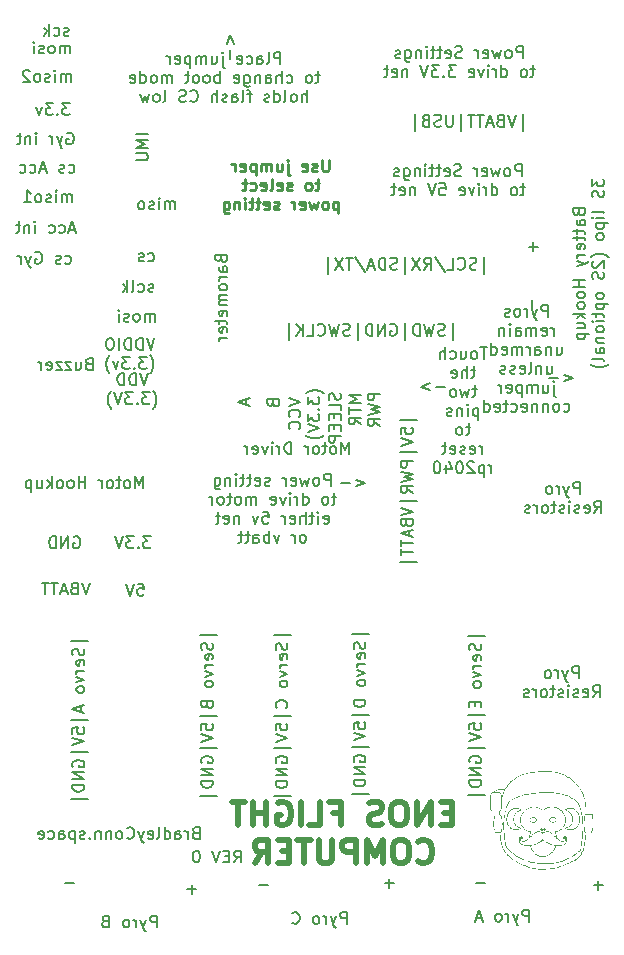
<source format=gbr>
%TF.GenerationSoftware,KiCad,Pcbnew,(6.0.10)*%
%TF.CreationDate,2023-02-23T14:30:16-05:00*%
%TF.ProjectId,rp2040_v0,72703230-3430-45f7-9630-2e6b69636164,rev?*%
%TF.SameCoordinates,Original*%
%TF.FileFunction,Legend,Bot*%
%TF.FilePolarity,Positive*%
%FSLAX46Y46*%
G04 Gerber Fmt 4.6, Leading zero omitted, Abs format (unit mm)*
G04 Created by KiCad (PCBNEW (6.0.10)) date 2023-02-23 14:30:16*
%MOMM*%
%LPD*%
G01*
G04 APERTURE LIST*
%ADD10C,0.150000*%
%ADD11C,0.500000*%
%ADD12C,0.250000*%
G04 APERTURE END LIST*
D10*
X157104761Y-103447380D02*
X157104761Y-102447380D01*
X156723809Y-102447380D01*
X156628571Y-102495000D01*
X156580952Y-102542619D01*
X156533333Y-102637857D01*
X156533333Y-102780714D01*
X156580952Y-102875952D01*
X156628571Y-102923571D01*
X156723809Y-102971190D01*
X157104761Y-102971190D01*
X156200000Y-102780714D02*
X155961904Y-103447380D01*
X155723809Y-102780714D02*
X155961904Y-103447380D01*
X156057142Y-103685476D01*
X156104761Y-103733095D01*
X156200000Y-103780714D01*
X155342857Y-103447380D02*
X155342857Y-102780714D01*
X155342857Y-102971190D02*
X155295238Y-102875952D01*
X155247619Y-102828333D01*
X155152380Y-102780714D01*
X155057142Y-102780714D01*
X154580952Y-103447380D02*
X154676190Y-103399761D01*
X154723809Y-103352142D01*
X154771428Y-103256904D01*
X154771428Y-102971190D01*
X154723809Y-102875952D01*
X154676190Y-102828333D01*
X154580952Y-102780714D01*
X154438095Y-102780714D01*
X154342857Y-102828333D01*
X154295238Y-102875952D01*
X154247619Y-102971190D01*
X154247619Y-103256904D01*
X154295238Y-103352142D01*
X154342857Y-103399761D01*
X154438095Y-103447380D01*
X154580952Y-103447380D01*
X158319047Y-105057380D02*
X158652380Y-104581190D01*
X158890476Y-105057380D02*
X158890476Y-104057380D01*
X158509523Y-104057380D01*
X158414285Y-104105000D01*
X158366666Y-104152619D01*
X158319047Y-104247857D01*
X158319047Y-104390714D01*
X158366666Y-104485952D01*
X158414285Y-104533571D01*
X158509523Y-104581190D01*
X158890476Y-104581190D01*
X157509523Y-105009761D02*
X157604761Y-105057380D01*
X157795238Y-105057380D01*
X157890476Y-105009761D01*
X157938095Y-104914523D01*
X157938095Y-104533571D01*
X157890476Y-104438333D01*
X157795238Y-104390714D01*
X157604761Y-104390714D01*
X157509523Y-104438333D01*
X157461904Y-104533571D01*
X157461904Y-104628809D01*
X157938095Y-104724047D01*
X157080952Y-105009761D02*
X156985714Y-105057380D01*
X156795238Y-105057380D01*
X156700000Y-105009761D01*
X156652380Y-104914523D01*
X156652380Y-104866904D01*
X156700000Y-104771666D01*
X156795238Y-104724047D01*
X156938095Y-104724047D01*
X157033333Y-104676428D01*
X157080952Y-104581190D01*
X157080952Y-104533571D01*
X157033333Y-104438333D01*
X156938095Y-104390714D01*
X156795238Y-104390714D01*
X156700000Y-104438333D01*
X156223809Y-105057380D02*
X156223809Y-104390714D01*
X156223809Y-104057380D02*
X156271428Y-104105000D01*
X156223809Y-104152619D01*
X156176190Y-104105000D01*
X156223809Y-104057380D01*
X156223809Y-104152619D01*
X155795238Y-105009761D02*
X155700000Y-105057380D01*
X155509523Y-105057380D01*
X155414285Y-105009761D01*
X155366666Y-104914523D01*
X155366666Y-104866904D01*
X155414285Y-104771666D01*
X155509523Y-104724047D01*
X155652380Y-104724047D01*
X155747619Y-104676428D01*
X155795238Y-104581190D01*
X155795238Y-104533571D01*
X155747619Y-104438333D01*
X155652380Y-104390714D01*
X155509523Y-104390714D01*
X155414285Y-104438333D01*
X155080952Y-104390714D02*
X154700000Y-104390714D01*
X154938095Y-104057380D02*
X154938095Y-104914523D01*
X154890476Y-105009761D01*
X154795238Y-105057380D01*
X154700000Y-105057380D01*
X154223809Y-105057380D02*
X154319047Y-105009761D01*
X154366666Y-104962142D01*
X154414285Y-104866904D01*
X154414285Y-104581190D01*
X154366666Y-104485952D01*
X154319047Y-104438333D01*
X154223809Y-104390714D01*
X154080952Y-104390714D01*
X153985714Y-104438333D01*
X153938095Y-104485952D01*
X153890476Y-104581190D01*
X153890476Y-104866904D01*
X153938095Y-104962142D01*
X153985714Y-105009761D01*
X154080952Y-105057380D01*
X154223809Y-105057380D01*
X153461904Y-105057380D02*
X153461904Y-104390714D01*
X153461904Y-104581190D02*
X153414285Y-104485952D01*
X153366666Y-104438333D01*
X153271428Y-104390714D01*
X153176190Y-104390714D01*
X152890476Y-105009761D02*
X152795238Y-105057380D01*
X152604761Y-105057380D01*
X152509523Y-105009761D01*
X152461904Y-104914523D01*
X152461904Y-104866904D01*
X152509523Y-104771666D01*
X152604761Y-104724047D01*
X152747619Y-104724047D01*
X152842857Y-104676428D01*
X152890476Y-104581190D01*
X152890476Y-104533571D01*
X152842857Y-104438333D01*
X152747619Y-104390714D01*
X152604761Y-104390714D01*
X152509523Y-104438333D01*
X127628571Y-51000000D02*
X127628571Y-50238095D01*
X127914285Y-49761904D02*
X127628571Y-49000000D01*
X127342857Y-49761904D01*
X154600000Y-78028571D02*
X155361904Y-78028571D01*
X155838095Y-78314285D02*
X156600000Y-78028571D01*
X155838095Y-77742857D01*
X127928571Y-119052380D02*
X128261904Y-118576190D01*
X128500000Y-119052380D02*
X128500000Y-118052380D01*
X128119047Y-118052380D01*
X128023809Y-118100000D01*
X127976190Y-118147619D01*
X127928571Y-118242857D01*
X127928571Y-118385714D01*
X127976190Y-118480952D01*
X128023809Y-118528571D01*
X128119047Y-118576190D01*
X128500000Y-118576190D01*
X127500000Y-118528571D02*
X127166666Y-118528571D01*
X127023809Y-119052380D02*
X127500000Y-119052380D01*
X127500000Y-118052380D01*
X127023809Y-118052380D01*
X126738095Y-118052380D02*
X126404761Y-119052380D01*
X126071428Y-118052380D01*
X124785714Y-118052380D02*
X124690476Y-118052380D01*
X124595238Y-118100000D01*
X124547619Y-118147619D01*
X124500000Y-118242857D01*
X124452380Y-118433333D01*
X124452380Y-118671428D01*
X124500000Y-118861904D01*
X124547619Y-118957142D01*
X124595238Y-119004761D01*
X124690476Y-119052380D01*
X124785714Y-119052380D01*
X124880952Y-119004761D01*
X124928571Y-118957142D01*
X124976190Y-118861904D01*
X125023809Y-118671428D01*
X125023809Y-118433333D01*
X124976190Y-118242857D01*
X124928571Y-118147619D01*
X124880952Y-118100000D01*
X124785714Y-118052380D01*
X145800000Y-78771428D02*
X145038095Y-78771428D01*
X144561904Y-78485714D02*
X143800000Y-78771428D01*
X144561904Y-79057142D01*
X137000000Y-86928571D02*
X137761904Y-86928571D01*
X138238095Y-87214285D02*
X139000000Y-86928571D01*
X138238095Y-86642857D01*
X143385714Y-81576190D02*
X141957142Y-81576190D01*
X142052380Y-82766666D02*
X142052380Y-82290476D01*
X142528571Y-82242857D01*
X142480952Y-82290476D01*
X142433333Y-82385714D01*
X142433333Y-82623809D01*
X142480952Y-82719047D01*
X142528571Y-82766666D01*
X142623809Y-82814285D01*
X142861904Y-82814285D01*
X142957142Y-82766666D01*
X143004761Y-82719047D01*
X143052380Y-82623809D01*
X143052380Y-82385714D01*
X143004761Y-82290476D01*
X142957142Y-82242857D01*
X142052380Y-83100000D02*
X143052380Y-83433333D01*
X142052380Y-83766666D01*
X143385714Y-84338095D02*
X141957142Y-84338095D01*
X143052380Y-85052380D02*
X142052380Y-85052380D01*
X142052380Y-85433333D01*
X142100000Y-85528571D01*
X142147619Y-85576190D01*
X142242857Y-85623809D01*
X142385714Y-85623809D01*
X142480952Y-85576190D01*
X142528571Y-85528571D01*
X142576190Y-85433333D01*
X142576190Y-85052380D01*
X142052380Y-85957142D02*
X143052380Y-86195238D01*
X142338095Y-86385714D01*
X143052380Y-86576190D01*
X142052380Y-86814285D01*
X143052380Y-87766666D02*
X142576190Y-87433333D01*
X143052380Y-87195238D02*
X142052380Y-87195238D01*
X142052380Y-87576190D01*
X142100000Y-87671428D01*
X142147619Y-87719047D01*
X142242857Y-87766666D01*
X142385714Y-87766666D01*
X142480952Y-87719047D01*
X142528571Y-87671428D01*
X142576190Y-87576190D01*
X142576190Y-87195238D01*
X143385714Y-88433333D02*
X141957142Y-88433333D01*
X142052380Y-89004761D02*
X143052380Y-89338095D01*
X142052380Y-89671428D01*
X142528571Y-90338095D02*
X142576190Y-90480952D01*
X142623809Y-90528571D01*
X142719047Y-90576190D01*
X142861904Y-90576190D01*
X142957142Y-90528571D01*
X143004761Y-90480952D01*
X143052380Y-90385714D01*
X143052380Y-90004761D01*
X142052380Y-90004761D01*
X142052380Y-90338095D01*
X142100000Y-90433333D01*
X142147619Y-90480952D01*
X142242857Y-90528571D01*
X142338095Y-90528571D01*
X142433333Y-90480952D01*
X142480952Y-90433333D01*
X142528571Y-90338095D01*
X142528571Y-90004761D01*
X142766666Y-90957142D02*
X142766666Y-91433333D01*
X143052380Y-90861904D02*
X142052380Y-91195238D01*
X143052380Y-91528571D01*
X142052380Y-91719047D02*
X142052380Y-92290476D01*
X143052380Y-92004761D02*
X142052380Y-92004761D01*
X142052380Y-92480952D02*
X142052380Y-93052380D01*
X143052380Y-92766666D02*
X142052380Y-92766666D01*
X143385714Y-93623809D02*
X141957142Y-93623809D01*
X136904761Y-79304761D02*
X136952380Y-79447619D01*
X136952380Y-79685714D01*
X136904761Y-79780952D01*
X136857142Y-79828571D01*
X136761904Y-79876190D01*
X136666666Y-79876190D01*
X136571428Y-79828571D01*
X136523809Y-79780952D01*
X136476190Y-79685714D01*
X136428571Y-79495238D01*
X136380952Y-79400000D01*
X136333333Y-79352380D01*
X136238095Y-79304761D01*
X136142857Y-79304761D01*
X136047619Y-79352380D01*
X136000000Y-79400000D01*
X135952380Y-79495238D01*
X135952380Y-79733333D01*
X136000000Y-79876190D01*
X136952380Y-80780952D02*
X136952380Y-80304761D01*
X135952380Y-80304761D01*
X136428571Y-81114285D02*
X136428571Y-81447619D01*
X136952380Y-81590476D02*
X136952380Y-81114285D01*
X135952380Y-81114285D01*
X135952380Y-81590476D01*
X136428571Y-82019047D02*
X136428571Y-82352380D01*
X136952380Y-82495238D02*
X136952380Y-82019047D01*
X135952380Y-82019047D01*
X135952380Y-82495238D01*
X136952380Y-82923809D02*
X135952380Y-82923809D01*
X135952380Y-83304761D01*
X136000000Y-83400000D01*
X136047619Y-83447619D01*
X136142857Y-83495238D01*
X136285714Y-83495238D01*
X136380952Y-83447619D01*
X136428571Y-83400000D01*
X136476190Y-83304761D01*
X136476190Y-82923809D01*
X132547380Y-79766666D02*
X133547380Y-80100000D01*
X132547380Y-80433333D01*
X133452142Y-81338095D02*
X133499761Y-81290476D01*
X133547380Y-81147619D01*
X133547380Y-81052380D01*
X133499761Y-80909523D01*
X133404523Y-80814285D01*
X133309285Y-80766666D01*
X133118809Y-80719047D01*
X132975952Y-80719047D01*
X132785476Y-80766666D01*
X132690238Y-80814285D01*
X132595000Y-80909523D01*
X132547380Y-81052380D01*
X132547380Y-81147619D01*
X132595000Y-81290476D01*
X132642619Y-81338095D01*
X133452142Y-82338095D02*
X133499761Y-82290476D01*
X133547380Y-82147619D01*
X133547380Y-82052380D01*
X133499761Y-81909523D01*
X133404523Y-81814285D01*
X133309285Y-81766666D01*
X133118809Y-81719047D01*
X132975952Y-81719047D01*
X132785476Y-81766666D01*
X132690238Y-81814285D01*
X132595000Y-81909523D01*
X132547380Y-82052380D01*
X132547380Y-82147619D01*
X132595000Y-82290476D01*
X132642619Y-82338095D01*
X135538333Y-79338095D02*
X135490714Y-79290476D01*
X135347857Y-79195238D01*
X135252619Y-79147619D01*
X135109761Y-79100000D01*
X134871666Y-79052380D01*
X134681190Y-79052380D01*
X134443095Y-79100000D01*
X134300238Y-79147619D01*
X134205000Y-79195238D01*
X134062142Y-79290476D01*
X134014523Y-79338095D01*
X134157380Y-79623809D02*
X134157380Y-80242857D01*
X134538333Y-79909523D01*
X134538333Y-80052380D01*
X134585952Y-80147619D01*
X134633571Y-80195238D01*
X134728809Y-80242857D01*
X134966904Y-80242857D01*
X135062142Y-80195238D01*
X135109761Y-80147619D01*
X135157380Y-80052380D01*
X135157380Y-79766666D01*
X135109761Y-79671428D01*
X135062142Y-79623809D01*
X135062142Y-80671428D02*
X135109761Y-80719047D01*
X135157380Y-80671428D01*
X135109761Y-80623809D01*
X135062142Y-80671428D01*
X135157380Y-80671428D01*
X134157380Y-81052380D02*
X134157380Y-81671428D01*
X134538333Y-81338095D01*
X134538333Y-81480952D01*
X134585952Y-81576190D01*
X134633571Y-81623809D01*
X134728809Y-81671428D01*
X134966904Y-81671428D01*
X135062142Y-81623809D01*
X135109761Y-81576190D01*
X135157380Y-81480952D01*
X135157380Y-81195238D01*
X135109761Y-81100000D01*
X135062142Y-81052380D01*
X134157380Y-81957142D02*
X135157380Y-82290476D01*
X134157380Y-82623809D01*
X135538333Y-82861904D02*
X135490714Y-82909523D01*
X135347857Y-83004761D01*
X135252619Y-83052380D01*
X135109761Y-83100000D01*
X134871666Y-83147619D01*
X134681190Y-83147619D01*
X134443095Y-83100000D01*
X134300238Y-83052380D01*
X134205000Y-83004761D01*
X134062142Y-82909523D01*
X134014523Y-82861904D01*
X131228571Y-80171428D02*
X131276190Y-80314285D01*
X131323809Y-80361904D01*
X131419047Y-80409523D01*
X131561904Y-80409523D01*
X131657142Y-80361904D01*
X131704761Y-80314285D01*
X131752380Y-80219047D01*
X131752380Y-79838095D01*
X130752380Y-79838095D01*
X130752380Y-80171428D01*
X130800000Y-80266666D01*
X130847619Y-80314285D01*
X130942857Y-80361904D01*
X131038095Y-80361904D01*
X131133333Y-80314285D01*
X131180952Y-80266666D01*
X131228571Y-80171428D01*
X131228571Y-79838095D01*
X128966666Y-79861904D02*
X128966666Y-80338095D01*
X129252380Y-79766666D02*
X128252380Y-80100000D01*
X129252380Y-80433333D01*
X138647380Y-79485714D02*
X137647380Y-79485714D01*
X138361666Y-79819047D01*
X137647380Y-80152380D01*
X138647380Y-80152380D01*
X137647380Y-80485714D02*
X137647380Y-81057142D01*
X138647380Y-80771428D02*
X137647380Y-80771428D01*
X138647380Y-81961904D02*
X138171190Y-81628571D01*
X138647380Y-81390476D02*
X137647380Y-81390476D01*
X137647380Y-81771428D01*
X137695000Y-81866666D01*
X137742619Y-81914285D01*
X137837857Y-81961904D01*
X137980714Y-81961904D01*
X138075952Y-81914285D01*
X138123571Y-81866666D01*
X138171190Y-81771428D01*
X138171190Y-81390476D01*
X140257380Y-79366666D02*
X139257380Y-79366666D01*
X139257380Y-79747619D01*
X139305000Y-79842857D01*
X139352619Y-79890476D01*
X139447857Y-79938095D01*
X139590714Y-79938095D01*
X139685952Y-79890476D01*
X139733571Y-79842857D01*
X139781190Y-79747619D01*
X139781190Y-79366666D01*
X139257380Y-80271428D02*
X140257380Y-80509523D01*
X139543095Y-80700000D01*
X140257380Y-80890476D01*
X139257380Y-81128571D01*
X140257380Y-82080952D02*
X139781190Y-81747619D01*
X140257380Y-81509523D02*
X139257380Y-81509523D01*
X139257380Y-81890476D01*
X139305000Y-81985714D01*
X139352619Y-82033333D01*
X139447857Y-82080952D01*
X139590714Y-82080952D01*
X139685952Y-82033333D01*
X139733571Y-81985714D01*
X139781190Y-81890476D01*
X139781190Y-81509523D01*
X120633333Y-77647380D02*
X120300000Y-78647380D01*
X119966666Y-77647380D01*
X119633333Y-78647380D02*
X119633333Y-77647380D01*
X119395238Y-77647380D01*
X119252380Y-77695000D01*
X119157142Y-77790238D01*
X119109523Y-77885476D01*
X119061904Y-78075952D01*
X119061904Y-78218809D01*
X119109523Y-78409285D01*
X119157142Y-78504523D01*
X119252380Y-78599761D01*
X119395238Y-78647380D01*
X119633333Y-78647380D01*
X118633333Y-78647380D02*
X118633333Y-77647380D01*
X118395238Y-77647380D01*
X118252380Y-77695000D01*
X118157142Y-77790238D01*
X118109523Y-77885476D01*
X118061904Y-78075952D01*
X118061904Y-78218809D01*
X118109523Y-78409285D01*
X118157142Y-78504523D01*
X118252380Y-78599761D01*
X118395238Y-78647380D01*
X118633333Y-78647380D01*
X121061904Y-80638333D02*
X121109523Y-80590714D01*
X121204761Y-80447857D01*
X121252380Y-80352619D01*
X121300000Y-80209761D01*
X121347619Y-79971666D01*
X121347619Y-79781190D01*
X121300000Y-79543095D01*
X121252380Y-79400238D01*
X121204761Y-79305000D01*
X121109523Y-79162142D01*
X121061904Y-79114523D01*
X120776190Y-79257380D02*
X120157142Y-79257380D01*
X120490476Y-79638333D01*
X120347619Y-79638333D01*
X120252380Y-79685952D01*
X120204761Y-79733571D01*
X120157142Y-79828809D01*
X120157142Y-80066904D01*
X120204761Y-80162142D01*
X120252380Y-80209761D01*
X120347619Y-80257380D01*
X120633333Y-80257380D01*
X120728571Y-80209761D01*
X120776190Y-80162142D01*
X119728571Y-80162142D02*
X119680952Y-80209761D01*
X119728571Y-80257380D01*
X119776190Y-80209761D01*
X119728571Y-80162142D01*
X119728571Y-80257380D01*
X119347619Y-79257380D02*
X118728571Y-79257380D01*
X119061904Y-79638333D01*
X118919047Y-79638333D01*
X118823809Y-79685952D01*
X118776190Y-79733571D01*
X118728571Y-79828809D01*
X118728571Y-80066904D01*
X118776190Y-80162142D01*
X118823809Y-80209761D01*
X118919047Y-80257380D01*
X119204761Y-80257380D01*
X119300000Y-80209761D01*
X119347619Y-80162142D01*
X118442857Y-79257380D02*
X118109523Y-80257380D01*
X117776190Y-79257380D01*
X117538095Y-80638333D02*
X117490476Y-80590714D01*
X117395238Y-80447857D01*
X117347619Y-80352619D01*
X117300000Y-80209761D01*
X117252380Y-79971666D01*
X117252380Y-79781190D01*
X117300000Y-79543095D01*
X117347619Y-79400238D01*
X117395238Y-79305000D01*
X117490476Y-79162142D01*
X117538095Y-79114523D01*
X121195238Y-74647380D02*
X120861904Y-75647380D01*
X120528571Y-74647380D01*
X120195238Y-75647380D02*
X120195238Y-74647380D01*
X119957142Y-74647380D01*
X119814285Y-74695000D01*
X119719047Y-74790238D01*
X119671428Y-74885476D01*
X119623809Y-75075952D01*
X119623809Y-75218809D01*
X119671428Y-75409285D01*
X119719047Y-75504523D01*
X119814285Y-75599761D01*
X119957142Y-75647380D01*
X120195238Y-75647380D01*
X119195238Y-75647380D02*
X119195238Y-74647380D01*
X118957142Y-74647380D01*
X118814285Y-74695000D01*
X118719047Y-74790238D01*
X118671428Y-74885476D01*
X118623809Y-75075952D01*
X118623809Y-75218809D01*
X118671428Y-75409285D01*
X118719047Y-75504523D01*
X118814285Y-75599761D01*
X118957142Y-75647380D01*
X119195238Y-75647380D01*
X118195238Y-75647380D02*
X118195238Y-74647380D01*
X117528571Y-74647380D02*
X117338095Y-74647380D01*
X117242857Y-74695000D01*
X117147619Y-74790238D01*
X117100000Y-74980714D01*
X117100000Y-75314047D01*
X117147619Y-75504523D01*
X117242857Y-75599761D01*
X117338095Y-75647380D01*
X117528571Y-75647380D01*
X117623809Y-75599761D01*
X117719047Y-75504523D01*
X117766666Y-75314047D01*
X117766666Y-74980714D01*
X117719047Y-74790238D01*
X117623809Y-74695000D01*
X117528571Y-74647380D01*
X120814285Y-77638333D02*
X120861904Y-77590714D01*
X120957142Y-77447857D01*
X121004761Y-77352619D01*
X121052380Y-77209761D01*
X121100000Y-76971666D01*
X121100000Y-76781190D01*
X121052380Y-76543095D01*
X121004761Y-76400238D01*
X120957142Y-76305000D01*
X120861904Y-76162142D01*
X120814285Y-76114523D01*
X120528571Y-76257380D02*
X119909523Y-76257380D01*
X120242857Y-76638333D01*
X120100000Y-76638333D01*
X120004761Y-76685952D01*
X119957142Y-76733571D01*
X119909523Y-76828809D01*
X119909523Y-77066904D01*
X119957142Y-77162142D01*
X120004761Y-77209761D01*
X120100000Y-77257380D01*
X120385714Y-77257380D01*
X120480952Y-77209761D01*
X120528571Y-77162142D01*
X119480952Y-77162142D02*
X119433333Y-77209761D01*
X119480952Y-77257380D01*
X119528571Y-77209761D01*
X119480952Y-77162142D01*
X119480952Y-77257380D01*
X119100000Y-76257380D02*
X118480952Y-76257380D01*
X118814285Y-76638333D01*
X118671428Y-76638333D01*
X118576190Y-76685952D01*
X118528571Y-76733571D01*
X118480952Y-76828809D01*
X118480952Y-77066904D01*
X118528571Y-77162142D01*
X118576190Y-77209761D01*
X118671428Y-77257380D01*
X118957142Y-77257380D01*
X119052380Y-77209761D01*
X119100000Y-77162142D01*
X118147619Y-76590714D02*
X117909523Y-77257380D01*
X117671428Y-76590714D01*
X117385714Y-77638333D02*
X117338095Y-77590714D01*
X117242857Y-77447857D01*
X117195238Y-77352619D01*
X117147619Y-77209761D01*
X117100000Y-76971666D01*
X117100000Y-76781190D01*
X117147619Y-76543095D01*
X117195238Y-76400238D01*
X117242857Y-76305000D01*
X117338095Y-76162142D01*
X117385714Y-76114523D01*
X121223809Y-73252380D02*
X121223809Y-72585714D01*
X121223809Y-72680952D02*
X121176190Y-72633333D01*
X121080952Y-72585714D01*
X120938095Y-72585714D01*
X120842857Y-72633333D01*
X120795238Y-72728571D01*
X120795238Y-73252380D01*
X120795238Y-72728571D02*
X120747619Y-72633333D01*
X120652380Y-72585714D01*
X120509523Y-72585714D01*
X120414285Y-72633333D01*
X120366666Y-72728571D01*
X120366666Y-73252380D01*
X119747619Y-73252380D02*
X119842857Y-73204761D01*
X119890476Y-73157142D01*
X119938095Y-73061904D01*
X119938095Y-72776190D01*
X119890476Y-72680952D01*
X119842857Y-72633333D01*
X119747619Y-72585714D01*
X119604761Y-72585714D01*
X119509523Y-72633333D01*
X119461904Y-72680952D01*
X119414285Y-72776190D01*
X119414285Y-73061904D01*
X119461904Y-73157142D01*
X119509523Y-73204761D01*
X119604761Y-73252380D01*
X119747619Y-73252380D01*
X119033333Y-73204761D02*
X118938095Y-73252380D01*
X118747619Y-73252380D01*
X118652380Y-73204761D01*
X118604761Y-73109523D01*
X118604761Y-73061904D01*
X118652380Y-72966666D01*
X118747619Y-72919047D01*
X118890476Y-72919047D01*
X118985714Y-72871428D01*
X119033333Y-72776190D01*
X119033333Y-72728571D01*
X118985714Y-72633333D01*
X118890476Y-72585714D01*
X118747619Y-72585714D01*
X118652380Y-72633333D01*
X118176190Y-73252380D02*
X118176190Y-72585714D01*
X118176190Y-72252380D02*
X118223809Y-72300000D01*
X118176190Y-72347619D01*
X118128571Y-72300000D01*
X118176190Y-72252380D01*
X118176190Y-72347619D01*
X121109523Y-70704761D02*
X121014285Y-70752380D01*
X120823809Y-70752380D01*
X120728571Y-70704761D01*
X120680952Y-70609523D01*
X120680952Y-70561904D01*
X120728571Y-70466666D01*
X120823809Y-70419047D01*
X120966666Y-70419047D01*
X121061904Y-70371428D01*
X121109523Y-70276190D01*
X121109523Y-70228571D01*
X121061904Y-70133333D01*
X120966666Y-70085714D01*
X120823809Y-70085714D01*
X120728571Y-70133333D01*
X119823809Y-70704761D02*
X119919047Y-70752380D01*
X120109523Y-70752380D01*
X120204761Y-70704761D01*
X120252380Y-70657142D01*
X120300000Y-70561904D01*
X120300000Y-70276190D01*
X120252380Y-70180952D01*
X120204761Y-70133333D01*
X120109523Y-70085714D01*
X119919047Y-70085714D01*
X119823809Y-70133333D01*
X119252380Y-70752380D02*
X119347619Y-70704761D01*
X119395238Y-70609523D01*
X119395238Y-69752380D01*
X118871428Y-70752380D02*
X118871428Y-69752380D01*
X118776190Y-70371428D02*
X118490476Y-70752380D01*
X118490476Y-70085714D02*
X118871428Y-70466666D01*
X120666666Y-68104761D02*
X120761904Y-68152380D01*
X120952380Y-68152380D01*
X121047619Y-68104761D01*
X121095238Y-68057142D01*
X121142857Y-67961904D01*
X121142857Y-67676190D01*
X121095238Y-67580952D01*
X121047619Y-67533333D01*
X120952380Y-67485714D01*
X120761904Y-67485714D01*
X120666666Y-67533333D01*
X120285714Y-68104761D02*
X120190476Y-68152380D01*
X120000000Y-68152380D01*
X119904761Y-68104761D01*
X119857142Y-68009523D01*
X119857142Y-67961904D01*
X119904761Y-67866666D01*
X120000000Y-67819047D01*
X120142857Y-67819047D01*
X120238095Y-67771428D01*
X120285714Y-67676190D01*
X120285714Y-67628571D01*
X120238095Y-67533333D01*
X120142857Y-67485714D01*
X120000000Y-67485714D01*
X119904761Y-67533333D01*
X122923809Y-63752380D02*
X122923809Y-63085714D01*
X122923809Y-63180952D02*
X122876190Y-63133333D01*
X122780952Y-63085714D01*
X122638095Y-63085714D01*
X122542857Y-63133333D01*
X122495238Y-63228571D01*
X122495238Y-63752380D01*
X122495238Y-63228571D02*
X122447619Y-63133333D01*
X122352380Y-63085714D01*
X122209523Y-63085714D01*
X122114285Y-63133333D01*
X122066666Y-63228571D01*
X122066666Y-63752380D01*
X121590476Y-63752380D02*
X121590476Y-63085714D01*
X121590476Y-62752380D02*
X121638095Y-62800000D01*
X121590476Y-62847619D01*
X121542857Y-62800000D01*
X121590476Y-62752380D01*
X121590476Y-62847619D01*
X121161904Y-63704761D02*
X121066666Y-63752380D01*
X120876190Y-63752380D01*
X120780952Y-63704761D01*
X120733333Y-63609523D01*
X120733333Y-63561904D01*
X120780952Y-63466666D01*
X120876190Y-63419047D01*
X121019047Y-63419047D01*
X121114285Y-63371428D01*
X121161904Y-63276190D01*
X121161904Y-63228571D01*
X121114285Y-63133333D01*
X121019047Y-63085714D01*
X120876190Y-63085714D01*
X120780952Y-63133333D01*
X120161904Y-63752380D02*
X120257142Y-63704761D01*
X120304761Y-63657142D01*
X120352380Y-63561904D01*
X120352380Y-63276190D01*
X120304761Y-63180952D01*
X120257142Y-63133333D01*
X120161904Y-63085714D01*
X120019047Y-63085714D01*
X119923809Y-63133333D01*
X119876190Y-63180952D01*
X119828571Y-63276190D01*
X119828571Y-63561904D01*
X119876190Y-63657142D01*
X119923809Y-63704761D01*
X120019047Y-63752380D01*
X120161904Y-63752380D01*
X113638095Y-68304761D02*
X113733333Y-68352380D01*
X113923809Y-68352380D01*
X114019047Y-68304761D01*
X114066666Y-68257142D01*
X114114285Y-68161904D01*
X114114285Y-67876190D01*
X114066666Y-67780952D01*
X114019047Y-67733333D01*
X113923809Y-67685714D01*
X113733333Y-67685714D01*
X113638095Y-67733333D01*
X113257142Y-68304761D02*
X113161904Y-68352380D01*
X112971428Y-68352380D01*
X112876190Y-68304761D01*
X112828571Y-68209523D01*
X112828571Y-68161904D01*
X112876190Y-68066666D01*
X112971428Y-68019047D01*
X113114285Y-68019047D01*
X113209523Y-67971428D01*
X113257142Y-67876190D01*
X113257142Y-67828571D01*
X113209523Y-67733333D01*
X113114285Y-67685714D01*
X112971428Y-67685714D01*
X112876190Y-67733333D01*
X111114285Y-67400000D02*
X111209523Y-67352380D01*
X111352380Y-67352380D01*
X111495238Y-67400000D01*
X111590476Y-67495238D01*
X111638095Y-67590476D01*
X111685714Y-67780952D01*
X111685714Y-67923809D01*
X111638095Y-68114285D01*
X111590476Y-68209523D01*
X111495238Y-68304761D01*
X111352380Y-68352380D01*
X111257142Y-68352380D01*
X111114285Y-68304761D01*
X111066666Y-68257142D01*
X111066666Y-67923809D01*
X111257142Y-67923809D01*
X110733333Y-67685714D02*
X110495238Y-68352380D01*
X110257142Y-67685714D02*
X110495238Y-68352380D01*
X110590476Y-68590476D01*
X110638095Y-68638095D01*
X110733333Y-68685714D01*
X109876190Y-68352380D02*
X109876190Y-67685714D01*
X109876190Y-67876190D02*
X109828571Y-67780952D01*
X109780952Y-67733333D01*
X109685714Y-67685714D01*
X109590476Y-67685714D01*
X114452380Y-65466666D02*
X113976190Y-65466666D01*
X114547619Y-65752380D02*
X114214285Y-64752380D01*
X113880952Y-65752380D01*
X113119047Y-65704761D02*
X113214285Y-65752380D01*
X113404761Y-65752380D01*
X113500000Y-65704761D01*
X113547619Y-65657142D01*
X113595238Y-65561904D01*
X113595238Y-65276190D01*
X113547619Y-65180952D01*
X113500000Y-65133333D01*
X113404761Y-65085714D01*
X113214285Y-65085714D01*
X113119047Y-65133333D01*
X112261904Y-65704761D02*
X112357142Y-65752380D01*
X112547619Y-65752380D01*
X112642857Y-65704761D01*
X112690476Y-65657142D01*
X112738095Y-65561904D01*
X112738095Y-65276190D01*
X112690476Y-65180952D01*
X112642857Y-65133333D01*
X112547619Y-65085714D01*
X112357142Y-65085714D01*
X112261904Y-65133333D01*
X111071428Y-65752380D02*
X111071428Y-65085714D01*
X111071428Y-64752380D02*
X111119047Y-64800000D01*
X111071428Y-64847619D01*
X111023809Y-64800000D01*
X111071428Y-64752380D01*
X111071428Y-64847619D01*
X110595238Y-65085714D02*
X110595238Y-65752380D01*
X110595238Y-65180952D02*
X110547619Y-65133333D01*
X110452380Y-65085714D01*
X110309523Y-65085714D01*
X110214285Y-65133333D01*
X110166666Y-65228571D01*
X110166666Y-65752380D01*
X109833333Y-65085714D02*
X109452380Y-65085714D01*
X109690476Y-64752380D02*
X109690476Y-65609523D01*
X109642857Y-65704761D01*
X109547619Y-65752380D01*
X109452380Y-65752380D01*
X114200000Y-63152380D02*
X114200000Y-62485714D01*
X114200000Y-62580952D02*
X114152380Y-62533333D01*
X114057142Y-62485714D01*
X113914285Y-62485714D01*
X113819047Y-62533333D01*
X113771428Y-62628571D01*
X113771428Y-63152380D01*
X113771428Y-62628571D02*
X113723809Y-62533333D01*
X113628571Y-62485714D01*
X113485714Y-62485714D01*
X113390476Y-62533333D01*
X113342857Y-62628571D01*
X113342857Y-63152380D01*
X112866666Y-63152380D02*
X112866666Y-62485714D01*
X112866666Y-62152380D02*
X112914285Y-62200000D01*
X112866666Y-62247619D01*
X112819047Y-62200000D01*
X112866666Y-62152380D01*
X112866666Y-62247619D01*
X112438095Y-63104761D02*
X112342857Y-63152380D01*
X112152380Y-63152380D01*
X112057142Y-63104761D01*
X112009523Y-63009523D01*
X112009523Y-62961904D01*
X112057142Y-62866666D01*
X112152380Y-62819047D01*
X112295238Y-62819047D01*
X112390476Y-62771428D01*
X112438095Y-62676190D01*
X112438095Y-62628571D01*
X112390476Y-62533333D01*
X112295238Y-62485714D01*
X112152380Y-62485714D01*
X112057142Y-62533333D01*
X111438095Y-63152380D02*
X111533333Y-63104761D01*
X111580952Y-63057142D01*
X111628571Y-62961904D01*
X111628571Y-62676190D01*
X111580952Y-62580952D01*
X111533333Y-62533333D01*
X111438095Y-62485714D01*
X111295238Y-62485714D01*
X111200000Y-62533333D01*
X111152380Y-62580952D01*
X111104761Y-62676190D01*
X111104761Y-62961904D01*
X111152380Y-63057142D01*
X111200000Y-63104761D01*
X111295238Y-63152380D01*
X111438095Y-63152380D01*
X110152380Y-63152380D02*
X110723809Y-63152380D01*
X110438095Y-63152380D02*
X110438095Y-62152380D01*
X110533333Y-62295238D01*
X110628571Y-62390476D01*
X110723809Y-62438095D01*
X113933333Y-60604761D02*
X114028571Y-60652380D01*
X114219047Y-60652380D01*
X114314285Y-60604761D01*
X114361904Y-60557142D01*
X114409523Y-60461904D01*
X114409523Y-60176190D01*
X114361904Y-60080952D01*
X114314285Y-60033333D01*
X114219047Y-59985714D01*
X114028571Y-59985714D01*
X113933333Y-60033333D01*
X113552380Y-60604761D02*
X113457142Y-60652380D01*
X113266666Y-60652380D01*
X113171428Y-60604761D01*
X113123809Y-60509523D01*
X113123809Y-60461904D01*
X113171428Y-60366666D01*
X113266666Y-60319047D01*
X113409523Y-60319047D01*
X113504761Y-60271428D01*
X113552380Y-60176190D01*
X113552380Y-60128571D01*
X113504761Y-60033333D01*
X113409523Y-59985714D01*
X113266666Y-59985714D01*
X113171428Y-60033333D01*
X111980952Y-60366666D02*
X111504761Y-60366666D01*
X112076190Y-60652380D02*
X111742857Y-59652380D01*
X111409523Y-60652380D01*
X110647619Y-60604761D02*
X110742857Y-60652380D01*
X110933333Y-60652380D01*
X111028571Y-60604761D01*
X111076190Y-60557142D01*
X111123809Y-60461904D01*
X111123809Y-60176190D01*
X111076190Y-60080952D01*
X111028571Y-60033333D01*
X110933333Y-59985714D01*
X110742857Y-59985714D01*
X110647619Y-60033333D01*
X109790476Y-60604761D02*
X109885714Y-60652380D01*
X110076190Y-60652380D01*
X110171428Y-60604761D01*
X110219047Y-60557142D01*
X110266666Y-60461904D01*
X110266666Y-60176190D01*
X110219047Y-60080952D01*
X110171428Y-60033333D01*
X110076190Y-59985714D01*
X109885714Y-59985714D01*
X109790476Y-60033333D01*
X113785714Y-57300000D02*
X113880952Y-57252380D01*
X114023809Y-57252380D01*
X114166666Y-57300000D01*
X114261904Y-57395238D01*
X114309523Y-57490476D01*
X114357142Y-57680952D01*
X114357142Y-57823809D01*
X114309523Y-58014285D01*
X114261904Y-58109523D01*
X114166666Y-58204761D01*
X114023809Y-58252380D01*
X113928571Y-58252380D01*
X113785714Y-58204761D01*
X113738095Y-58157142D01*
X113738095Y-57823809D01*
X113928571Y-57823809D01*
X113404761Y-57585714D02*
X113166666Y-58252380D01*
X112928571Y-57585714D02*
X113166666Y-58252380D01*
X113261904Y-58490476D01*
X113309523Y-58538095D01*
X113404761Y-58585714D01*
X112547619Y-58252380D02*
X112547619Y-57585714D01*
X112547619Y-57776190D02*
X112500000Y-57680952D01*
X112452380Y-57633333D01*
X112357142Y-57585714D01*
X112261904Y-57585714D01*
X111166666Y-58252380D02*
X111166666Y-57585714D01*
X111166666Y-57252380D02*
X111214285Y-57300000D01*
X111166666Y-57347619D01*
X111119047Y-57300000D01*
X111166666Y-57252380D01*
X111166666Y-57347619D01*
X110690476Y-57585714D02*
X110690476Y-58252380D01*
X110690476Y-57680952D02*
X110642857Y-57633333D01*
X110547619Y-57585714D01*
X110404761Y-57585714D01*
X110309523Y-57633333D01*
X110261904Y-57728571D01*
X110261904Y-58252380D01*
X109928571Y-57585714D02*
X109547619Y-57585714D01*
X109785714Y-57252380D02*
X109785714Y-58109523D01*
X109738095Y-58204761D01*
X109642857Y-58252380D01*
X109547619Y-58252380D01*
X114028571Y-54752380D02*
X113409523Y-54752380D01*
X113742857Y-55133333D01*
X113600000Y-55133333D01*
X113504761Y-55180952D01*
X113457142Y-55228571D01*
X113409523Y-55323809D01*
X113409523Y-55561904D01*
X113457142Y-55657142D01*
X113504761Y-55704761D01*
X113600000Y-55752380D01*
X113885714Y-55752380D01*
X113980952Y-55704761D01*
X114028571Y-55657142D01*
X112980952Y-55657142D02*
X112933333Y-55704761D01*
X112980952Y-55752380D01*
X113028571Y-55704761D01*
X112980952Y-55657142D01*
X112980952Y-55752380D01*
X112600000Y-54752380D02*
X111980952Y-54752380D01*
X112314285Y-55133333D01*
X112171428Y-55133333D01*
X112076190Y-55180952D01*
X112028571Y-55228571D01*
X111980952Y-55323809D01*
X111980952Y-55561904D01*
X112028571Y-55657142D01*
X112076190Y-55704761D01*
X112171428Y-55752380D01*
X112457142Y-55752380D01*
X112552380Y-55704761D01*
X112600000Y-55657142D01*
X111647619Y-55085714D02*
X111409523Y-55752380D01*
X111171428Y-55085714D01*
X114100000Y-52952380D02*
X114100000Y-52285714D01*
X114100000Y-52380952D02*
X114052380Y-52333333D01*
X113957142Y-52285714D01*
X113814285Y-52285714D01*
X113719047Y-52333333D01*
X113671428Y-52428571D01*
X113671428Y-52952380D01*
X113671428Y-52428571D02*
X113623809Y-52333333D01*
X113528571Y-52285714D01*
X113385714Y-52285714D01*
X113290476Y-52333333D01*
X113242857Y-52428571D01*
X113242857Y-52952380D01*
X112766666Y-52952380D02*
X112766666Y-52285714D01*
X112766666Y-51952380D02*
X112814285Y-52000000D01*
X112766666Y-52047619D01*
X112719047Y-52000000D01*
X112766666Y-51952380D01*
X112766666Y-52047619D01*
X112338095Y-52904761D02*
X112242857Y-52952380D01*
X112052380Y-52952380D01*
X111957142Y-52904761D01*
X111909523Y-52809523D01*
X111909523Y-52761904D01*
X111957142Y-52666666D01*
X112052380Y-52619047D01*
X112195238Y-52619047D01*
X112290476Y-52571428D01*
X112338095Y-52476190D01*
X112338095Y-52428571D01*
X112290476Y-52333333D01*
X112195238Y-52285714D01*
X112052380Y-52285714D01*
X111957142Y-52333333D01*
X111338095Y-52952380D02*
X111433333Y-52904761D01*
X111480952Y-52857142D01*
X111528571Y-52761904D01*
X111528571Y-52476190D01*
X111480952Y-52380952D01*
X111433333Y-52333333D01*
X111338095Y-52285714D01*
X111195238Y-52285714D01*
X111100000Y-52333333D01*
X111052380Y-52380952D01*
X111004761Y-52476190D01*
X111004761Y-52761904D01*
X111052380Y-52857142D01*
X111100000Y-52904761D01*
X111195238Y-52952380D01*
X111338095Y-52952380D01*
X110623809Y-52047619D02*
X110576190Y-52000000D01*
X110480952Y-51952380D01*
X110242857Y-51952380D01*
X110147619Y-52000000D01*
X110100000Y-52047619D01*
X110052380Y-52142857D01*
X110052380Y-52238095D01*
X110100000Y-52380952D01*
X110671428Y-52952380D01*
X110052380Y-52952380D01*
X114023809Y-50552380D02*
X114023809Y-49885714D01*
X114023809Y-49980952D02*
X113976190Y-49933333D01*
X113880952Y-49885714D01*
X113738095Y-49885714D01*
X113642857Y-49933333D01*
X113595238Y-50028571D01*
X113595238Y-50552380D01*
X113595238Y-50028571D02*
X113547619Y-49933333D01*
X113452380Y-49885714D01*
X113309523Y-49885714D01*
X113214285Y-49933333D01*
X113166666Y-50028571D01*
X113166666Y-50552380D01*
X112547619Y-50552380D02*
X112642857Y-50504761D01*
X112690476Y-50457142D01*
X112738095Y-50361904D01*
X112738095Y-50076190D01*
X112690476Y-49980952D01*
X112642857Y-49933333D01*
X112547619Y-49885714D01*
X112404761Y-49885714D01*
X112309523Y-49933333D01*
X112261904Y-49980952D01*
X112214285Y-50076190D01*
X112214285Y-50361904D01*
X112261904Y-50457142D01*
X112309523Y-50504761D01*
X112404761Y-50552380D01*
X112547619Y-50552380D01*
X111833333Y-50504761D02*
X111738095Y-50552380D01*
X111547619Y-50552380D01*
X111452380Y-50504761D01*
X111404761Y-50409523D01*
X111404761Y-50361904D01*
X111452380Y-50266666D01*
X111547619Y-50219047D01*
X111690476Y-50219047D01*
X111785714Y-50171428D01*
X111833333Y-50076190D01*
X111833333Y-50028571D01*
X111785714Y-49933333D01*
X111690476Y-49885714D01*
X111547619Y-49885714D01*
X111452380Y-49933333D01*
X110976190Y-50552380D02*
X110976190Y-49885714D01*
X110976190Y-49552380D02*
X111023809Y-49600000D01*
X110976190Y-49647619D01*
X110928571Y-49600000D01*
X110976190Y-49552380D01*
X110976190Y-49647619D01*
X113947619Y-49004761D02*
X113852380Y-49052380D01*
X113661904Y-49052380D01*
X113566666Y-49004761D01*
X113519047Y-48909523D01*
X113519047Y-48861904D01*
X113566666Y-48766666D01*
X113661904Y-48719047D01*
X113804761Y-48719047D01*
X113900000Y-48671428D01*
X113947619Y-48576190D01*
X113947619Y-48528571D01*
X113900000Y-48433333D01*
X113804761Y-48385714D01*
X113661904Y-48385714D01*
X113566666Y-48433333D01*
X112661904Y-49004761D02*
X112757142Y-49052380D01*
X112947619Y-49052380D01*
X113042857Y-49004761D01*
X113090476Y-48957142D01*
X113138095Y-48861904D01*
X113138095Y-48576190D01*
X113090476Y-48480952D01*
X113042857Y-48433333D01*
X112947619Y-48385714D01*
X112757142Y-48385714D01*
X112661904Y-48433333D01*
X112233333Y-49052380D02*
X112233333Y-48052380D01*
X112138095Y-48671428D02*
X111852380Y-49052380D01*
X111852380Y-48385714D02*
X112233333Y-48766666D01*
X157123571Y-64009523D02*
X157171190Y-64152380D01*
X157218809Y-64200000D01*
X157314047Y-64247619D01*
X157456904Y-64247619D01*
X157552142Y-64200000D01*
X157599761Y-64152380D01*
X157647380Y-64057142D01*
X157647380Y-63676190D01*
X156647380Y-63676190D01*
X156647380Y-64009523D01*
X156695000Y-64104761D01*
X156742619Y-64152380D01*
X156837857Y-64200000D01*
X156933095Y-64200000D01*
X157028333Y-64152380D01*
X157075952Y-64104761D01*
X157123571Y-64009523D01*
X157123571Y-63676190D01*
X157647380Y-65104761D02*
X157123571Y-65104761D01*
X157028333Y-65057142D01*
X156980714Y-64961904D01*
X156980714Y-64771428D01*
X157028333Y-64676190D01*
X157599761Y-65104761D02*
X157647380Y-65009523D01*
X157647380Y-64771428D01*
X157599761Y-64676190D01*
X157504523Y-64628571D01*
X157409285Y-64628571D01*
X157314047Y-64676190D01*
X157266428Y-64771428D01*
X157266428Y-65009523D01*
X157218809Y-65104761D01*
X156980714Y-65438095D02*
X156980714Y-65819047D01*
X156647380Y-65580952D02*
X157504523Y-65580952D01*
X157599761Y-65628571D01*
X157647380Y-65723809D01*
X157647380Y-65819047D01*
X156980714Y-66009523D02*
X156980714Y-66390476D01*
X156647380Y-66152380D02*
X157504523Y-66152380D01*
X157599761Y-66200000D01*
X157647380Y-66295238D01*
X157647380Y-66390476D01*
X157599761Y-67104761D02*
X157647380Y-67009523D01*
X157647380Y-66819047D01*
X157599761Y-66723809D01*
X157504523Y-66676190D01*
X157123571Y-66676190D01*
X157028333Y-66723809D01*
X156980714Y-66819047D01*
X156980714Y-67009523D01*
X157028333Y-67104761D01*
X157123571Y-67152380D01*
X157218809Y-67152380D01*
X157314047Y-66676190D01*
X157647380Y-67580952D02*
X156980714Y-67580952D01*
X157171190Y-67580952D02*
X157075952Y-67628571D01*
X157028333Y-67676190D01*
X156980714Y-67771428D01*
X156980714Y-67866666D01*
X156980714Y-68104761D02*
X157647380Y-68342857D01*
X156980714Y-68580952D02*
X157647380Y-68342857D01*
X157885476Y-68247619D01*
X157933095Y-68200000D01*
X157980714Y-68104761D01*
X157647380Y-69723809D02*
X156647380Y-69723809D01*
X157123571Y-69723809D02*
X157123571Y-70295238D01*
X157647380Y-70295238D02*
X156647380Y-70295238D01*
X157647380Y-70914285D02*
X157599761Y-70819047D01*
X157552142Y-70771428D01*
X157456904Y-70723809D01*
X157171190Y-70723809D01*
X157075952Y-70771428D01*
X157028333Y-70819047D01*
X156980714Y-70914285D01*
X156980714Y-71057142D01*
X157028333Y-71152380D01*
X157075952Y-71200000D01*
X157171190Y-71247619D01*
X157456904Y-71247619D01*
X157552142Y-71200000D01*
X157599761Y-71152380D01*
X157647380Y-71057142D01*
X157647380Y-70914285D01*
X157647380Y-71819047D02*
X157599761Y-71723809D01*
X157552142Y-71676190D01*
X157456904Y-71628571D01*
X157171190Y-71628571D01*
X157075952Y-71676190D01*
X157028333Y-71723809D01*
X156980714Y-71819047D01*
X156980714Y-71961904D01*
X157028333Y-72057142D01*
X157075952Y-72104761D01*
X157171190Y-72152380D01*
X157456904Y-72152380D01*
X157552142Y-72104761D01*
X157599761Y-72057142D01*
X157647380Y-71961904D01*
X157647380Y-71819047D01*
X157647380Y-72580952D02*
X156647380Y-72580952D01*
X157266428Y-72676190D02*
X157647380Y-72961904D01*
X156980714Y-72961904D02*
X157361666Y-72580952D01*
X156980714Y-73819047D02*
X157647380Y-73819047D01*
X156980714Y-73390476D02*
X157504523Y-73390476D01*
X157599761Y-73438095D01*
X157647380Y-73533333D01*
X157647380Y-73676190D01*
X157599761Y-73771428D01*
X157552142Y-73819047D01*
X156980714Y-74295238D02*
X157980714Y-74295238D01*
X157028333Y-74295238D02*
X156980714Y-74390476D01*
X156980714Y-74580952D01*
X157028333Y-74676190D01*
X157075952Y-74723809D01*
X157171190Y-74771428D01*
X157456904Y-74771428D01*
X157552142Y-74723809D01*
X157599761Y-74676190D01*
X157647380Y-74580952D01*
X157647380Y-74390476D01*
X157599761Y-74295238D01*
X158257380Y-61176190D02*
X158257380Y-61795238D01*
X158638333Y-61461904D01*
X158638333Y-61604761D01*
X158685952Y-61700000D01*
X158733571Y-61747619D01*
X158828809Y-61795238D01*
X159066904Y-61795238D01*
X159162142Y-61747619D01*
X159209761Y-61700000D01*
X159257380Y-61604761D01*
X159257380Y-61319047D01*
X159209761Y-61223809D01*
X159162142Y-61176190D01*
X159209761Y-62176190D02*
X159257380Y-62319047D01*
X159257380Y-62557142D01*
X159209761Y-62652380D01*
X159162142Y-62700000D01*
X159066904Y-62747619D01*
X158971666Y-62747619D01*
X158876428Y-62700000D01*
X158828809Y-62652380D01*
X158781190Y-62557142D01*
X158733571Y-62366666D01*
X158685952Y-62271428D01*
X158638333Y-62223809D01*
X158543095Y-62176190D01*
X158447857Y-62176190D01*
X158352619Y-62223809D01*
X158305000Y-62271428D01*
X158257380Y-62366666D01*
X158257380Y-62604761D01*
X158305000Y-62747619D01*
X159257380Y-64080952D02*
X159209761Y-63985714D01*
X159114523Y-63938095D01*
X158257380Y-63938095D01*
X159257380Y-64461904D02*
X158590714Y-64461904D01*
X158257380Y-64461904D02*
X158305000Y-64414285D01*
X158352619Y-64461904D01*
X158305000Y-64509523D01*
X158257380Y-64461904D01*
X158352619Y-64461904D01*
X158590714Y-64938095D02*
X159590714Y-64938095D01*
X158638333Y-64938095D02*
X158590714Y-65033333D01*
X158590714Y-65223809D01*
X158638333Y-65319047D01*
X158685952Y-65366666D01*
X158781190Y-65414285D01*
X159066904Y-65414285D01*
X159162142Y-65366666D01*
X159209761Y-65319047D01*
X159257380Y-65223809D01*
X159257380Y-65033333D01*
X159209761Y-64938095D01*
X159257380Y-65985714D02*
X159209761Y-65890476D01*
X159162142Y-65842857D01*
X159066904Y-65795238D01*
X158781190Y-65795238D01*
X158685952Y-65842857D01*
X158638333Y-65890476D01*
X158590714Y-65985714D01*
X158590714Y-66128571D01*
X158638333Y-66223809D01*
X158685952Y-66271428D01*
X158781190Y-66319047D01*
X159066904Y-66319047D01*
X159162142Y-66271428D01*
X159209761Y-66223809D01*
X159257380Y-66128571D01*
X159257380Y-65985714D01*
X159638333Y-67795238D02*
X159590714Y-67747619D01*
X159447857Y-67652380D01*
X159352619Y-67604761D01*
X159209761Y-67557142D01*
X158971666Y-67509523D01*
X158781190Y-67509523D01*
X158543095Y-67557142D01*
X158400238Y-67604761D01*
X158305000Y-67652380D01*
X158162142Y-67747619D01*
X158114523Y-67795238D01*
X158352619Y-68128571D02*
X158305000Y-68176190D01*
X158257380Y-68271428D01*
X158257380Y-68509523D01*
X158305000Y-68604761D01*
X158352619Y-68652380D01*
X158447857Y-68699999D01*
X158543095Y-68699999D01*
X158685952Y-68652380D01*
X159257380Y-68080952D01*
X159257380Y-68699999D01*
X159209761Y-69080952D02*
X159257380Y-69223809D01*
X159257380Y-69461904D01*
X159209761Y-69557142D01*
X159162142Y-69604761D01*
X159066904Y-69652380D01*
X158971666Y-69652380D01*
X158876428Y-69604761D01*
X158828809Y-69557142D01*
X158781190Y-69461904D01*
X158733571Y-69271428D01*
X158685952Y-69176190D01*
X158638333Y-69128571D01*
X158543095Y-69080952D01*
X158447857Y-69080952D01*
X158352619Y-69128571D01*
X158305000Y-69176190D01*
X158257380Y-69271428D01*
X158257380Y-69509523D01*
X158305000Y-69652380D01*
X159257380Y-70985714D02*
X159209761Y-70890476D01*
X159162142Y-70842857D01*
X159066904Y-70795238D01*
X158781190Y-70795238D01*
X158685952Y-70842857D01*
X158638333Y-70890476D01*
X158590714Y-70985714D01*
X158590714Y-71128571D01*
X158638333Y-71223809D01*
X158685952Y-71271428D01*
X158781190Y-71319047D01*
X159066904Y-71319047D01*
X159162142Y-71271428D01*
X159209761Y-71223809D01*
X159257380Y-71128571D01*
X159257380Y-70985714D01*
X158590714Y-71747619D02*
X159590714Y-71747619D01*
X158638333Y-71747619D02*
X158590714Y-71842857D01*
X158590714Y-72033333D01*
X158638333Y-72128571D01*
X158685952Y-72176190D01*
X158781190Y-72223809D01*
X159066904Y-72223809D01*
X159162142Y-72176190D01*
X159209761Y-72128571D01*
X159257380Y-72033333D01*
X159257380Y-71842857D01*
X159209761Y-71747619D01*
X158590714Y-72509523D02*
X158590714Y-72890476D01*
X158257380Y-72652380D02*
X159114523Y-72652380D01*
X159209761Y-72699999D01*
X159257380Y-72795238D01*
X159257380Y-72890476D01*
X159257380Y-73223809D02*
X158590714Y-73223809D01*
X158257380Y-73223809D02*
X158305000Y-73176190D01*
X158352619Y-73223809D01*
X158305000Y-73271428D01*
X158257380Y-73223809D01*
X158352619Y-73223809D01*
X159257380Y-73842857D02*
X159209761Y-73747619D01*
X159162142Y-73699999D01*
X159066904Y-73652380D01*
X158781190Y-73652380D01*
X158685952Y-73699999D01*
X158638333Y-73747619D01*
X158590714Y-73842857D01*
X158590714Y-73985714D01*
X158638333Y-74080952D01*
X158685952Y-74128571D01*
X158781190Y-74176190D01*
X159066904Y-74176190D01*
X159162142Y-74128571D01*
X159209761Y-74080952D01*
X159257380Y-73985714D01*
X159257380Y-73842857D01*
X158590714Y-74604761D02*
X159257380Y-74604761D01*
X158685952Y-74604761D02*
X158638333Y-74652380D01*
X158590714Y-74747619D01*
X158590714Y-74890476D01*
X158638333Y-74985714D01*
X158733571Y-75033333D01*
X159257380Y-75033333D01*
X159257380Y-75938095D02*
X158733571Y-75938095D01*
X158638333Y-75890476D01*
X158590714Y-75795238D01*
X158590714Y-75604761D01*
X158638333Y-75509523D01*
X159209761Y-75938095D02*
X159257380Y-75842857D01*
X159257380Y-75604761D01*
X159209761Y-75509523D01*
X159114523Y-75461904D01*
X159019285Y-75461904D01*
X158924047Y-75509523D01*
X158876428Y-75604761D01*
X158876428Y-75842857D01*
X158828809Y-75938095D01*
X159257380Y-76557142D02*
X159209761Y-76461904D01*
X159114523Y-76414285D01*
X158257380Y-76414285D01*
X159638333Y-76842857D02*
X159590714Y-76890476D01*
X159447857Y-76985714D01*
X159352619Y-77033333D01*
X159209761Y-77080952D01*
X158971666Y-77128571D01*
X158781190Y-77128571D01*
X158543095Y-77080952D01*
X158400238Y-77033333D01*
X158305000Y-76985714D01*
X158162142Y-76890476D01*
X158114523Y-76842857D01*
X121385714Y-124552380D02*
X121385714Y-123552380D01*
X121004761Y-123552380D01*
X120909523Y-123600000D01*
X120861904Y-123647619D01*
X120814285Y-123742857D01*
X120814285Y-123885714D01*
X120861904Y-123980952D01*
X120909523Y-124028571D01*
X121004761Y-124076190D01*
X121385714Y-124076190D01*
X120480952Y-123885714D02*
X120242857Y-124552380D01*
X120004761Y-123885714D02*
X120242857Y-124552380D01*
X120338095Y-124790476D01*
X120385714Y-124838095D01*
X120480952Y-124885714D01*
X119623809Y-124552380D02*
X119623809Y-123885714D01*
X119623809Y-124076190D02*
X119576190Y-123980952D01*
X119528571Y-123933333D01*
X119433333Y-123885714D01*
X119338095Y-123885714D01*
X118861904Y-124552380D02*
X118957142Y-124504761D01*
X119004761Y-124457142D01*
X119052380Y-124361904D01*
X119052380Y-124076190D01*
X119004761Y-123980952D01*
X118957142Y-123933333D01*
X118861904Y-123885714D01*
X118719047Y-123885714D01*
X118623809Y-123933333D01*
X118576190Y-123980952D01*
X118528571Y-124076190D01*
X118528571Y-124361904D01*
X118576190Y-124457142D01*
X118623809Y-124504761D01*
X118719047Y-124552380D01*
X118861904Y-124552380D01*
X117004761Y-124028571D02*
X116861904Y-124076190D01*
X116814285Y-124123809D01*
X116766666Y-124219047D01*
X116766666Y-124361904D01*
X116814285Y-124457142D01*
X116861904Y-124504761D01*
X116957142Y-124552380D01*
X117338095Y-124552380D01*
X117338095Y-123552380D01*
X117004761Y-123552380D01*
X116909523Y-123600000D01*
X116861904Y-123647619D01*
X116814285Y-123742857D01*
X116814285Y-123838095D01*
X116861904Y-123933333D01*
X116909523Y-123980952D01*
X117004761Y-124028571D01*
X117338095Y-124028571D01*
X137485714Y-124252380D02*
X137485714Y-123252380D01*
X137104761Y-123252380D01*
X137009523Y-123300000D01*
X136961904Y-123347619D01*
X136914285Y-123442857D01*
X136914285Y-123585714D01*
X136961904Y-123680952D01*
X137009523Y-123728571D01*
X137104761Y-123776190D01*
X137485714Y-123776190D01*
X136580952Y-123585714D02*
X136342857Y-124252380D01*
X136104761Y-123585714D02*
X136342857Y-124252380D01*
X136438095Y-124490476D01*
X136485714Y-124538095D01*
X136580952Y-124585714D01*
X135723809Y-124252380D02*
X135723809Y-123585714D01*
X135723809Y-123776190D02*
X135676190Y-123680952D01*
X135628571Y-123633333D01*
X135533333Y-123585714D01*
X135438095Y-123585714D01*
X134961904Y-124252380D02*
X135057142Y-124204761D01*
X135104761Y-124157142D01*
X135152380Y-124061904D01*
X135152380Y-123776190D01*
X135104761Y-123680952D01*
X135057142Y-123633333D01*
X134961904Y-123585714D01*
X134819047Y-123585714D01*
X134723809Y-123633333D01*
X134676190Y-123680952D01*
X134628571Y-123776190D01*
X134628571Y-124061904D01*
X134676190Y-124157142D01*
X134723809Y-124204761D01*
X134819047Y-124252380D01*
X134961904Y-124252380D01*
X132866666Y-124157142D02*
X132914285Y-124204761D01*
X133057142Y-124252380D01*
X133152380Y-124252380D01*
X133295238Y-124204761D01*
X133390476Y-124109523D01*
X133438095Y-124014285D01*
X133485714Y-123823809D01*
X133485714Y-123680952D01*
X133438095Y-123490476D01*
X133390476Y-123395238D01*
X133295238Y-123300000D01*
X133152380Y-123252380D01*
X133057142Y-123252380D01*
X132914285Y-123300000D01*
X132866666Y-123347619D01*
X152914285Y-124052380D02*
X152914285Y-123052380D01*
X152533333Y-123052380D01*
X152438095Y-123100000D01*
X152390476Y-123147619D01*
X152342857Y-123242857D01*
X152342857Y-123385714D01*
X152390476Y-123480952D01*
X152438095Y-123528571D01*
X152533333Y-123576190D01*
X152914285Y-123576190D01*
X152009523Y-123385714D02*
X151771428Y-124052380D01*
X151533333Y-123385714D02*
X151771428Y-124052380D01*
X151866666Y-124290476D01*
X151914285Y-124338095D01*
X152009523Y-124385714D01*
X151152380Y-124052380D02*
X151152380Y-123385714D01*
X151152380Y-123576190D02*
X151104761Y-123480952D01*
X151057142Y-123433333D01*
X150961904Y-123385714D01*
X150866666Y-123385714D01*
X150390476Y-124052380D02*
X150485714Y-124004761D01*
X150533333Y-123957142D01*
X150580952Y-123861904D01*
X150580952Y-123576190D01*
X150533333Y-123480952D01*
X150485714Y-123433333D01*
X150390476Y-123385714D01*
X150247619Y-123385714D01*
X150152380Y-123433333D01*
X150104761Y-123480952D01*
X150057142Y-123576190D01*
X150057142Y-123861904D01*
X150104761Y-123957142D01*
X150152380Y-124004761D01*
X150247619Y-124052380D01*
X150390476Y-124052380D01*
X148914285Y-123766666D02*
X148438095Y-123766666D01*
X149009523Y-124052380D02*
X148676190Y-123052380D01*
X148342857Y-124052380D01*
X157204761Y-87847380D02*
X157204761Y-86847380D01*
X156823809Y-86847380D01*
X156728571Y-86895000D01*
X156680952Y-86942619D01*
X156633333Y-87037857D01*
X156633333Y-87180714D01*
X156680952Y-87275952D01*
X156728571Y-87323571D01*
X156823809Y-87371190D01*
X157204761Y-87371190D01*
X156300000Y-87180714D02*
X156061904Y-87847380D01*
X155823809Y-87180714D02*
X156061904Y-87847380D01*
X156157142Y-88085476D01*
X156204761Y-88133095D01*
X156300000Y-88180714D01*
X155442857Y-87847380D02*
X155442857Y-87180714D01*
X155442857Y-87371190D02*
X155395238Y-87275952D01*
X155347619Y-87228333D01*
X155252380Y-87180714D01*
X155157142Y-87180714D01*
X154680952Y-87847380D02*
X154776190Y-87799761D01*
X154823809Y-87752142D01*
X154871428Y-87656904D01*
X154871428Y-87371190D01*
X154823809Y-87275952D01*
X154776190Y-87228333D01*
X154680952Y-87180714D01*
X154538095Y-87180714D01*
X154442857Y-87228333D01*
X154395238Y-87275952D01*
X154347619Y-87371190D01*
X154347619Y-87656904D01*
X154395238Y-87752142D01*
X154442857Y-87799761D01*
X154538095Y-87847380D01*
X154680952Y-87847380D01*
X158419047Y-89457380D02*
X158752380Y-88981190D01*
X158990476Y-89457380D02*
X158990476Y-88457380D01*
X158609523Y-88457380D01*
X158514285Y-88505000D01*
X158466666Y-88552619D01*
X158419047Y-88647857D01*
X158419047Y-88790714D01*
X158466666Y-88885952D01*
X158514285Y-88933571D01*
X158609523Y-88981190D01*
X158990476Y-88981190D01*
X157609523Y-89409761D02*
X157704761Y-89457380D01*
X157895238Y-89457380D01*
X157990476Y-89409761D01*
X158038095Y-89314523D01*
X158038095Y-88933571D01*
X157990476Y-88838333D01*
X157895238Y-88790714D01*
X157704761Y-88790714D01*
X157609523Y-88838333D01*
X157561904Y-88933571D01*
X157561904Y-89028809D01*
X158038095Y-89124047D01*
X157180952Y-89409761D02*
X157085714Y-89457380D01*
X156895238Y-89457380D01*
X156800000Y-89409761D01*
X156752380Y-89314523D01*
X156752380Y-89266904D01*
X156800000Y-89171666D01*
X156895238Y-89124047D01*
X157038095Y-89124047D01*
X157133333Y-89076428D01*
X157180952Y-88981190D01*
X157180952Y-88933571D01*
X157133333Y-88838333D01*
X157038095Y-88790714D01*
X156895238Y-88790714D01*
X156800000Y-88838333D01*
X156323809Y-89457380D02*
X156323809Y-88790714D01*
X156323809Y-88457380D02*
X156371428Y-88505000D01*
X156323809Y-88552619D01*
X156276190Y-88505000D01*
X156323809Y-88457380D01*
X156323809Y-88552619D01*
X155895238Y-89409761D02*
X155800000Y-89457380D01*
X155609523Y-89457380D01*
X155514285Y-89409761D01*
X155466666Y-89314523D01*
X155466666Y-89266904D01*
X155514285Y-89171666D01*
X155609523Y-89124047D01*
X155752380Y-89124047D01*
X155847619Y-89076428D01*
X155895238Y-88981190D01*
X155895238Y-88933571D01*
X155847619Y-88838333D01*
X155752380Y-88790714D01*
X155609523Y-88790714D01*
X155514285Y-88838333D01*
X155180952Y-88790714D02*
X154800000Y-88790714D01*
X155038095Y-88457380D02*
X155038095Y-89314523D01*
X154990476Y-89409761D01*
X154895238Y-89457380D01*
X154800000Y-89457380D01*
X154323809Y-89457380D02*
X154419047Y-89409761D01*
X154466666Y-89362142D01*
X154514285Y-89266904D01*
X154514285Y-88981190D01*
X154466666Y-88885952D01*
X154419047Y-88838333D01*
X154323809Y-88790714D01*
X154180952Y-88790714D01*
X154085714Y-88838333D01*
X154038095Y-88885952D01*
X153990476Y-88981190D01*
X153990476Y-89266904D01*
X154038095Y-89362142D01*
X154085714Y-89409761D01*
X154180952Y-89457380D01*
X154323809Y-89457380D01*
X153561904Y-89457380D02*
X153561904Y-88790714D01*
X153561904Y-88981190D02*
X153514285Y-88885952D01*
X153466666Y-88838333D01*
X153371428Y-88790714D01*
X153276190Y-88790714D01*
X152990476Y-89409761D02*
X152895238Y-89457380D01*
X152704761Y-89457380D01*
X152609523Y-89409761D01*
X152561904Y-89314523D01*
X152561904Y-89266904D01*
X152609523Y-89171666D01*
X152704761Y-89124047D01*
X152847619Y-89124047D01*
X152942857Y-89076428D01*
X152990476Y-88981190D01*
X152990476Y-88933571D01*
X152942857Y-88838333D01*
X152847619Y-88790714D01*
X152704761Y-88790714D01*
X152609523Y-88838333D01*
X120252380Y-87352380D02*
X120252380Y-86352380D01*
X119919047Y-87066666D01*
X119585714Y-86352380D01*
X119585714Y-87352380D01*
X118966666Y-87352380D02*
X119061904Y-87304761D01*
X119109523Y-87257142D01*
X119157142Y-87161904D01*
X119157142Y-86876190D01*
X119109523Y-86780952D01*
X119061904Y-86733333D01*
X118966666Y-86685714D01*
X118823809Y-86685714D01*
X118728571Y-86733333D01*
X118680952Y-86780952D01*
X118633333Y-86876190D01*
X118633333Y-87161904D01*
X118680952Y-87257142D01*
X118728571Y-87304761D01*
X118823809Y-87352380D01*
X118966666Y-87352380D01*
X118347619Y-86685714D02*
X117966666Y-86685714D01*
X118204761Y-86352380D02*
X118204761Y-87209523D01*
X118157142Y-87304761D01*
X118061904Y-87352380D01*
X117966666Y-87352380D01*
X117490476Y-87352380D02*
X117585714Y-87304761D01*
X117633333Y-87257142D01*
X117680952Y-87161904D01*
X117680952Y-86876190D01*
X117633333Y-86780952D01*
X117585714Y-86733333D01*
X117490476Y-86685714D01*
X117347619Y-86685714D01*
X117252380Y-86733333D01*
X117204761Y-86780952D01*
X117157142Y-86876190D01*
X117157142Y-87161904D01*
X117204761Y-87257142D01*
X117252380Y-87304761D01*
X117347619Y-87352380D01*
X117490476Y-87352380D01*
X116728571Y-87352380D02*
X116728571Y-86685714D01*
X116728571Y-86876190D02*
X116680952Y-86780952D01*
X116633333Y-86733333D01*
X116538095Y-86685714D01*
X116442857Y-86685714D01*
X115347619Y-87352380D02*
X115347619Y-86352380D01*
X115347619Y-86828571D02*
X114776190Y-86828571D01*
X114776190Y-87352380D02*
X114776190Y-86352380D01*
X114157142Y-87352380D02*
X114252380Y-87304761D01*
X114300000Y-87257142D01*
X114347619Y-87161904D01*
X114347619Y-86876190D01*
X114300000Y-86780952D01*
X114252380Y-86733333D01*
X114157142Y-86685714D01*
X114014285Y-86685714D01*
X113919047Y-86733333D01*
X113871428Y-86780952D01*
X113823809Y-86876190D01*
X113823809Y-87161904D01*
X113871428Y-87257142D01*
X113919047Y-87304761D01*
X114014285Y-87352380D01*
X114157142Y-87352380D01*
X113252380Y-87352380D02*
X113347619Y-87304761D01*
X113395238Y-87257142D01*
X113442857Y-87161904D01*
X113442857Y-86876190D01*
X113395238Y-86780952D01*
X113347619Y-86733333D01*
X113252380Y-86685714D01*
X113109523Y-86685714D01*
X113014285Y-86733333D01*
X112966666Y-86780952D01*
X112919047Y-86876190D01*
X112919047Y-87161904D01*
X112966666Y-87257142D01*
X113014285Y-87304761D01*
X113109523Y-87352380D01*
X113252380Y-87352380D01*
X112490476Y-87352380D02*
X112490476Y-86352380D01*
X112395238Y-86971428D02*
X112109523Y-87352380D01*
X112109523Y-86685714D02*
X112490476Y-87066666D01*
X111252380Y-86685714D02*
X111252380Y-87352380D01*
X111680952Y-86685714D02*
X111680952Y-87209523D01*
X111633333Y-87304761D01*
X111538095Y-87352380D01*
X111395238Y-87352380D01*
X111300000Y-87304761D01*
X111252380Y-87257142D01*
X110776190Y-86685714D02*
X110776190Y-87685714D01*
X110776190Y-86733333D02*
X110680952Y-86685714D01*
X110490476Y-86685714D01*
X110395238Y-86733333D01*
X110347619Y-86780952D01*
X110300000Y-86876190D01*
X110300000Y-87161904D01*
X110347619Y-87257142D01*
X110395238Y-87304761D01*
X110490476Y-87352380D01*
X110680952Y-87352380D01*
X110776190Y-87304761D01*
X115628571Y-76828571D02*
X115485714Y-76876190D01*
X115438095Y-76923809D01*
X115390476Y-77019047D01*
X115390476Y-77161904D01*
X115438095Y-77257142D01*
X115485714Y-77304761D01*
X115580952Y-77352380D01*
X115961904Y-77352380D01*
X115961904Y-76352380D01*
X115628571Y-76352380D01*
X115533333Y-76400000D01*
X115485714Y-76447619D01*
X115438095Y-76542857D01*
X115438095Y-76638095D01*
X115485714Y-76733333D01*
X115533333Y-76780952D01*
X115628571Y-76828571D01*
X115961904Y-76828571D01*
X114533333Y-76685714D02*
X114533333Y-77352380D01*
X114961904Y-76685714D02*
X114961904Y-77209523D01*
X114914285Y-77304761D01*
X114819047Y-77352380D01*
X114676190Y-77352380D01*
X114580952Y-77304761D01*
X114533333Y-77257142D01*
X114152380Y-76685714D02*
X113628571Y-76685714D01*
X114152380Y-77352380D01*
X113628571Y-77352380D01*
X113342857Y-76685714D02*
X112819047Y-76685714D01*
X113342857Y-77352380D01*
X112819047Y-77352380D01*
X112057142Y-77304761D02*
X112152380Y-77352380D01*
X112342857Y-77352380D01*
X112438095Y-77304761D01*
X112485714Y-77209523D01*
X112485714Y-76828571D01*
X112438095Y-76733333D01*
X112342857Y-76685714D01*
X112152380Y-76685714D01*
X112057142Y-76733333D01*
X112009523Y-76828571D01*
X112009523Y-76923809D01*
X112485714Y-77019047D01*
X111580952Y-77352380D02*
X111580952Y-76685714D01*
X111580952Y-76876190D02*
X111533333Y-76780952D01*
X111485714Y-76733333D01*
X111390476Y-76685714D01*
X111295238Y-76685714D01*
X119790476Y-95452380D02*
X120266666Y-95452380D01*
X120314285Y-95928571D01*
X120266666Y-95880952D01*
X120171428Y-95833333D01*
X119933333Y-95833333D01*
X119838095Y-95880952D01*
X119790476Y-95928571D01*
X119742857Y-96023809D01*
X119742857Y-96261904D01*
X119790476Y-96357142D01*
X119838095Y-96404761D01*
X119933333Y-96452380D01*
X120171428Y-96452380D01*
X120266666Y-96404761D01*
X120314285Y-96357142D01*
X119457142Y-95452380D02*
X119123809Y-96452380D01*
X118790476Y-95452380D01*
X120876190Y-91452380D02*
X120257142Y-91452380D01*
X120590476Y-91833333D01*
X120447619Y-91833333D01*
X120352380Y-91880952D01*
X120304761Y-91928571D01*
X120257142Y-92023809D01*
X120257142Y-92261904D01*
X120304761Y-92357142D01*
X120352380Y-92404761D01*
X120447619Y-92452380D01*
X120733333Y-92452380D01*
X120828571Y-92404761D01*
X120876190Y-92357142D01*
X119828571Y-92357142D02*
X119780952Y-92404761D01*
X119828571Y-92452380D01*
X119876190Y-92404761D01*
X119828571Y-92357142D01*
X119828571Y-92452380D01*
X119447619Y-91452380D02*
X118828571Y-91452380D01*
X119161904Y-91833333D01*
X119019047Y-91833333D01*
X118923809Y-91880952D01*
X118876190Y-91928571D01*
X118828571Y-92023809D01*
X118828571Y-92261904D01*
X118876190Y-92357142D01*
X118923809Y-92404761D01*
X119019047Y-92452380D01*
X119304761Y-92452380D01*
X119400000Y-92404761D01*
X119447619Y-92357142D01*
X118542857Y-91452380D02*
X118209523Y-92452380D01*
X117876190Y-91452380D01*
X115723809Y-95352380D02*
X115390476Y-96352380D01*
X115057142Y-95352380D01*
X114390476Y-95828571D02*
X114247619Y-95876190D01*
X114200000Y-95923809D01*
X114152380Y-96019047D01*
X114152380Y-96161904D01*
X114200000Y-96257142D01*
X114247619Y-96304761D01*
X114342857Y-96352380D01*
X114723809Y-96352380D01*
X114723809Y-95352380D01*
X114390476Y-95352380D01*
X114295238Y-95400000D01*
X114247619Y-95447619D01*
X114200000Y-95542857D01*
X114200000Y-95638095D01*
X114247619Y-95733333D01*
X114295238Y-95780952D01*
X114390476Y-95828571D01*
X114723809Y-95828571D01*
X113771428Y-96066666D02*
X113295238Y-96066666D01*
X113866666Y-96352380D02*
X113533333Y-95352380D01*
X113200000Y-96352380D01*
X113009523Y-95352380D02*
X112438095Y-95352380D01*
X112723809Y-96352380D02*
X112723809Y-95352380D01*
X112247619Y-95352380D02*
X111676190Y-95352380D01*
X111961904Y-96352380D02*
X111961904Y-95352380D01*
X114361904Y-91500000D02*
X114457142Y-91452380D01*
X114600000Y-91452380D01*
X114742857Y-91500000D01*
X114838095Y-91595238D01*
X114885714Y-91690476D01*
X114933333Y-91880952D01*
X114933333Y-92023809D01*
X114885714Y-92214285D01*
X114838095Y-92309523D01*
X114742857Y-92404761D01*
X114600000Y-92452380D01*
X114504761Y-92452380D01*
X114361904Y-92404761D01*
X114314285Y-92357142D01*
X114314285Y-92023809D01*
X114504761Y-92023809D01*
X113885714Y-92452380D02*
X113885714Y-91452380D01*
X113314285Y-92452380D01*
X113314285Y-91452380D01*
X112838095Y-92452380D02*
X112838095Y-91452380D01*
X112600000Y-91452380D01*
X112457142Y-91500000D01*
X112361904Y-91595238D01*
X112314285Y-91690476D01*
X112266666Y-91880952D01*
X112266666Y-92023809D01*
X112314285Y-92214285D01*
X112361904Y-92309523D01*
X112457142Y-92404761D01*
X112600000Y-92452380D01*
X112838095Y-92452380D01*
X120652380Y-57404761D02*
X119652380Y-57404761D01*
X120652380Y-57880952D02*
X119652380Y-57880952D01*
X120366666Y-58214285D01*
X119652380Y-58547619D01*
X120652380Y-58547619D01*
X119652380Y-59023809D02*
X120461904Y-59023809D01*
X120557142Y-59071428D01*
X120604761Y-59119047D01*
X120652380Y-59214285D01*
X120652380Y-59404761D01*
X120604761Y-59500000D01*
X120557142Y-59547619D01*
X120461904Y-59595238D01*
X119652380Y-59595238D01*
X126828571Y-67938095D02*
X126876190Y-68080952D01*
X126923809Y-68128571D01*
X127019047Y-68176190D01*
X127161904Y-68176190D01*
X127257142Y-68128571D01*
X127304761Y-68080952D01*
X127352380Y-67985714D01*
X127352380Y-67604761D01*
X126352380Y-67604761D01*
X126352380Y-67938095D01*
X126400000Y-68033333D01*
X126447619Y-68080952D01*
X126542857Y-68128571D01*
X126638095Y-68128571D01*
X126733333Y-68080952D01*
X126780952Y-68033333D01*
X126828571Y-67938095D01*
X126828571Y-67604761D01*
X127352380Y-69033333D02*
X126828571Y-69033333D01*
X126733333Y-68985714D01*
X126685714Y-68890476D01*
X126685714Y-68700000D01*
X126733333Y-68604761D01*
X127304761Y-69033333D02*
X127352380Y-68938095D01*
X127352380Y-68700000D01*
X127304761Y-68604761D01*
X127209523Y-68557142D01*
X127114285Y-68557142D01*
X127019047Y-68604761D01*
X126971428Y-68700000D01*
X126971428Y-68938095D01*
X126923809Y-69033333D01*
X127352380Y-69509523D02*
X126685714Y-69509523D01*
X126876190Y-69509523D02*
X126780952Y-69557142D01*
X126733333Y-69604761D01*
X126685714Y-69700000D01*
X126685714Y-69795238D01*
X127352380Y-70271428D02*
X127304761Y-70176190D01*
X127257142Y-70128571D01*
X127161904Y-70080952D01*
X126876190Y-70080952D01*
X126780952Y-70128571D01*
X126733333Y-70176190D01*
X126685714Y-70271428D01*
X126685714Y-70414285D01*
X126733333Y-70509523D01*
X126780952Y-70557142D01*
X126876190Y-70604761D01*
X127161904Y-70604761D01*
X127257142Y-70557142D01*
X127304761Y-70509523D01*
X127352380Y-70414285D01*
X127352380Y-70271428D01*
X127352380Y-71033333D02*
X126685714Y-71033333D01*
X126780952Y-71033333D02*
X126733333Y-71080952D01*
X126685714Y-71176190D01*
X126685714Y-71319047D01*
X126733333Y-71414285D01*
X126828571Y-71461904D01*
X127352380Y-71461904D01*
X126828571Y-71461904D02*
X126733333Y-71509523D01*
X126685714Y-71604761D01*
X126685714Y-71747619D01*
X126733333Y-71842857D01*
X126828571Y-71890476D01*
X127352380Y-71890476D01*
X127304761Y-72747619D02*
X127352380Y-72652380D01*
X127352380Y-72461904D01*
X127304761Y-72366666D01*
X127209523Y-72319047D01*
X126828571Y-72319047D01*
X126733333Y-72366666D01*
X126685714Y-72461904D01*
X126685714Y-72652380D01*
X126733333Y-72747619D01*
X126828571Y-72795238D01*
X126923809Y-72795238D01*
X127019047Y-72319047D01*
X126685714Y-73080952D02*
X126685714Y-73461904D01*
X126352380Y-73223809D02*
X127209523Y-73223809D01*
X127304761Y-73271428D01*
X127352380Y-73366666D01*
X127352380Y-73461904D01*
X127304761Y-74176190D02*
X127352380Y-74080952D01*
X127352380Y-73890476D01*
X127304761Y-73795238D01*
X127209523Y-73747619D01*
X126828571Y-73747619D01*
X126733333Y-73795238D01*
X126685714Y-73890476D01*
X126685714Y-74080952D01*
X126733333Y-74176190D01*
X126828571Y-74223809D01*
X126923809Y-74223809D01*
X127019047Y-73747619D01*
X127352380Y-74652380D02*
X126685714Y-74652380D01*
X126876190Y-74652380D02*
X126780952Y-74700000D01*
X126733333Y-74747619D01*
X126685714Y-74842857D01*
X126685714Y-74938095D01*
X137680952Y-84452380D02*
X137680952Y-83452380D01*
X137347619Y-84166666D01*
X137014285Y-83452380D01*
X137014285Y-84452380D01*
X136395238Y-84452380D02*
X136490476Y-84404761D01*
X136538095Y-84357142D01*
X136585714Y-84261904D01*
X136585714Y-83976190D01*
X136538095Y-83880952D01*
X136490476Y-83833333D01*
X136395238Y-83785714D01*
X136252380Y-83785714D01*
X136157142Y-83833333D01*
X136109523Y-83880952D01*
X136061904Y-83976190D01*
X136061904Y-84261904D01*
X136109523Y-84357142D01*
X136157142Y-84404761D01*
X136252380Y-84452380D01*
X136395238Y-84452380D01*
X135776190Y-83785714D02*
X135395238Y-83785714D01*
X135633333Y-83452380D02*
X135633333Y-84309523D01*
X135585714Y-84404761D01*
X135490476Y-84452380D01*
X135395238Y-84452380D01*
X134919047Y-84452380D02*
X135014285Y-84404761D01*
X135061904Y-84357142D01*
X135109523Y-84261904D01*
X135109523Y-83976190D01*
X135061904Y-83880952D01*
X135014285Y-83833333D01*
X134919047Y-83785714D01*
X134776190Y-83785714D01*
X134680952Y-83833333D01*
X134633333Y-83880952D01*
X134585714Y-83976190D01*
X134585714Y-84261904D01*
X134633333Y-84357142D01*
X134680952Y-84404761D01*
X134776190Y-84452380D01*
X134919047Y-84452380D01*
X134157142Y-84452380D02*
X134157142Y-83785714D01*
X134157142Y-83976190D02*
X134109523Y-83880952D01*
X134061904Y-83833333D01*
X133966666Y-83785714D01*
X133871428Y-83785714D01*
X132776190Y-84452380D02*
X132776190Y-83452380D01*
X132538095Y-83452380D01*
X132395238Y-83500000D01*
X132300000Y-83595238D01*
X132252380Y-83690476D01*
X132204761Y-83880952D01*
X132204761Y-84023809D01*
X132252380Y-84214285D01*
X132300000Y-84309523D01*
X132395238Y-84404761D01*
X132538095Y-84452380D01*
X132776190Y-84452380D01*
X131776190Y-84452380D02*
X131776190Y-83785714D01*
X131776190Y-83976190D02*
X131728571Y-83880952D01*
X131680952Y-83833333D01*
X131585714Y-83785714D01*
X131490476Y-83785714D01*
X131157142Y-84452380D02*
X131157142Y-83785714D01*
X131157142Y-83452380D02*
X131204761Y-83500000D01*
X131157142Y-83547619D01*
X131109523Y-83500000D01*
X131157142Y-83452380D01*
X131157142Y-83547619D01*
X130776190Y-83785714D02*
X130538095Y-84452380D01*
X130300000Y-83785714D01*
X129538095Y-84404761D02*
X129633333Y-84452380D01*
X129823809Y-84452380D01*
X129919047Y-84404761D01*
X129966666Y-84309523D01*
X129966666Y-83928571D01*
X129919047Y-83833333D01*
X129823809Y-83785714D01*
X129633333Y-83785714D01*
X129538095Y-83833333D01*
X129490476Y-83928571D01*
X129490476Y-84023809D01*
X129966666Y-84119047D01*
X129061904Y-84452380D02*
X129061904Y-83785714D01*
X129061904Y-83976190D02*
X129014285Y-83880952D01*
X128966666Y-83833333D01*
X128871428Y-83785714D01*
X128776190Y-83785714D01*
X115585714Y-100285714D02*
X114157142Y-100285714D01*
X115204761Y-100952380D02*
X115252380Y-101095238D01*
X115252380Y-101333333D01*
X115204761Y-101428571D01*
X115157142Y-101476190D01*
X115061904Y-101523809D01*
X114966666Y-101523809D01*
X114871428Y-101476190D01*
X114823809Y-101428571D01*
X114776190Y-101333333D01*
X114728571Y-101142857D01*
X114680952Y-101047619D01*
X114633333Y-101000000D01*
X114538095Y-100952380D01*
X114442857Y-100952380D01*
X114347619Y-101000000D01*
X114300000Y-101047619D01*
X114252380Y-101142857D01*
X114252380Y-101380952D01*
X114300000Y-101523809D01*
X115204761Y-102333333D02*
X115252380Y-102238095D01*
X115252380Y-102047619D01*
X115204761Y-101952380D01*
X115109523Y-101904761D01*
X114728571Y-101904761D01*
X114633333Y-101952380D01*
X114585714Y-102047619D01*
X114585714Y-102238095D01*
X114633333Y-102333333D01*
X114728571Y-102380952D01*
X114823809Y-102380952D01*
X114919047Y-101904761D01*
X115252380Y-102809523D02*
X114585714Y-102809523D01*
X114776190Y-102809523D02*
X114680952Y-102857142D01*
X114633333Y-102904761D01*
X114585714Y-103000000D01*
X114585714Y-103095238D01*
X114585714Y-103333333D02*
X115252380Y-103571428D01*
X114585714Y-103809523D01*
X115252380Y-104333333D02*
X115204761Y-104238095D01*
X115157142Y-104190476D01*
X115061904Y-104142857D01*
X114776190Y-104142857D01*
X114680952Y-104190476D01*
X114633333Y-104238095D01*
X114585714Y-104333333D01*
X114585714Y-104476190D01*
X114633333Y-104571428D01*
X114680952Y-104619047D01*
X114776190Y-104666666D01*
X115061904Y-104666666D01*
X115157142Y-104619047D01*
X115204761Y-104571428D01*
X115252380Y-104476190D01*
X115252380Y-104333333D01*
X114966666Y-105809523D02*
X114966666Y-106285714D01*
X115252380Y-105714285D02*
X114252380Y-106047619D01*
X115252380Y-106380952D01*
X115585714Y-106952380D02*
X114157142Y-106952380D01*
X114252380Y-108142857D02*
X114252380Y-107666666D01*
X114728571Y-107619047D01*
X114680952Y-107666666D01*
X114633333Y-107761904D01*
X114633333Y-108000000D01*
X114680952Y-108095238D01*
X114728571Y-108142857D01*
X114823809Y-108190476D01*
X115061904Y-108190476D01*
X115157142Y-108142857D01*
X115204761Y-108095238D01*
X115252380Y-108000000D01*
X115252380Y-107761904D01*
X115204761Y-107666666D01*
X115157142Y-107619047D01*
X114252380Y-108476190D02*
X115252380Y-108809523D01*
X114252380Y-109142857D01*
X115585714Y-109714285D02*
X114157142Y-109714285D01*
X114300000Y-110952380D02*
X114252380Y-110857142D01*
X114252380Y-110714285D01*
X114300000Y-110571428D01*
X114395238Y-110476190D01*
X114490476Y-110428571D01*
X114680952Y-110380952D01*
X114823809Y-110380952D01*
X115014285Y-110428571D01*
X115109523Y-110476190D01*
X115204761Y-110571428D01*
X115252380Y-110714285D01*
X115252380Y-110809523D01*
X115204761Y-110952380D01*
X115157142Y-111000000D01*
X114823809Y-111000000D01*
X114823809Y-110809523D01*
X115252380Y-111428571D02*
X114252380Y-111428571D01*
X115252380Y-112000000D01*
X114252380Y-112000000D01*
X115252380Y-112476190D02*
X114252380Y-112476190D01*
X114252380Y-112714285D01*
X114300000Y-112857142D01*
X114395238Y-112952380D01*
X114490476Y-113000000D01*
X114680952Y-113047619D01*
X114823809Y-113047619D01*
X115014285Y-113000000D01*
X115109523Y-112952380D01*
X115204761Y-112857142D01*
X115252380Y-112714285D01*
X115252380Y-112476190D01*
X115585714Y-113714285D02*
X114157142Y-113714285D01*
X126485714Y-99814285D02*
X125057142Y-99814285D01*
X126104761Y-100480952D02*
X126152380Y-100623809D01*
X126152380Y-100861904D01*
X126104761Y-100957142D01*
X126057142Y-101004761D01*
X125961904Y-101052380D01*
X125866666Y-101052380D01*
X125771428Y-101004761D01*
X125723809Y-100957142D01*
X125676190Y-100861904D01*
X125628571Y-100671428D01*
X125580952Y-100576190D01*
X125533333Y-100528571D01*
X125438095Y-100480952D01*
X125342857Y-100480952D01*
X125247619Y-100528571D01*
X125200000Y-100576190D01*
X125152380Y-100671428D01*
X125152380Y-100909523D01*
X125200000Y-101052380D01*
X126104761Y-101861904D02*
X126152380Y-101766666D01*
X126152380Y-101576190D01*
X126104761Y-101480952D01*
X126009523Y-101433333D01*
X125628571Y-101433333D01*
X125533333Y-101480952D01*
X125485714Y-101576190D01*
X125485714Y-101766666D01*
X125533333Y-101861904D01*
X125628571Y-101909523D01*
X125723809Y-101909523D01*
X125819047Y-101433333D01*
X126152380Y-102338095D02*
X125485714Y-102338095D01*
X125676190Y-102338095D02*
X125580952Y-102385714D01*
X125533333Y-102433333D01*
X125485714Y-102528571D01*
X125485714Y-102623809D01*
X125485714Y-102861904D02*
X126152380Y-103100000D01*
X125485714Y-103338095D01*
X126152380Y-103861904D02*
X126104761Y-103766666D01*
X126057142Y-103719047D01*
X125961904Y-103671428D01*
X125676190Y-103671428D01*
X125580952Y-103719047D01*
X125533333Y-103766666D01*
X125485714Y-103861904D01*
X125485714Y-104004761D01*
X125533333Y-104100000D01*
X125580952Y-104147619D01*
X125676190Y-104195238D01*
X125961904Y-104195238D01*
X126057142Y-104147619D01*
X126104761Y-104100000D01*
X126152380Y-104004761D01*
X126152380Y-103861904D01*
X125628571Y-105719047D02*
X125676190Y-105861904D01*
X125723809Y-105909523D01*
X125819047Y-105957142D01*
X125961904Y-105957142D01*
X126057142Y-105909523D01*
X126104761Y-105861904D01*
X126152380Y-105766666D01*
X126152380Y-105385714D01*
X125152380Y-105385714D01*
X125152380Y-105719047D01*
X125200000Y-105814285D01*
X125247619Y-105861904D01*
X125342857Y-105909523D01*
X125438095Y-105909523D01*
X125533333Y-105861904D01*
X125580952Y-105814285D01*
X125628571Y-105719047D01*
X125628571Y-105385714D01*
X126485714Y-106623809D02*
X125057142Y-106623809D01*
X125152380Y-107814285D02*
X125152380Y-107338095D01*
X125628571Y-107290476D01*
X125580952Y-107338095D01*
X125533333Y-107433333D01*
X125533333Y-107671428D01*
X125580952Y-107766666D01*
X125628571Y-107814285D01*
X125723809Y-107861904D01*
X125961904Y-107861904D01*
X126057142Y-107814285D01*
X126104761Y-107766666D01*
X126152380Y-107671428D01*
X126152380Y-107433333D01*
X126104761Y-107338095D01*
X126057142Y-107290476D01*
X125152380Y-108147619D02*
X126152380Y-108480952D01*
X125152380Y-108814285D01*
X126485714Y-109385714D02*
X125057142Y-109385714D01*
X125200000Y-110623809D02*
X125152380Y-110528571D01*
X125152380Y-110385714D01*
X125200000Y-110242857D01*
X125295238Y-110147619D01*
X125390476Y-110100000D01*
X125580952Y-110052380D01*
X125723809Y-110052380D01*
X125914285Y-110100000D01*
X126009523Y-110147619D01*
X126104761Y-110242857D01*
X126152380Y-110385714D01*
X126152380Y-110480952D01*
X126104761Y-110623809D01*
X126057142Y-110671428D01*
X125723809Y-110671428D01*
X125723809Y-110480952D01*
X126152380Y-111100000D02*
X125152380Y-111100000D01*
X126152380Y-111671428D01*
X125152380Y-111671428D01*
X126152380Y-112147619D02*
X125152380Y-112147619D01*
X125152380Y-112385714D01*
X125200000Y-112528571D01*
X125295238Y-112623809D01*
X125390476Y-112671428D01*
X125580952Y-112719047D01*
X125723809Y-112719047D01*
X125914285Y-112671428D01*
X126009523Y-112623809D01*
X126104761Y-112528571D01*
X126152380Y-112385714D01*
X126152380Y-112147619D01*
X126485714Y-113385714D02*
X125057142Y-113385714D01*
X132785714Y-99814285D02*
X131357142Y-99814285D01*
X132404761Y-100480952D02*
X132452380Y-100623809D01*
X132452380Y-100861904D01*
X132404761Y-100957142D01*
X132357142Y-101004761D01*
X132261904Y-101052380D01*
X132166666Y-101052380D01*
X132071428Y-101004761D01*
X132023809Y-100957142D01*
X131976190Y-100861904D01*
X131928571Y-100671428D01*
X131880952Y-100576190D01*
X131833333Y-100528571D01*
X131738095Y-100480952D01*
X131642857Y-100480952D01*
X131547619Y-100528571D01*
X131500000Y-100576190D01*
X131452380Y-100671428D01*
X131452380Y-100909523D01*
X131500000Y-101052380D01*
X132404761Y-101861904D02*
X132452380Y-101766666D01*
X132452380Y-101576190D01*
X132404761Y-101480952D01*
X132309523Y-101433333D01*
X131928571Y-101433333D01*
X131833333Y-101480952D01*
X131785714Y-101576190D01*
X131785714Y-101766666D01*
X131833333Y-101861904D01*
X131928571Y-101909523D01*
X132023809Y-101909523D01*
X132119047Y-101433333D01*
X132452380Y-102338095D02*
X131785714Y-102338095D01*
X131976190Y-102338095D02*
X131880952Y-102385714D01*
X131833333Y-102433333D01*
X131785714Y-102528571D01*
X131785714Y-102623809D01*
X131785714Y-102861904D02*
X132452380Y-103100000D01*
X131785714Y-103338095D01*
X132452380Y-103861904D02*
X132404761Y-103766666D01*
X132357142Y-103719047D01*
X132261904Y-103671428D01*
X131976190Y-103671428D01*
X131880952Y-103719047D01*
X131833333Y-103766666D01*
X131785714Y-103861904D01*
X131785714Y-104004761D01*
X131833333Y-104100000D01*
X131880952Y-104147619D01*
X131976190Y-104195238D01*
X132261904Y-104195238D01*
X132357142Y-104147619D01*
X132404761Y-104100000D01*
X132452380Y-104004761D01*
X132452380Y-103861904D01*
X132357142Y-105957142D02*
X132404761Y-105909523D01*
X132452380Y-105766666D01*
X132452380Y-105671428D01*
X132404761Y-105528571D01*
X132309523Y-105433333D01*
X132214285Y-105385714D01*
X132023809Y-105338095D01*
X131880952Y-105338095D01*
X131690476Y-105385714D01*
X131595238Y-105433333D01*
X131500000Y-105528571D01*
X131452380Y-105671428D01*
X131452380Y-105766666D01*
X131500000Y-105909523D01*
X131547619Y-105957142D01*
X132785714Y-106623809D02*
X131357142Y-106623809D01*
X131452380Y-107814285D02*
X131452380Y-107338095D01*
X131928571Y-107290476D01*
X131880952Y-107338095D01*
X131833333Y-107433333D01*
X131833333Y-107671428D01*
X131880952Y-107766666D01*
X131928571Y-107814285D01*
X132023809Y-107861904D01*
X132261904Y-107861904D01*
X132357142Y-107814285D01*
X132404761Y-107766666D01*
X132452380Y-107671428D01*
X132452380Y-107433333D01*
X132404761Y-107338095D01*
X132357142Y-107290476D01*
X131452380Y-108147619D02*
X132452380Y-108480952D01*
X131452380Y-108814285D01*
X132785714Y-109385714D02*
X131357142Y-109385714D01*
X131500000Y-110623809D02*
X131452380Y-110528571D01*
X131452380Y-110385714D01*
X131500000Y-110242857D01*
X131595238Y-110147619D01*
X131690476Y-110100000D01*
X131880952Y-110052380D01*
X132023809Y-110052380D01*
X132214285Y-110100000D01*
X132309523Y-110147619D01*
X132404761Y-110242857D01*
X132452380Y-110385714D01*
X132452380Y-110480952D01*
X132404761Y-110623809D01*
X132357142Y-110671428D01*
X132023809Y-110671428D01*
X132023809Y-110480952D01*
X132452380Y-111100000D02*
X131452380Y-111100000D01*
X132452380Y-111671428D01*
X131452380Y-111671428D01*
X132452380Y-112147619D02*
X131452380Y-112147619D01*
X131452380Y-112385714D01*
X131500000Y-112528571D01*
X131595238Y-112623809D01*
X131690476Y-112671428D01*
X131880952Y-112719047D01*
X132023809Y-112719047D01*
X132214285Y-112671428D01*
X132309523Y-112623809D01*
X132404761Y-112528571D01*
X132452380Y-112385714D01*
X132452380Y-112147619D01*
X132785714Y-113385714D02*
X131357142Y-113385714D01*
X139385714Y-99714285D02*
X137957142Y-99714285D01*
X139004761Y-100380952D02*
X139052380Y-100523809D01*
X139052380Y-100761904D01*
X139004761Y-100857142D01*
X138957142Y-100904761D01*
X138861904Y-100952380D01*
X138766666Y-100952380D01*
X138671428Y-100904761D01*
X138623809Y-100857142D01*
X138576190Y-100761904D01*
X138528571Y-100571428D01*
X138480952Y-100476190D01*
X138433333Y-100428571D01*
X138338095Y-100380952D01*
X138242857Y-100380952D01*
X138147619Y-100428571D01*
X138100000Y-100476190D01*
X138052380Y-100571428D01*
X138052380Y-100809523D01*
X138100000Y-100952380D01*
X139004761Y-101761904D02*
X139052380Y-101666666D01*
X139052380Y-101476190D01*
X139004761Y-101380952D01*
X138909523Y-101333333D01*
X138528571Y-101333333D01*
X138433333Y-101380952D01*
X138385714Y-101476190D01*
X138385714Y-101666666D01*
X138433333Y-101761904D01*
X138528571Y-101809523D01*
X138623809Y-101809523D01*
X138719047Y-101333333D01*
X139052380Y-102238095D02*
X138385714Y-102238095D01*
X138576190Y-102238095D02*
X138480952Y-102285714D01*
X138433333Y-102333333D01*
X138385714Y-102428571D01*
X138385714Y-102523809D01*
X138385714Y-102761904D02*
X139052380Y-103000000D01*
X138385714Y-103238095D01*
X139052380Y-103761904D02*
X139004761Y-103666666D01*
X138957142Y-103619047D01*
X138861904Y-103571428D01*
X138576190Y-103571428D01*
X138480952Y-103619047D01*
X138433333Y-103666666D01*
X138385714Y-103761904D01*
X138385714Y-103904761D01*
X138433333Y-104000000D01*
X138480952Y-104047619D01*
X138576190Y-104095238D01*
X138861904Y-104095238D01*
X138957142Y-104047619D01*
X139004761Y-104000000D01*
X139052380Y-103904761D01*
X139052380Y-103761904D01*
X139052380Y-105285714D02*
X138052380Y-105285714D01*
X138052380Y-105523809D01*
X138100000Y-105666666D01*
X138195238Y-105761904D01*
X138290476Y-105809523D01*
X138480952Y-105857142D01*
X138623809Y-105857142D01*
X138814285Y-105809523D01*
X138909523Y-105761904D01*
X139004761Y-105666666D01*
X139052380Y-105523809D01*
X139052380Y-105285714D01*
X139385714Y-106523809D02*
X137957142Y-106523809D01*
X138052380Y-107714285D02*
X138052380Y-107238095D01*
X138528571Y-107190476D01*
X138480952Y-107238095D01*
X138433333Y-107333333D01*
X138433333Y-107571428D01*
X138480952Y-107666666D01*
X138528571Y-107714285D01*
X138623809Y-107761904D01*
X138861904Y-107761904D01*
X138957142Y-107714285D01*
X139004761Y-107666666D01*
X139052380Y-107571428D01*
X139052380Y-107333333D01*
X139004761Y-107238095D01*
X138957142Y-107190476D01*
X138052380Y-108047619D02*
X139052380Y-108380952D01*
X138052380Y-108714285D01*
X139385714Y-109285714D02*
X137957142Y-109285714D01*
X138100000Y-110523809D02*
X138052380Y-110428571D01*
X138052380Y-110285714D01*
X138100000Y-110142857D01*
X138195238Y-110047619D01*
X138290476Y-110000000D01*
X138480952Y-109952380D01*
X138623809Y-109952380D01*
X138814285Y-110000000D01*
X138909523Y-110047619D01*
X139004761Y-110142857D01*
X139052380Y-110285714D01*
X139052380Y-110380952D01*
X139004761Y-110523809D01*
X138957142Y-110571428D01*
X138623809Y-110571428D01*
X138623809Y-110380952D01*
X139052380Y-111000000D02*
X138052380Y-111000000D01*
X139052380Y-111571428D01*
X138052380Y-111571428D01*
X139052380Y-112047619D02*
X138052380Y-112047619D01*
X138052380Y-112285714D01*
X138100000Y-112428571D01*
X138195238Y-112523809D01*
X138290476Y-112571428D01*
X138480952Y-112619047D01*
X138623809Y-112619047D01*
X138814285Y-112571428D01*
X138909523Y-112523809D01*
X139004761Y-112428571D01*
X139052380Y-112285714D01*
X139052380Y-112047619D01*
X139385714Y-113285714D02*
X137957142Y-113285714D01*
X149185714Y-99861904D02*
X147757142Y-99861904D01*
X148804761Y-100528571D02*
X148852380Y-100671428D01*
X148852380Y-100909523D01*
X148804761Y-101004761D01*
X148757142Y-101052380D01*
X148661904Y-101100000D01*
X148566666Y-101100000D01*
X148471428Y-101052380D01*
X148423809Y-101004761D01*
X148376190Y-100909523D01*
X148328571Y-100719047D01*
X148280952Y-100623809D01*
X148233333Y-100576190D01*
X148138095Y-100528571D01*
X148042857Y-100528571D01*
X147947619Y-100576190D01*
X147900000Y-100623809D01*
X147852380Y-100719047D01*
X147852380Y-100957142D01*
X147900000Y-101100000D01*
X148804761Y-101909523D02*
X148852380Y-101814285D01*
X148852380Y-101623809D01*
X148804761Y-101528571D01*
X148709523Y-101480952D01*
X148328571Y-101480952D01*
X148233333Y-101528571D01*
X148185714Y-101623809D01*
X148185714Y-101814285D01*
X148233333Y-101909523D01*
X148328571Y-101957142D01*
X148423809Y-101957142D01*
X148519047Y-101480952D01*
X148852380Y-102385714D02*
X148185714Y-102385714D01*
X148376190Y-102385714D02*
X148280952Y-102433333D01*
X148233333Y-102480952D01*
X148185714Y-102576190D01*
X148185714Y-102671428D01*
X148185714Y-102909523D02*
X148852380Y-103147619D01*
X148185714Y-103385714D01*
X148852380Y-103909523D02*
X148804761Y-103814285D01*
X148757142Y-103766666D01*
X148661904Y-103719047D01*
X148376190Y-103719047D01*
X148280952Y-103766666D01*
X148233333Y-103814285D01*
X148185714Y-103909523D01*
X148185714Y-104052380D01*
X148233333Y-104147619D01*
X148280952Y-104195238D01*
X148376190Y-104242857D01*
X148661904Y-104242857D01*
X148757142Y-104195238D01*
X148804761Y-104147619D01*
X148852380Y-104052380D01*
X148852380Y-103909523D01*
X148328571Y-105433333D02*
X148328571Y-105766666D01*
X148852380Y-105909523D02*
X148852380Y-105433333D01*
X147852380Y-105433333D01*
X147852380Y-105909523D01*
X149185714Y-106576190D02*
X147757142Y-106576190D01*
X147852380Y-107766666D02*
X147852380Y-107290476D01*
X148328571Y-107242857D01*
X148280952Y-107290476D01*
X148233333Y-107385714D01*
X148233333Y-107623809D01*
X148280952Y-107719047D01*
X148328571Y-107766666D01*
X148423809Y-107814285D01*
X148661904Y-107814285D01*
X148757142Y-107766666D01*
X148804761Y-107719047D01*
X148852380Y-107623809D01*
X148852380Y-107385714D01*
X148804761Y-107290476D01*
X148757142Y-107242857D01*
X147852380Y-108099999D02*
X148852380Y-108433333D01*
X147852380Y-108766666D01*
X149185714Y-109338095D02*
X147757142Y-109338095D01*
X147900000Y-110576190D02*
X147852380Y-110480952D01*
X147852380Y-110338095D01*
X147900000Y-110195238D01*
X147995238Y-110099999D01*
X148090476Y-110052380D01*
X148280952Y-110004761D01*
X148423809Y-110004761D01*
X148614285Y-110052380D01*
X148709523Y-110099999D01*
X148804761Y-110195238D01*
X148852380Y-110338095D01*
X148852380Y-110433333D01*
X148804761Y-110576190D01*
X148757142Y-110623809D01*
X148423809Y-110623809D01*
X148423809Y-110433333D01*
X148852380Y-111052380D02*
X147852380Y-111052380D01*
X148852380Y-111623809D01*
X147852380Y-111623809D01*
X148852380Y-112099999D02*
X147852380Y-112099999D01*
X147852380Y-112338095D01*
X147900000Y-112480952D01*
X147995238Y-112576190D01*
X148090476Y-112623809D01*
X148280952Y-112671428D01*
X148423809Y-112671428D01*
X148614285Y-112623809D01*
X148709523Y-112576190D01*
X148804761Y-112480952D01*
X148852380Y-112338095D01*
X148852380Y-112099999D01*
X149185714Y-113338095D02*
X147757142Y-113338095D01*
X153171428Y-71419047D02*
X153171428Y-72180952D01*
X149180952Y-120771428D02*
X148419047Y-120771428D01*
X130780952Y-120971428D02*
X130019047Y-120971428D01*
X114380952Y-120771428D02*
X113619047Y-120771428D01*
X124371428Y-120919047D02*
X124371428Y-121680952D01*
X124752380Y-121300000D02*
X123990476Y-121300000D01*
X141071428Y-120419047D02*
X141071428Y-121180952D01*
X141452380Y-120800000D02*
X140690476Y-120800000D01*
X158771428Y-120619047D02*
X158771428Y-121380952D01*
X159152380Y-121000000D02*
X158390476Y-121000000D01*
X153271428Y-66519047D02*
X153271428Y-67280952D01*
X153652380Y-66900000D02*
X152890476Y-66900000D01*
X124676190Y-116528571D02*
X124533333Y-116576190D01*
X124485714Y-116623809D01*
X124438095Y-116719047D01*
X124438095Y-116861904D01*
X124485714Y-116957142D01*
X124533333Y-117004761D01*
X124628571Y-117052380D01*
X125009523Y-117052380D01*
X125009523Y-116052380D01*
X124676190Y-116052380D01*
X124580952Y-116100000D01*
X124533333Y-116147619D01*
X124485714Y-116242857D01*
X124485714Y-116338095D01*
X124533333Y-116433333D01*
X124580952Y-116480952D01*
X124676190Y-116528571D01*
X125009523Y-116528571D01*
X124009523Y-117052380D02*
X124009523Y-116385714D01*
X124009523Y-116576190D02*
X123961904Y-116480952D01*
X123914285Y-116433333D01*
X123819047Y-116385714D01*
X123723809Y-116385714D01*
X122961904Y-117052380D02*
X122961904Y-116528571D01*
X123009523Y-116433333D01*
X123104761Y-116385714D01*
X123295238Y-116385714D01*
X123390476Y-116433333D01*
X122961904Y-117004761D02*
X123057142Y-117052380D01*
X123295238Y-117052380D01*
X123390476Y-117004761D01*
X123438095Y-116909523D01*
X123438095Y-116814285D01*
X123390476Y-116719047D01*
X123295238Y-116671428D01*
X123057142Y-116671428D01*
X122961904Y-116623809D01*
X122057142Y-117052380D02*
X122057142Y-116052380D01*
X122057142Y-117004761D02*
X122152380Y-117052380D01*
X122342857Y-117052380D01*
X122438095Y-117004761D01*
X122485714Y-116957142D01*
X122533333Y-116861904D01*
X122533333Y-116576190D01*
X122485714Y-116480952D01*
X122438095Y-116433333D01*
X122342857Y-116385714D01*
X122152380Y-116385714D01*
X122057142Y-116433333D01*
X121438095Y-117052380D02*
X121533333Y-117004761D01*
X121580952Y-116909523D01*
X121580952Y-116052380D01*
X120676190Y-117004761D02*
X120771428Y-117052380D01*
X120961904Y-117052380D01*
X121057142Y-117004761D01*
X121104761Y-116909523D01*
X121104761Y-116528571D01*
X121057142Y-116433333D01*
X120961904Y-116385714D01*
X120771428Y-116385714D01*
X120676190Y-116433333D01*
X120628571Y-116528571D01*
X120628571Y-116623809D01*
X121104761Y-116719047D01*
X120295238Y-116385714D02*
X120057142Y-117052380D01*
X119819047Y-116385714D02*
X120057142Y-117052380D01*
X120152380Y-117290476D01*
X120200000Y-117338095D01*
X120295238Y-117385714D01*
X118866666Y-116957142D02*
X118914285Y-117004761D01*
X119057142Y-117052380D01*
X119152380Y-117052380D01*
X119295238Y-117004761D01*
X119390476Y-116909523D01*
X119438095Y-116814285D01*
X119485714Y-116623809D01*
X119485714Y-116480952D01*
X119438095Y-116290476D01*
X119390476Y-116195238D01*
X119295238Y-116100000D01*
X119152380Y-116052380D01*
X119057142Y-116052380D01*
X118914285Y-116100000D01*
X118866666Y-116147619D01*
X118295238Y-117052380D02*
X118390476Y-117004761D01*
X118438095Y-116957142D01*
X118485714Y-116861904D01*
X118485714Y-116576190D01*
X118438095Y-116480952D01*
X118390476Y-116433333D01*
X118295238Y-116385714D01*
X118152380Y-116385714D01*
X118057142Y-116433333D01*
X118009523Y-116480952D01*
X117961904Y-116576190D01*
X117961904Y-116861904D01*
X118009523Y-116957142D01*
X118057142Y-117004761D01*
X118152380Y-117052380D01*
X118295238Y-117052380D01*
X117533333Y-116385714D02*
X117533333Y-117052380D01*
X117533333Y-116480952D02*
X117485714Y-116433333D01*
X117390476Y-116385714D01*
X117247619Y-116385714D01*
X117152380Y-116433333D01*
X117104761Y-116528571D01*
X117104761Y-117052380D01*
X116628571Y-116385714D02*
X116628571Y-117052380D01*
X116628571Y-116480952D02*
X116580952Y-116433333D01*
X116485714Y-116385714D01*
X116342857Y-116385714D01*
X116247619Y-116433333D01*
X116200000Y-116528571D01*
X116200000Y-117052380D01*
X115723809Y-116957142D02*
X115676190Y-117004761D01*
X115723809Y-117052380D01*
X115771428Y-117004761D01*
X115723809Y-116957142D01*
X115723809Y-117052380D01*
X115295238Y-117004761D02*
X115200000Y-117052380D01*
X115009523Y-117052380D01*
X114914285Y-117004761D01*
X114866666Y-116909523D01*
X114866666Y-116861904D01*
X114914285Y-116766666D01*
X115009523Y-116719047D01*
X115152380Y-116719047D01*
X115247619Y-116671428D01*
X115295238Y-116576190D01*
X115295238Y-116528571D01*
X115247619Y-116433333D01*
X115152380Y-116385714D01*
X115009523Y-116385714D01*
X114914285Y-116433333D01*
X114438095Y-116385714D02*
X114438095Y-117385714D01*
X114438095Y-116433333D02*
X114342857Y-116385714D01*
X114152380Y-116385714D01*
X114057142Y-116433333D01*
X114009523Y-116480952D01*
X113961904Y-116576190D01*
X113961904Y-116861904D01*
X114009523Y-116957142D01*
X114057142Y-117004761D01*
X114152380Y-117052380D01*
X114342857Y-117052380D01*
X114438095Y-117004761D01*
X113104761Y-117052380D02*
X113104761Y-116528571D01*
X113152380Y-116433333D01*
X113247619Y-116385714D01*
X113438095Y-116385714D01*
X113533333Y-116433333D01*
X113104761Y-117004761D02*
X113200000Y-117052380D01*
X113438095Y-117052380D01*
X113533333Y-117004761D01*
X113580952Y-116909523D01*
X113580952Y-116814285D01*
X113533333Y-116719047D01*
X113438095Y-116671428D01*
X113200000Y-116671428D01*
X113104761Y-116623809D01*
X112200000Y-117004761D02*
X112295238Y-117052380D01*
X112485714Y-117052380D01*
X112580952Y-117004761D01*
X112628571Y-116957142D01*
X112676190Y-116861904D01*
X112676190Y-116576190D01*
X112628571Y-116480952D01*
X112580952Y-116433333D01*
X112485714Y-116385714D01*
X112295238Y-116385714D01*
X112200000Y-116433333D01*
X111390476Y-117004761D02*
X111485714Y-117052380D01*
X111676190Y-117052380D01*
X111771428Y-117004761D01*
X111819047Y-116909523D01*
X111819047Y-116528571D01*
X111771428Y-116433333D01*
X111676190Y-116385714D01*
X111485714Y-116385714D01*
X111390476Y-116433333D01*
X111342857Y-116528571D01*
X111342857Y-116623809D01*
X111819047Y-116719047D01*
D11*
X146390476Y-114847142D02*
X145723809Y-114847142D01*
X145438095Y-115894761D02*
X146390476Y-115894761D01*
X146390476Y-113894761D01*
X145438095Y-113894761D01*
X144580952Y-115894761D02*
X144580952Y-113894761D01*
X143438095Y-115894761D01*
X143438095Y-113894761D01*
X142104761Y-113894761D02*
X141723809Y-113894761D01*
X141533333Y-113990000D01*
X141342857Y-114180476D01*
X141247619Y-114561428D01*
X141247619Y-115228095D01*
X141342857Y-115609047D01*
X141533333Y-115799523D01*
X141723809Y-115894761D01*
X142104761Y-115894761D01*
X142295238Y-115799523D01*
X142485714Y-115609047D01*
X142580952Y-115228095D01*
X142580952Y-114561428D01*
X142485714Y-114180476D01*
X142295238Y-113990000D01*
X142104761Y-113894761D01*
X140485714Y-115799523D02*
X140200000Y-115894761D01*
X139723809Y-115894761D01*
X139533333Y-115799523D01*
X139438095Y-115704285D01*
X139342857Y-115513809D01*
X139342857Y-115323333D01*
X139438095Y-115132857D01*
X139533333Y-115037619D01*
X139723809Y-114942380D01*
X140104761Y-114847142D01*
X140295238Y-114751904D01*
X140390476Y-114656666D01*
X140485714Y-114466190D01*
X140485714Y-114275714D01*
X140390476Y-114085238D01*
X140295238Y-113990000D01*
X140104761Y-113894761D01*
X139628571Y-113894761D01*
X139342857Y-113990000D01*
X136295238Y-114847142D02*
X136961904Y-114847142D01*
X136961904Y-115894761D02*
X136961904Y-113894761D01*
X136009523Y-113894761D01*
X134295238Y-115894761D02*
X135247619Y-115894761D01*
X135247619Y-113894761D01*
X133628571Y-115894761D02*
X133628571Y-113894761D01*
X131628571Y-113990000D02*
X131819047Y-113894761D01*
X132104761Y-113894761D01*
X132390476Y-113990000D01*
X132580952Y-114180476D01*
X132676190Y-114370952D01*
X132771428Y-114751904D01*
X132771428Y-115037619D01*
X132676190Y-115418571D01*
X132580952Y-115609047D01*
X132390476Y-115799523D01*
X132104761Y-115894761D01*
X131914285Y-115894761D01*
X131628571Y-115799523D01*
X131533333Y-115704285D01*
X131533333Y-115037619D01*
X131914285Y-115037619D01*
X130676190Y-115894761D02*
X130676190Y-113894761D01*
X130676190Y-114847142D02*
X129533333Y-114847142D01*
X129533333Y-115894761D02*
X129533333Y-113894761D01*
X128866666Y-113894761D02*
X127723809Y-113894761D01*
X128295238Y-115894761D02*
X128295238Y-113894761D01*
X143485714Y-118924285D02*
X143580952Y-119019523D01*
X143866666Y-119114761D01*
X144057142Y-119114761D01*
X144342857Y-119019523D01*
X144533333Y-118829047D01*
X144628571Y-118638571D01*
X144723809Y-118257619D01*
X144723809Y-117971904D01*
X144628571Y-117590952D01*
X144533333Y-117400476D01*
X144342857Y-117210000D01*
X144057142Y-117114761D01*
X143866666Y-117114761D01*
X143580952Y-117210000D01*
X143485714Y-117305238D01*
X142247619Y-117114761D02*
X141866666Y-117114761D01*
X141676190Y-117210000D01*
X141485714Y-117400476D01*
X141390476Y-117781428D01*
X141390476Y-118448095D01*
X141485714Y-118829047D01*
X141676190Y-119019523D01*
X141866666Y-119114761D01*
X142247619Y-119114761D01*
X142438095Y-119019523D01*
X142628571Y-118829047D01*
X142723809Y-118448095D01*
X142723809Y-117781428D01*
X142628571Y-117400476D01*
X142438095Y-117210000D01*
X142247619Y-117114761D01*
X140533333Y-119114761D02*
X140533333Y-117114761D01*
X139866666Y-118543333D01*
X139200000Y-117114761D01*
X139200000Y-119114761D01*
X138247619Y-119114761D02*
X138247619Y-117114761D01*
X137485714Y-117114761D01*
X137295238Y-117210000D01*
X137200000Y-117305238D01*
X137104761Y-117495714D01*
X137104761Y-117781428D01*
X137200000Y-117971904D01*
X137295238Y-118067142D01*
X137485714Y-118162380D01*
X138247619Y-118162380D01*
X136247619Y-117114761D02*
X136247619Y-118733809D01*
X136152380Y-118924285D01*
X136057142Y-119019523D01*
X135866666Y-119114761D01*
X135485714Y-119114761D01*
X135295238Y-119019523D01*
X135200000Y-118924285D01*
X135104761Y-118733809D01*
X135104761Y-117114761D01*
X134438095Y-117114761D02*
X133295238Y-117114761D01*
X133866666Y-119114761D02*
X133866666Y-117114761D01*
X132628571Y-118067142D02*
X131961904Y-118067142D01*
X131676190Y-119114761D02*
X132628571Y-119114761D01*
X132628571Y-117114761D01*
X131676190Y-117114761D01*
X129676190Y-119114761D02*
X130342857Y-118162380D01*
X130819047Y-119114761D02*
X130819047Y-117114761D01*
X130057142Y-117114761D01*
X129866666Y-117210000D01*
X129771428Y-117305238D01*
X129676190Y-117495714D01*
X129676190Y-117781428D01*
X129771428Y-117971904D01*
X129866666Y-118067142D01*
X130057142Y-118162380D01*
X130819047Y-118162380D01*
D10*
X131861904Y-51442380D02*
X131861904Y-50442380D01*
X131480952Y-50442380D01*
X131385714Y-50490000D01*
X131338095Y-50537619D01*
X131290476Y-50632857D01*
X131290476Y-50775714D01*
X131338095Y-50870952D01*
X131385714Y-50918571D01*
X131480952Y-50966190D01*
X131861904Y-50966190D01*
X130719047Y-51442380D02*
X130814285Y-51394761D01*
X130861904Y-51299523D01*
X130861904Y-50442380D01*
X129909523Y-51442380D02*
X129909523Y-50918571D01*
X129957142Y-50823333D01*
X130052380Y-50775714D01*
X130242857Y-50775714D01*
X130338095Y-50823333D01*
X129909523Y-51394761D02*
X130004761Y-51442380D01*
X130242857Y-51442380D01*
X130338095Y-51394761D01*
X130385714Y-51299523D01*
X130385714Y-51204285D01*
X130338095Y-51109047D01*
X130242857Y-51061428D01*
X130004761Y-51061428D01*
X129909523Y-51013809D01*
X129004761Y-51394761D02*
X129100000Y-51442380D01*
X129290476Y-51442380D01*
X129385714Y-51394761D01*
X129433333Y-51347142D01*
X129480952Y-51251904D01*
X129480952Y-50966190D01*
X129433333Y-50870952D01*
X129385714Y-50823333D01*
X129290476Y-50775714D01*
X129100000Y-50775714D01*
X129004761Y-50823333D01*
X128195238Y-51394761D02*
X128290476Y-51442380D01*
X128480952Y-51442380D01*
X128576190Y-51394761D01*
X128623809Y-51299523D01*
X128623809Y-50918571D01*
X128576190Y-50823333D01*
X128480952Y-50775714D01*
X128290476Y-50775714D01*
X128195238Y-50823333D01*
X128147619Y-50918571D01*
X128147619Y-51013809D01*
X128623809Y-51109047D01*
X126957142Y-50775714D02*
X126957142Y-51632857D01*
X127004761Y-51728095D01*
X127100000Y-51775714D01*
X127147619Y-51775714D01*
X126957142Y-50442380D02*
X127004761Y-50490000D01*
X126957142Y-50537619D01*
X126909523Y-50490000D01*
X126957142Y-50442380D01*
X126957142Y-50537619D01*
X126052380Y-50775714D02*
X126052380Y-51442380D01*
X126480952Y-50775714D02*
X126480952Y-51299523D01*
X126433333Y-51394761D01*
X126338095Y-51442380D01*
X126195238Y-51442380D01*
X126100000Y-51394761D01*
X126052380Y-51347142D01*
X125576190Y-51442380D02*
X125576190Y-50775714D01*
X125576190Y-50870952D02*
X125528571Y-50823333D01*
X125433333Y-50775714D01*
X125290476Y-50775714D01*
X125195238Y-50823333D01*
X125147619Y-50918571D01*
X125147619Y-51442380D01*
X125147619Y-50918571D02*
X125100000Y-50823333D01*
X125004761Y-50775714D01*
X124861904Y-50775714D01*
X124766666Y-50823333D01*
X124719047Y-50918571D01*
X124719047Y-51442380D01*
X124242857Y-50775714D02*
X124242857Y-51775714D01*
X124242857Y-50823333D02*
X124147619Y-50775714D01*
X123957142Y-50775714D01*
X123861904Y-50823333D01*
X123814285Y-50870952D01*
X123766666Y-50966190D01*
X123766666Y-51251904D01*
X123814285Y-51347142D01*
X123861904Y-51394761D01*
X123957142Y-51442380D01*
X124147619Y-51442380D01*
X124242857Y-51394761D01*
X122957142Y-51394761D02*
X123052380Y-51442380D01*
X123242857Y-51442380D01*
X123338095Y-51394761D01*
X123385714Y-51299523D01*
X123385714Y-50918571D01*
X123338095Y-50823333D01*
X123242857Y-50775714D01*
X123052380Y-50775714D01*
X122957142Y-50823333D01*
X122909523Y-50918571D01*
X122909523Y-51013809D01*
X123385714Y-51109047D01*
X122480952Y-51442380D02*
X122480952Y-50775714D01*
X122480952Y-50966190D02*
X122433333Y-50870952D01*
X122385714Y-50823333D01*
X122290476Y-50775714D01*
X122195238Y-50775714D01*
X135195238Y-52385714D02*
X134814285Y-52385714D01*
X135052380Y-52052380D02*
X135052380Y-52909523D01*
X135004761Y-53004761D01*
X134909523Y-53052380D01*
X134814285Y-53052380D01*
X134338095Y-53052380D02*
X134433333Y-53004761D01*
X134480952Y-52957142D01*
X134528571Y-52861904D01*
X134528571Y-52576190D01*
X134480952Y-52480952D01*
X134433333Y-52433333D01*
X134338095Y-52385714D01*
X134195238Y-52385714D01*
X134100000Y-52433333D01*
X134052380Y-52480952D01*
X134004761Y-52576190D01*
X134004761Y-52861904D01*
X134052380Y-52957142D01*
X134100000Y-53004761D01*
X134195238Y-53052380D01*
X134338095Y-53052380D01*
X132385714Y-53004761D02*
X132480952Y-53052380D01*
X132671428Y-53052380D01*
X132766666Y-53004761D01*
X132814285Y-52957142D01*
X132861904Y-52861904D01*
X132861904Y-52576190D01*
X132814285Y-52480952D01*
X132766666Y-52433333D01*
X132671428Y-52385714D01*
X132480952Y-52385714D01*
X132385714Y-52433333D01*
X131957142Y-53052380D02*
X131957142Y-52052380D01*
X131528571Y-53052380D02*
X131528571Y-52528571D01*
X131576190Y-52433333D01*
X131671428Y-52385714D01*
X131814285Y-52385714D01*
X131909523Y-52433333D01*
X131957142Y-52480952D01*
X130623809Y-53052380D02*
X130623809Y-52528571D01*
X130671428Y-52433333D01*
X130766666Y-52385714D01*
X130957142Y-52385714D01*
X131052380Y-52433333D01*
X130623809Y-53004761D02*
X130719047Y-53052380D01*
X130957142Y-53052380D01*
X131052380Y-53004761D01*
X131100000Y-52909523D01*
X131100000Y-52814285D01*
X131052380Y-52719047D01*
X130957142Y-52671428D01*
X130719047Y-52671428D01*
X130623809Y-52623809D01*
X130147619Y-52385714D02*
X130147619Y-53052380D01*
X130147619Y-52480952D02*
X130100000Y-52433333D01*
X130004761Y-52385714D01*
X129861904Y-52385714D01*
X129766666Y-52433333D01*
X129719047Y-52528571D01*
X129719047Y-53052380D01*
X128814285Y-52385714D02*
X128814285Y-53195238D01*
X128861904Y-53290476D01*
X128909523Y-53338095D01*
X129004761Y-53385714D01*
X129147619Y-53385714D01*
X129242857Y-53338095D01*
X128814285Y-53004761D02*
X128909523Y-53052380D01*
X129100000Y-53052380D01*
X129195238Y-53004761D01*
X129242857Y-52957142D01*
X129290476Y-52861904D01*
X129290476Y-52576190D01*
X129242857Y-52480952D01*
X129195238Y-52433333D01*
X129100000Y-52385714D01*
X128909523Y-52385714D01*
X128814285Y-52433333D01*
X127957142Y-53004761D02*
X128052380Y-53052380D01*
X128242857Y-53052380D01*
X128338095Y-53004761D01*
X128385714Y-52909523D01*
X128385714Y-52528571D01*
X128338095Y-52433333D01*
X128242857Y-52385714D01*
X128052380Y-52385714D01*
X127957142Y-52433333D01*
X127909523Y-52528571D01*
X127909523Y-52623809D01*
X128385714Y-52719047D01*
X126719047Y-53052380D02*
X126719047Y-52052380D01*
X126719047Y-52433333D02*
X126623809Y-52385714D01*
X126433333Y-52385714D01*
X126338095Y-52433333D01*
X126290476Y-52480952D01*
X126242857Y-52576190D01*
X126242857Y-52861904D01*
X126290476Y-52957142D01*
X126338095Y-53004761D01*
X126433333Y-53052380D01*
X126623809Y-53052380D01*
X126719047Y-53004761D01*
X125671428Y-53052380D02*
X125766666Y-53004761D01*
X125814285Y-52957142D01*
X125861904Y-52861904D01*
X125861904Y-52576190D01*
X125814285Y-52480952D01*
X125766666Y-52433333D01*
X125671428Y-52385714D01*
X125528571Y-52385714D01*
X125433333Y-52433333D01*
X125385714Y-52480952D01*
X125338095Y-52576190D01*
X125338095Y-52861904D01*
X125385714Y-52957142D01*
X125433333Y-53004761D01*
X125528571Y-53052380D01*
X125671428Y-53052380D01*
X124766666Y-53052380D02*
X124861904Y-53004761D01*
X124909523Y-52957142D01*
X124957142Y-52861904D01*
X124957142Y-52576190D01*
X124909523Y-52480952D01*
X124861904Y-52433333D01*
X124766666Y-52385714D01*
X124623809Y-52385714D01*
X124528571Y-52433333D01*
X124480952Y-52480952D01*
X124433333Y-52576190D01*
X124433333Y-52861904D01*
X124480952Y-52957142D01*
X124528571Y-53004761D01*
X124623809Y-53052380D01*
X124766666Y-53052380D01*
X124147619Y-52385714D02*
X123766666Y-52385714D01*
X124004761Y-52052380D02*
X124004761Y-52909523D01*
X123957142Y-53004761D01*
X123861904Y-53052380D01*
X123766666Y-53052380D01*
X122671428Y-53052380D02*
X122671428Y-52385714D01*
X122671428Y-52480952D02*
X122623809Y-52433333D01*
X122528571Y-52385714D01*
X122385714Y-52385714D01*
X122290476Y-52433333D01*
X122242857Y-52528571D01*
X122242857Y-53052380D01*
X122242857Y-52528571D02*
X122195238Y-52433333D01*
X122100000Y-52385714D01*
X121957142Y-52385714D01*
X121861904Y-52433333D01*
X121814285Y-52528571D01*
X121814285Y-53052380D01*
X121195238Y-53052380D02*
X121290476Y-53004761D01*
X121338095Y-52957142D01*
X121385714Y-52861904D01*
X121385714Y-52576190D01*
X121338095Y-52480952D01*
X121290476Y-52433333D01*
X121195238Y-52385714D01*
X121052380Y-52385714D01*
X120957142Y-52433333D01*
X120909523Y-52480952D01*
X120861904Y-52576190D01*
X120861904Y-52861904D01*
X120909523Y-52957142D01*
X120957142Y-53004761D01*
X121052380Y-53052380D01*
X121195238Y-53052380D01*
X120004761Y-53052380D02*
X120004761Y-52052380D01*
X120004761Y-53004761D02*
X120100000Y-53052380D01*
X120290476Y-53052380D01*
X120385714Y-53004761D01*
X120433333Y-52957142D01*
X120480952Y-52861904D01*
X120480952Y-52576190D01*
X120433333Y-52480952D01*
X120385714Y-52433333D01*
X120290476Y-52385714D01*
X120100000Y-52385714D01*
X120004761Y-52433333D01*
X119147619Y-53004761D02*
X119242857Y-53052380D01*
X119433333Y-53052380D01*
X119528571Y-53004761D01*
X119576190Y-52909523D01*
X119576190Y-52528571D01*
X119528571Y-52433333D01*
X119433333Y-52385714D01*
X119242857Y-52385714D01*
X119147619Y-52433333D01*
X119100000Y-52528571D01*
X119100000Y-52623809D01*
X119576190Y-52719047D01*
X134100000Y-54662380D02*
X134100000Y-53662380D01*
X133671428Y-54662380D02*
X133671428Y-54138571D01*
X133719047Y-54043333D01*
X133814285Y-53995714D01*
X133957142Y-53995714D01*
X134052380Y-54043333D01*
X134100000Y-54090952D01*
X133052380Y-54662380D02*
X133147619Y-54614761D01*
X133195238Y-54567142D01*
X133242857Y-54471904D01*
X133242857Y-54186190D01*
X133195238Y-54090952D01*
X133147619Y-54043333D01*
X133052380Y-53995714D01*
X132909523Y-53995714D01*
X132814285Y-54043333D01*
X132766666Y-54090952D01*
X132719047Y-54186190D01*
X132719047Y-54471904D01*
X132766666Y-54567142D01*
X132814285Y-54614761D01*
X132909523Y-54662380D01*
X133052380Y-54662380D01*
X132147619Y-54662380D02*
X132242857Y-54614761D01*
X132290476Y-54519523D01*
X132290476Y-53662380D01*
X131338095Y-54662380D02*
X131338095Y-53662380D01*
X131338095Y-54614761D02*
X131433333Y-54662380D01*
X131623809Y-54662380D01*
X131719047Y-54614761D01*
X131766666Y-54567142D01*
X131814285Y-54471904D01*
X131814285Y-54186190D01*
X131766666Y-54090952D01*
X131719047Y-54043333D01*
X131623809Y-53995714D01*
X131433333Y-53995714D01*
X131338095Y-54043333D01*
X130909523Y-54614761D02*
X130814285Y-54662380D01*
X130623809Y-54662380D01*
X130528571Y-54614761D01*
X130480952Y-54519523D01*
X130480952Y-54471904D01*
X130528571Y-54376666D01*
X130623809Y-54329047D01*
X130766666Y-54329047D01*
X130861904Y-54281428D01*
X130909523Y-54186190D01*
X130909523Y-54138571D01*
X130861904Y-54043333D01*
X130766666Y-53995714D01*
X130623809Y-53995714D01*
X130528571Y-54043333D01*
X129433333Y-53995714D02*
X129052380Y-53995714D01*
X129290476Y-54662380D02*
X129290476Y-53805238D01*
X129242857Y-53710000D01*
X129147619Y-53662380D01*
X129052380Y-53662380D01*
X128576190Y-54662380D02*
X128671428Y-54614761D01*
X128719047Y-54519523D01*
X128719047Y-53662380D01*
X127766666Y-54662380D02*
X127766666Y-54138571D01*
X127814285Y-54043333D01*
X127909523Y-53995714D01*
X128100000Y-53995714D01*
X128195238Y-54043333D01*
X127766666Y-54614761D02*
X127861904Y-54662380D01*
X128100000Y-54662380D01*
X128195238Y-54614761D01*
X128242857Y-54519523D01*
X128242857Y-54424285D01*
X128195238Y-54329047D01*
X128100000Y-54281428D01*
X127861904Y-54281428D01*
X127766666Y-54233809D01*
X127338095Y-54614761D02*
X127242857Y-54662380D01*
X127052380Y-54662380D01*
X126957142Y-54614761D01*
X126909523Y-54519523D01*
X126909523Y-54471904D01*
X126957142Y-54376666D01*
X127052380Y-54329047D01*
X127195238Y-54329047D01*
X127290476Y-54281428D01*
X127338095Y-54186190D01*
X127338095Y-54138571D01*
X127290476Y-54043333D01*
X127195238Y-53995714D01*
X127052380Y-53995714D01*
X126957142Y-54043333D01*
X126480952Y-54662380D02*
X126480952Y-53662380D01*
X126052380Y-54662380D02*
X126052380Y-54138571D01*
X126100000Y-54043333D01*
X126195238Y-53995714D01*
X126338095Y-53995714D01*
X126433333Y-54043333D01*
X126480952Y-54090952D01*
X124242857Y-54567142D02*
X124290476Y-54614761D01*
X124433333Y-54662380D01*
X124528571Y-54662380D01*
X124671428Y-54614761D01*
X124766666Y-54519523D01*
X124814285Y-54424285D01*
X124861904Y-54233809D01*
X124861904Y-54090952D01*
X124814285Y-53900476D01*
X124766666Y-53805238D01*
X124671428Y-53710000D01*
X124528571Y-53662380D01*
X124433333Y-53662380D01*
X124290476Y-53710000D01*
X124242857Y-53757619D01*
X123861904Y-54614761D02*
X123719047Y-54662380D01*
X123480952Y-54662380D01*
X123385714Y-54614761D01*
X123338095Y-54567142D01*
X123290476Y-54471904D01*
X123290476Y-54376666D01*
X123338095Y-54281428D01*
X123385714Y-54233809D01*
X123480952Y-54186190D01*
X123671428Y-54138571D01*
X123766666Y-54090952D01*
X123814285Y-54043333D01*
X123861904Y-53948095D01*
X123861904Y-53852857D01*
X123814285Y-53757619D01*
X123766666Y-53710000D01*
X123671428Y-53662380D01*
X123433333Y-53662380D01*
X123290476Y-53710000D01*
X121957142Y-54662380D02*
X122052380Y-54614761D01*
X122100000Y-54519523D01*
X122100000Y-53662380D01*
X121433333Y-54662380D02*
X121528571Y-54614761D01*
X121576190Y-54567142D01*
X121623809Y-54471904D01*
X121623809Y-54186190D01*
X121576190Y-54090952D01*
X121528571Y-54043333D01*
X121433333Y-53995714D01*
X121290476Y-53995714D01*
X121195238Y-54043333D01*
X121147619Y-54090952D01*
X121100000Y-54186190D01*
X121100000Y-54471904D01*
X121147619Y-54567142D01*
X121195238Y-54614761D01*
X121290476Y-54662380D01*
X121433333Y-54662380D01*
X120766666Y-53995714D02*
X120576190Y-54662380D01*
X120385714Y-54186190D01*
X120195238Y-54662380D01*
X120004761Y-53995714D01*
D12*
X135947619Y-59542380D02*
X135947619Y-60351904D01*
X135900000Y-60447142D01*
X135852380Y-60494761D01*
X135757142Y-60542380D01*
X135566666Y-60542380D01*
X135471428Y-60494761D01*
X135423809Y-60447142D01*
X135376190Y-60351904D01*
X135376190Y-59542380D01*
X134947619Y-60494761D02*
X134852380Y-60542380D01*
X134661904Y-60542380D01*
X134566666Y-60494761D01*
X134519047Y-60399523D01*
X134519047Y-60351904D01*
X134566666Y-60256666D01*
X134661904Y-60209047D01*
X134804761Y-60209047D01*
X134900000Y-60161428D01*
X134947619Y-60066190D01*
X134947619Y-60018571D01*
X134900000Y-59923333D01*
X134804761Y-59875714D01*
X134661904Y-59875714D01*
X134566666Y-59923333D01*
X133709523Y-60494761D02*
X133804761Y-60542380D01*
X133995238Y-60542380D01*
X134090476Y-60494761D01*
X134138095Y-60399523D01*
X134138095Y-60018571D01*
X134090476Y-59923333D01*
X133995238Y-59875714D01*
X133804761Y-59875714D01*
X133709523Y-59923333D01*
X133661904Y-60018571D01*
X133661904Y-60113809D01*
X134138095Y-60209047D01*
X132471428Y-59875714D02*
X132471428Y-60732857D01*
X132519047Y-60828095D01*
X132614285Y-60875714D01*
X132661904Y-60875714D01*
X132471428Y-59542380D02*
X132519047Y-59590000D01*
X132471428Y-59637619D01*
X132423809Y-59590000D01*
X132471428Y-59542380D01*
X132471428Y-59637619D01*
X131566666Y-59875714D02*
X131566666Y-60542380D01*
X131995238Y-59875714D02*
X131995238Y-60399523D01*
X131947619Y-60494761D01*
X131852380Y-60542380D01*
X131709523Y-60542380D01*
X131614285Y-60494761D01*
X131566666Y-60447142D01*
X131090476Y-60542380D02*
X131090476Y-59875714D01*
X131090476Y-59970952D02*
X131042857Y-59923333D01*
X130947619Y-59875714D01*
X130804761Y-59875714D01*
X130709523Y-59923333D01*
X130661904Y-60018571D01*
X130661904Y-60542380D01*
X130661904Y-60018571D02*
X130614285Y-59923333D01*
X130519047Y-59875714D01*
X130376190Y-59875714D01*
X130280952Y-59923333D01*
X130233333Y-60018571D01*
X130233333Y-60542380D01*
X129757142Y-59875714D02*
X129757142Y-60875714D01*
X129757142Y-59923333D02*
X129661904Y-59875714D01*
X129471428Y-59875714D01*
X129376190Y-59923333D01*
X129328571Y-59970952D01*
X129280952Y-60066190D01*
X129280952Y-60351904D01*
X129328571Y-60447142D01*
X129376190Y-60494761D01*
X129471428Y-60542380D01*
X129661904Y-60542380D01*
X129757142Y-60494761D01*
X128471428Y-60494761D02*
X128566666Y-60542380D01*
X128757142Y-60542380D01*
X128852380Y-60494761D01*
X128900000Y-60399523D01*
X128900000Y-60018571D01*
X128852380Y-59923333D01*
X128757142Y-59875714D01*
X128566666Y-59875714D01*
X128471428Y-59923333D01*
X128423809Y-60018571D01*
X128423809Y-60113809D01*
X128900000Y-60209047D01*
X127995238Y-60542380D02*
X127995238Y-59875714D01*
X127995238Y-60066190D02*
X127947619Y-59970952D01*
X127900000Y-59923333D01*
X127804761Y-59875714D01*
X127709523Y-59875714D01*
X135161904Y-61485714D02*
X134780952Y-61485714D01*
X135019047Y-61152380D02*
X135019047Y-62009523D01*
X134971428Y-62104761D01*
X134876190Y-62152380D01*
X134780952Y-62152380D01*
X134304761Y-62152380D02*
X134400000Y-62104761D01*
X134447619Y-62057142D01*
X134495238Y-61961904D01*
X134495238Y-61676190D01*
X134447619Y-61580952D01*
X134400000Y-61533333D01*
X134304761Y-61485714D01*
X134161904Y-61485714D01*
X134066666Y-61533333D01*
X134019047Y-61580952D01*
X133971428Y-61676190D01*
X133971428Y-61961904D01*
X134019047Y-62057142D01*
X134066666Y-62104761D01*
X134161904Y-62152380D01*
X134304761Y-62152380D01*
X132828571Y-62104761D02*
X132733333Y-62152380D01*
X132542857Y-62152380D01*
X132447619Y-62104761D01*
X132400000Y-62009523D01*
X132400000Y-61961904D01*
X132447619Y-61866666D01*
X132542857Y-61819047D01*
X132685714Y-61819047D01*
X132780952Y-61771428D01*
X132828571Y-61676190D01*
X132828571Y-61628571D01*
X132780952Y-61533333D01*
X132685714Y-61485714D01*
X132542857Y-61485714D01*
X132447619Y-61533333D01*
X131590476Y-62104761D02*
X131685714Y-62152380D01*
X131876190Y-62152380D01*
X131971428Y-62104761D01*
X132019047Y-62009523D01*
X132019047Y-61628571D01*
X131971428Y-61533333D01*
X131876190Y-61485714D01*
X131685714Y-61485714D01*
X131590476Y-61533333D01*
X131542857Y-61628571D01*
X131542857Y-61723809D01*
X132019047Y-61819047D01*
X130971428Y-62152380D02*
X131066666Y-62104761D01*
X131114285Y-62009523D01*
X131114285Y-61152380D01*
X130209523Y-62104761D02*
X130304761Y-62152380D01*
X130495238Y-62152380D01*
X130590476Y-62104761D01*
X130638095Y-62009523D01*
X130638095Y-61628571D01*
X130590476Y-61533333D01*
X130495238Y-61485714D01*
X130304761Y-61485714D01*
X130209523Y-61533333D01*
X130161904Y-61628571D01*
X130161904Y-61723809D01*
X130638095Y-61819047D01*
X129304761Y-62104761D02*
X129400000Y-62152380D01*
X129590476Y-62152380D01*
X129685714Y-62104761D01*
X129733333Y-62057142D01*
X129780952Y-61961904D01*
X129780952Y-61676190D01*
X129733333Y-61580952D01*
X129685714Y-61533333D01*
X129590476Y-61485714D01*
X129400000Y-61485714D01*
X129304761Y-61533333D01*
X129019047Y-61485714D02*
X128638095Y-61485714D01*
X128876190Y-61152380D02*
X128876190Y-62009523D01*
X128828571Y-62104761D01*
X128733333Y-62152380D01*
X128638095Y-62152380D01*
X136757142Y-63095714D02*
X136757142Y-64095714D01*
X136757142Y-63143333D02*
X136661904Y-63095714D01*
X136471428Y-63095714D01*
X136376190Y-63143333D01*
X136328571Y-63190952D01*
X136280952Y-63286190D01*
X136280952Y-63571904D01*
X136328571Y-63667142D01*
X136376190Y-63714761D01*
X136471428Y-63762380D01*
X136661904Y-63762380D01*
X136757142Y-63714761D01*
X135709523Y-63762380D02*
X135804761Y-63714761D01*
X135852380Y-63667142D01*
X135900000Y-63571904D01*
X135900000Y-63286190D01*
X135852380Y-63190952D01*
X135804761Y-63143333D01*
X135709523Y-63095714D01*
X135566666Y-63095714D01*
X135471428Y-63143333D01*
X135423809Y-63190952D01*
X135376190Y-63286190D01*
X135376190Y-63571904D01*
X135423809Y-63667142D01*
X135471428Y-63714761D01*
X135566666Y-63762380D01*
X135709523Y-63762380D01*
X135042857Y-63095714D02*
X134852380Y-63762380D01*
X134661904Y-63286190D01*
X134471428Y-63762380D01*
X134280952Y-63095714D01*
X133519047Y-63714761D02*
X133614285Y-63762380D01*
X133804761Y-63762380D01*
X133900000Y-63714761D01*
X133947619Y-63619523D01*
X133947619Y-63238571D01*
X133900000Y-63143333D01*
X133804761Y-63095714D01*
X133614285Y-63095714D01*
X133519047Y-63143333D01*
X133471428Y-63238571D01*
X133471428Y-63333809D01*
X133947619Y-63429047D01*
X133042857Y-63762380D02*
X133042857Y-63095714D01*
X133042857Y-63286190D02*
X132995238Y-63190952D01*
X132947619Y-63143333D01*
X132852380Y-63095714D01*
X132757142Y-63095714D01*
X131709523Y-63714761D02*
X131614285Y-63762380D01*
X131423809Y-63762380D01*
X131328571Y-63714761D01*
X131280952Y-63619523D01*
X131280952Y-63571904D01*
X131328571Y-63476666D01*
X131423809Y-63429047D01*
X131566666Y-63429047D01*
X131661904Y-63381428D01*
X131709523Y-63286190D01*
X131709523Y-63238571D01*
X131661904Y-63143333D01*
X131566666Y-63095714D01*
X131423809Y-63095714D01*
X131328571Y-63143333D01*
X130471428Y-63714761D02*
X130566666Y-63762380D01*
X130757142Y-63762380D01*
X130852380Y-63714761D01*
X130900000Y-63619523D01*
X130900000Y-63238571D01*
X130852380Y-63143333D01*
X130757142Y-63095714D01*
X130566666Y-63095714D01*
X130471428Y-63143333D01*
X130423809Y-63238571D01*
X130423809Y-63333809D01*
X130900000Y-63429047D01*
X130138095Y-63095714D02*
X129757142Y-63095714D01*
X129995238Y-62762380D02*
X129995238Y-63619523D01*
X129947619Y-63714761D01*
X129852380Y-63762380D01*
X129757142Y-63762380D01*
X129566666Y-63095714D02*
X129185714Y-63095714D01*
X129423809Y-62762380D02*
X129423809Y-63619523D01*
X129376190Y-63714761D01*
X129280952Y-63762380D01*
X129185714Y-63762380D01*
X128852380Y-63762380D02*
X128852380Y-63095714D01*
X128852380Y-62762380D02*
X128900000Y-62810000D01*
X128852380Y-62857619D01*
X128804761Y-62810000D01*
X128852380Y-62762380D01*
X128852380Y-62857619D01*
X128376190Y-63095714D02*
X128376190Y-63762380D01*
X128376190Y-63190952D02*
X128328571Y-63143333D01*
X128233333Y-63095714D01*
X128090476Y-63095714D01*
X127995238Y-63143333D01*
X127947619Y-63238571D01*
X127947619Y-63762380D01*
X127042857Y-63095714D02*
X127042857Y-63905238D01*
X127090476Y-64000476D01*
X127138095Y-64048095D01*
X127233333Y-64095714D01*
X127376190Y-64095714D01*
X127471428Y-64048095D01*
X127042857Y-63714761D02*
X127138095Y-63762380D01*
X127328571Y-63762380D01*
X127423809Y-63714761D01*
X127471428Y-63667142D01*
X127519047Y-63571904D01*
X127519047Y-63286190D01*
X127471428Y-63190952D01*
X127423809Y-63143333D01*
X127328571Y-63095714D01*
X127138095Y-63095714D01*
X127042857Y-63143333D01*
D10*
X136104761Y-87137380D02*
X136104761Y-86137380D01*
X135723809Y-86137380D01*
X135628571Y-86185000D01*
X135580952Y-86232619D01*
X135533333Y-86327857D01*
X135533333Y-86470714D01*
X135580952Y-86565952D01*
X135628571Y-86613571D01*
X135723809Y-86661190D01*
X136104761Y-86661190D01*
X134961904Y-87137380D02*
X135057142Y-87089761D01*
X135104761Y-87042142D01*
X135152380Y-86946904D01*
X135152380Y-86661190D01*
X135104761Y-86565952D01*
X135057142Y-86518333D01*
X134961904Y-86470714D01*
X134819047Y-86470714D01*
X134723809Y-86518333D01*
X134676190Y-86565952D01*
X134628571Y-86661190D01*
X134628571Y-86946904D01*
X134676190Y-87042142D01*
X134723809Y-87089761D01*
X134819047Y-87137380D01*
X134961904Y-87137380D01*
X134295238Y-86470714D02*
X134104761Y-87137380D01*
X133914285Y-86661190D01*
X133723809Y-87137380D01*
X133533333Y-86470714D01*
X132771428Y-87089761D02*
X132866666Y-87137380D01*
X133057142Y-87137380D01*
X133152380Y-87089761D01*
X133200000Y-86994523D01*
X133200000Y-86613571D01*
X133152380Y-86518333D01*
X133057142Y-86470714D01*
X132866666Y-86470714D01*
X132771428Y-86518333D01*
X132723809Y-86613571D01*
X132723809Y-86708809D01*
X133200000Y-86804047D01*
X132295238Y-87137380D02*
X132295238Y-86470714D01*
X132295238Y-86661190D02*
X132247619Y-86565952D01*
X132200000Y-86518333D01*
X132104761Y-86470714D01*
X132009523Y-86470714D01*
X130961904Y-87089761D02*
X130866666Y-87137380D01*
X130676190Y-87137380D01*
X130580952Y-87089761D01*
X130533333Y-86994523D01*
X130533333Y-86946904D01*
X130580952Y-86851666D01*
X130676190Y-86804047D01*
X130819047Y-86804047D01*
X130914285Y-86756428D01*
X130961904Y-86661190D01*
X130961904Y-86613571D01*
X130914285Y-86518333D01*
X130819047Y-86470714D01*
X130676190Y-86470714D01*
X130580952Y-86518333D01*
X129723809Y-87089761D02*
X129819047Y-87137380D01*
X130009523Y-87137380D01*
X130104761Y-87089761D01*
X130152380Y-86994523D01*
X130152380Y-86613571D01*
X130104761Y-86518333D01*
X130009523Y-86470714D01*
X129819047Y-86470714D01*
X129723809Y-86518333D01*
X129676190Y-86613571D01*
X129676190Y-86708809D01*
X130152380Y-86804047D01*
X129390476Y-86470714D02*
X129009523Y-86470714D01*
X129247619Y-86137380D02*
X129247619Y-86994523D01*
X129200000Y-87089761D01*
X129104761Y-87137380D01*
X129009523Y-87137380D01*
X128819047Y-86470714D02*
X128438095Y-86470714D01*
X128676190Y-86137380D02*
X128676190Y-86994523D01*
X128628571Y-87089761D01*
X128533333Y-87137380D01*
X128438095Y-87137380D01*
X128104761Y-87137380D02*
X128104761Y-86470714D01*
X128104761Y-86137380D02*
X128152380Y-86185000D01*
X128104761Y-86232619D01*
X128057142Y-86185000D01*
X128104761Y-86137380D01*
X128104761Y-86232619D01*
X127628571Y-86470714D02*
X127628571Y-87137380D01*
X127628571Y-86565952D02*
X127580952Y-86518333D01*
X127485714Y-86470714D01*
X127342857Y-86470714D01*
X127247619Y-86518333D01*
X127200000Y-86613571D01*
X127200000Y-87137380D01*
X126295238Y-86470714D02*
X126295238Y-87280238D01*
X126342857Y-87375476D01*
X126390476Y-87423095D01*
X126485714Y-87470714D01*
X126628571Y-87470714D01*
X126723809Y-87423095D01*
X126295238Y-87089761D02*
X126390476Y-87137380D01*
X126580952Y-87137380D01*
X126676190Y-87089761D01*
X126723809Y-87042142D01*
X126771428Y-86946904D01*
X126771428Y-86661190D01*
X126723809Y-86565952D01*
X126676190Y-86518333D01*
X126580952Y-86470714D01*
X126390476Y-86470714D01*
X126295238Y-86518333D01*
X136580952Y-88080714D02*
X136200000Y-88080714D01*
X136438095Y-87747380D02*
X136438095Y-88604523D01*
X136390476Y-88699761D01*
X136295238Y-88747380D01*
X136200000Y-88747380D01*
X135723809Y-88747380D02*
X135819047Y-88699761D01*
X135866666Y-88652142D01*
X135914285Y-88556904D01*
X135914285Y-88271190D01*
X135866666Y-88175952D01*
X135819047Y-88128333D01*
X135723809Y-88080714D01*
X135580952Y-88080714D01*
X135485714Y-88128333D01*
X135438095Y-88175952D01*
X135390476Y-88271190D01*
X135390476Y-88556904D01*
X135438095Y-88652142D01*
X135485714Y-88699761D01*
X135580952Y-88747380D01*
X135723809Y-88747380D01*
X133771428Y-88747380D02*
X133771428Y-87747380D01*
X133771428Y-88699761D02*
X133866666Y-88747380D01*
X134057142Y-88747380D01*
X134152380Y-88699761D01*
X134200000Y-88652142D01*
X134247619Y-88556904D01*
X134247619Y-88271190D01*
X134200000Y-88175952D01*
X134152380Y-88128333D01*
X134057142Y-88080714D01*
X133866666Y-88080714D01*
X133771428Y-88128333D01*
X133295238Y-88747380D02*
X133295238Y-88080714D01*
X133295238Y-88271190D02*
X133247619Y-88175952D01*
X133200000Y-88128333D01*
X133104761Y-88080714D01*
X133009523Y-88080714D01*
X132676190Y-88747380D02*
X132676190Y-88080714D01*
X132676190Y-87747380D02*
X132723809Y-87795000D01*
X132676190Y-87842619D01*
X132628571Y-87795000D01*
X132676190Y-87747380D01*
X132676190Y-87842619D01*
X132295238Y-88080714D02*
X132057142Y-88747380D01*
X131819047Y-88080714D01*
X131057142Y-88699761D02*
X131152380Y-88747380D01*
X131342857Y-88747380D01*
X131438095Y-88699761D01*
X131485714Y-88604523D01*
X131485714Y-88223571D01*
X131438095Y-88128333D01*
X131342857Y-88080714D01*
X131152380Y-88080714D01*
X131057142Y-88128333D01*
X131009523Y-88223571D01*
X131009523Y-88318809D01*
X131485714Y-88414047D01*
X129819047Y-88747380D02*
X129819047Y-88080714D01*
X129819047Y-88175952D02*
X129771428Y-88128333D01*
X129676190Y-88080714D01*
X129533333Y-88080714D01*
X129438095Y-88128333D01*
X129390476Y-88223571D01*
X129390476Y-88747380D01*
X129390476Y-88223571D02*
X129342857Y-88128333D01*
X129247619Y-88080714D01*
X129104761Y-88080714D01*
X129009523Y-88128333D01*
X128961904Y-88223571D01*
X128961904Y-88747380D01*
X128342857Y-88747380D02*
X128438095Y-88699761D01*
X128485714Y-88652142D01*
X128533333Y-88556904D01*
X128533333Y-88271190D01*
X128485714Y-88175952D01*
X128438095Y-88128333D01*
X128342857Y-88080714D01*
X128200000Y-88080714D01*
X128104761Y-88128333D01*
X128057142Y-88175952D01*
X128009523Y-88271190D01*
X128009523Y-88556904D01*
X128057142Y-88652142D01*
X128104761Y-88699761D01*
X128200000Y-88747380D01*
X128342857Y-88747380D01*
X127723809Y-88080714D02*
X127342857Y-88080714D01*
X127580952Y-87747380D02*
X127580952Y-88604523D01*
X127533333Y-88699761D01*
X127438095Y-88747380D01*
X127342857Y-88747380D01*
X126866666Y-88747380D02*
X126961904Y-88699761D01*
X127009523Y-88652142D01*
X127057142Y-88556904D01*
X127057142Y-88271190D01*
X127009523Y-88175952D01*
X126961904Y-88128333D01*
X126866666Y-88080714D01*
X126723809Y-88080714D01*
X126628571Y-88128333D01*
X126580952Y-88175952D01*
X126533333Y-88271190D01*
X126533333Y-88556904D01*
X126580952Y-88652142D01*
X126628571Y-88699761D01*
X126723809Y-88747380D01*
X126866666Y-88747380D01*
X126104761Y-88747380D02*
X126104761Y-88080714D01*
X126104761Y-88271190D02*
X126057142Y-88175952D01*
X126009523Y-88128333D01*
X125914285Y-88080714D01*
X125819047Y-88080714D01*
X135509523Y-90309761D02*
X135604761Y-90357380D01*
X135795238Y-90357380D01*
X135890476Y-90309761D01*
X135938095Y-90214523D01*
X135938095Y-89833571D01*
X135890476Y-89738333D01*
X135795238Y-89690714D01*
X135604761Y-89690714D01*
X135509523Y-89738333D01*
X135461904Y-89833571D01*
X135461904Y-89928809D01*
X135938095Y-90024047D01*
X135033333Y-90357380D02*
X135033333Y-89690714D01*
X135033333Y-89357380D02*
X135080952Y-89405000D01*
X135033333Y-89452619D01*
X134985714Y-89405000D01*
X135033333Y-89357380D01*
X135033333Y-89452619D01*
X134700000Y-89690714D02*
X134319047Y-89690714D01*
X134557142Y-89357380D02*
X134557142Y-90214523D01*
X134509523Y-90309761D01*
X134414285Y-90357380D01*
X134319047Y-90357380D01*
X133985714Y-90357380D02*
X133985714Y-89357380D01*
X133557142Y-90357380D02*
X133557142Y-89833571D01*
X133604761Y-89738333D01*
X133700000Y-89690714D01*
X133842857Y-89690714D01*
X133938095Y-89738333D01*
X133985714Y-89785952D01*
X132700000Y-90309761D02*
X132795238Y-90357380D01*
X132985714Y-90357380D01*
X133080952Y-90309761D01*
X133128571Y-90214523D01*
X133128571Y-89833571D01*
X133080952Y-89738333D01*
X132985714Y-89690714D01*
X132795238Y-89690714D01*
X132700000Y-89738333D01*
X132652380Y-89833571D01*
X132652380Y-89928809D01*
X133128571Y-90024047D01*
X132223809Y-90357380D02*
X132223809Y-89690714D01*
X132223809Y-89881190D02*
X132176190Y-89785952D01*
X132128571Y-89738333D01*
X132033333Y-89690714D01*
X131938095Y-89690714D01*
X130366666Y-89357380D02*
X130842857Y-89357380D01*
X130890476Y-89833571D01*
X130842857Y-89785952D01*
X130747619Y-89738333D01*
X130509523Y-89738333D01*
X130414285Y-89785952D01*
X130366666Y-89833571D01*
X130319047Y-89928809D01*
X130319047Y-90166904D01*
X130366666Y-90262142D01*
X130414285Y-90309761D01*
X130509523Y-90357380D01*
X130747619Y-90357380D01*
X130842857Y-90309761D01*
X130890476Y-90262142D01*
X129985714Y-89690714D02*
X129747619Y-90357380D01*
X129509523Y-89690714D01*
X128366666Y-89690714D02*
X128366666Y-90357380D01*
X128366666Y-89785952D02*
X128319047Y-89738333D01*
X128223809Y-89690714D01*
X128080952Y-89690714D01*
X127985714Y-89738333D01*
X127938095Y-89833571D01*
X127938095Y-90357380D01*
X127080952Y-90309761D02*
X127176190Y-90357380D01*
X127366666Y-90357380D01*
X127461904Y-90309761D01*
X127509523Y-90214523D01*
X127509523Y-89833571D01*
X127461904Y-89738333D01*
X127366666Y-89690714D01*
X127176190Y-89690714D01*
X127080952Y-89738333D01*
X127033333Y-89833571D01*
X127033333Y-89928809D01*
X127509523Y-90024047D01*
X126747619Y-89690714D02*
X126366666Y-89690714D01*
X126604761Y-89357380D02*
X126604761Y-90214523D01*
X126557142Y-90309761D01*
X126461904Y-90357380D01*
X126366666Y-90357380D01*
X133819047Y-91967380D02*
X133914285Y-91919761D01*
X133961904Y-91872142D01*
X134009523Y-91776904D01*
X134009523Y-91491190D01*
X133961904Y-91395952D01*
X133914285Y-91348333D01*
X133819047Y-91300714D01*
X133676190Y-91300714D01*
X133580952Y-91348333D01*
X133533333Y-91395952D01*
X133485714Y-91491190D01*
X133485714Y-91776904D01*
X133533333Y-91872142D01*
X133580952Y-91919761D01*
X133676190Y-91967380D01*
X133819047Y-91967380D01*
X133057142Y-91967380D02*
X133057142Y-91300714D01*
X133057142Y-91491190D02*
X133009523Y-91395952D01*
X132961904Y-91348333D01*
X132866666Y-91300714D01*
X132771428Y-91300714D01*
X131771428Y-91300714D02*
X131533333Y-91967380D01*
X131295238Y-91300714D01*
X130914285Y-91967380D02*
X130914285Y-90967380D01*
X130914285Y-91348333D02*
X130819047Y-91300714D01*
X130628571Y-91300714D01*
X130533333Y-91348333D01*
X130485714Y-91395952D01*
X130438095Y-91491190D01*
X130438095Y-91776904D01*
X130485714Y-91872142D01*
X130533333Y-91919761D01*
X130628571Y-91967380D01*
X130819047Y-91967380D01*
X130914285Y-91919761D01*
X129580952Y-91967380D02*
X129580952Y-91443571D01*
X129628571Y-91348333D01*
X129723809Y-91300714D01*
X129914285Y-91300714D01*
X130009523Y-91348333D01*
X129580952Y-91919761D02*
X129676190Y-91967380D01*
X129914285Y-91967380D01*
X130009523Y-91919761D01*
X130057142Y-91824523D01*
X130057142Y-91729285D01*
X130009523Y-91634047D01*
X129914285Y-91586428D01*
X129676190Y-91586428D01*
X129580952Y-91538809D01*
X129247619Y-91300714D02*
X128866666Y-91300714D01*
X129104761Y-90967380D02*
X129104761Y-91824523D01*
X129057142Y-91919761D01*
X128961904Y-91967380D01*
X128866666Y-91967380D01*
X128676190Y-91300714D02*
X128295238Y-91300714D01*
X128533333Y-90967380D02*
X128533333Y-91824523D01*
X128485714Y-91919761D01*
X128390476Y-91967380D01*
X128295238Y-91967380D01*
X154509523Y-72827380D02*
X154509523Y-71827380D01*
X154128571Y-71827380D01*
X154033333Y-71875000D01*
X153985714Y-71922619D01*
X153938095Y-72017857D01*
X153938095Y-72160714D01*
X153985714Y-72255952D01*
X154033333Y-72303571D01*
X154128571Y-72351190D01*
X154509523Y-72351190D01*
X153604761Y-72160714D02*
X153366666Y-72827380D01*
X153128571Y-72160714D02*
X153366666Y-72827380D01*
X153461904Y-73065476D01*
X153509523Y-73113095D01*
X153604761Y-73160714D01*
X152747619Y-72827380D02*
X152747619Y-72160714D01*
X152747619Y-72351190D02*
X152700000Y-72255952D01*
X152652380Y-72208333D01*
X152557142Y-72160714D01*
X152461904Y-72160714D01*
X151985714Y-72827380D02*
X152080952Y-72779761D01*
X152128571Y-72732142D01*
X152176190Y-72636904D01*
X152176190Y-72351190D01*
X152128571Y-72255952D01*
X152080952Y-72208333D01*
X151985714Y-72160714D01*
X151842857Y-72160714D01*
X151747619Y-72208333D01*
X151700000Y-72255952D01*
X151652380Y-72351190D01*
X151652380Y-72636904D01*
X151700000Y-72732142D01*
X151747619Y-72779761D01*
X151842857Y-72827380D01*
X151985714Y-72827380D01*
X151271428Y-72779761D02*
X151176190Y-72827380D01*
X150985714Y-72827380D01*
X150890476Y-72779761D01*
X150842857Y-72684523D01*
X150842857Y-72636904D01*
X150890476Y-72541666D01*
X150985714Y-72494047D01*
X151128571Y-72494047D01*
X151223809Y-72446428D01*
X151271428Y-72351190D01*
X151271428Y-72303571D01*
X151223809Y-72208333D01*
X151128571Y-72160714D01*
X150985714Y-72160714D01*
X150890476Y-72208333D01*
X155009523Y-74437380D02*
X155009523Y-73770714D01*
X155009523Y-73961190D02*
X154961904Y-73865952D01*
X154914285Y-73818333D01*
X154819047Y-73770714D01*
X154723809Y-73770714D01*
X154009523Y-74389761D02*
X154104761Y-74437380D01*
X154295238Y-74437380D01*
X154390476Y-74389761D01*
X154438095Y-74294523D01*
X154438095Y-73913571D01*
X154390476Y-73818333D01*
X154295238Y-73770714D01*
X154104761Y-73770714D01*
X154009523Y-73818333D01*
X153961904Y-73913571D01*
X153961904Y-74008809D01*
X154438095Y-74104047D01*
X153533333Y-74437380D02*
X153533333Y-73770714D01*
X153533333Y-73865952D02*
X153485714Y-73818333D01*
X153390476Y-73770714D01*
X153247619Y-73770714D01*
X153152380Y-73818333D01*
X153104761Y-73913571D01*
X153104761Y-74437380D01*
X153104761Y-73913571D02*
X153057142Y-73818333D01*
X152961904Y-73770714D01*
X152819047Y-73770714D01*
X152723809Y-73818333D01*
X152676190Y-73913571D01*
X152676190Y-74437380D01*
X151771428Y-74437380D02*
X151771428Y-73913571D01*
X151819047Y-73818333D01*
X151914285Y-73770714D01*
X152104761Y-73770714D01*
X152200000Y-73818333D01*
X151771428Y-74389761D02*
X151866666Y-74437380D01*
X152104761Y-74437380D01*
X152200000Y-74389761D01*
X152247619Y-74294523D01*
X152247619Y-74199285D01*
X152200000Y-74104047D01*
X152104761Y-74056428D01*
X151866666Y-74056428D01*
X151771428Y-74008809D01*
X151295238Y-74437380D02*
X151295238Y-73770714D01*
X151295238Y-73437380D02*
X151342857Y-73485000D01*
X151295238Y-73532619D01*
X151247619Y-73485000D01*
X151295238Y-73437380D01*
X151295238Y-73532619D01*
X150819047Y-73770714D02*
X150819047Y-74437380D01*
X150819047Y-73865952D02*
X150771428Y-73818333D01*
X150676190Y-73770714D01*
X150533333Y-73770714D01*
X150438095Y-73818333D01*
X150390476Y-73913571D01*
X150390476Y-74437380D01*
X155247619Y-75380714D02*
X155247619Y-76047380D01*
X155676190Y-75380714D02*
X155676190Y-75904523D01*
X155628571Y-75999761D01*
X155533333Y-76047380D01*
X155390476Y-76047380D01*
X155295238Y-75999761D01*
X155247619Y-75952142D01*
X154771428Y-75380714D02*
X154771428Y-76047380D01*
X154771428Y-75475952D02*
X154723809Y-75428333D01*
X154628571Y-75380714D01*
X154485714Y-75380714D01*
X154390476Y-75428333D01*
X154342857Y-75523571D01*
X154342857Y-76047380D01*
X153438095Y-76047380D02*
X153438095Y-75523571D01*
X153485714Y-75428333D01*
X153580952Y-75380714D01*
X153771428Y-75380714D01*
X153866666Y-75428333D01*
X153438095Y-75999761D02*
X153533333Y-76047380D01*
X153771428Y-76047380D01*
X153866666Y-75999761D01*
X153914285Y-75904523D01*
X153914285Y-75809285D01*
X153866666Y-75714047D01*
X153771428Y-75666428D01*
X153533333Y-75666428D01*
X153438095Y-75618809D01*
X152961904Y-76047380D02*
X152961904Y-75380714D01*
X152961904Y-75571190D02*
X152914285Y-75475952D01*
X152866666Y-75428333D01*
X152771428Y-75380714D01*
X152676190Y-75380714D01*
X152342857Y-76047380D02*
X152342857Y-75380714D01*
X152342857Y-75475952D02*
X152295238Y-75428333D01*
X152200000Y-75380714D01*
X152057142Y-75380714D01*
X151961904Y-75428333D01*
X151914285Y-75523571D01*
X151914285Y-76047380D01*
X151914285Y-75523571D02*
X151866666Y-75428333D01*
X151771428Y-75380714D01*
X151628571Y-75380714D01*
X151533333Y-75428333D01*
X151485714Y-75523571D01*
X151485714Y-76047380D01*
X150628571Y-75999761D02*
X150723809Y-76047380D01*
X150914285Y-76047380D01*
X151009523Y-75999761D01*
X151057142Y-75904523D01*
X151057142Y-75523571D01*
X151009523Y-75428333D01*
X150914285Y-75380714D01*
X150723809Y-75380714D01*
X150628571Y-75428333D01*
X150580952Y-75523571D01*
X150580952Y-75618809D01*
X151057142Y-75714047D01*
X149723809Y-76047380D02*
X149723809Y-75047380D01*
X149723809Y-75999761D02*
X149819047Y-76047380D01*
X150009523Y-76047380D01*
X150104761Y-75999761D01*
X150152380Y-75952142D01*
X150200000Y-75856904D01*
X150200000Y-75571190D01*
X150152380Y-75475952D01*
X150104761Y-75428333D01*
X150009523Y-75380714D01*
X149819047Y-75380714D01*
X149723809Y-75428333D01*
X154438095Y-76990714D02*
X154438095Y-77657380D01*
X154866666Y-76990714D02*
X154866666Y-77514523D01*
X154819047Y-77609761D01*
X154723809Y-77657380D01*
X154580952Y-77657380D01*
X154485714Y-77609761D01*
X154438095Y-77562142D01*
X153961904Y-76990714D02*
X153961904Y-77657380D01*
X153961904Y-77085952D02*
X153914285Y-77038333D01*
X153819047Y-76990714D01*
X153676190Y-76990714D01*
X153580952Y-77038333D01*
X153533333Y-77133571D01*
X153533333Y-77657380D01*
X152914285Y-77657380D02*
X153009523Y-77609761D01*
X153057142Y-77514523D01*
X153057142Y-76657380D01*
X152152380Y-77609761D02*
X152247619Y-77657380D01*
X152438095Y-77657380D01*
X152533333Y-77609761D01*
X152580952Y-77514523D01*
X152580952Y-77133571D01*
X152533333Y-77038333D01*
X152438095Y-76990714D01*
X152247619Y-76990714D01*
X152152380Y-77038333D01*
X152104761Y-77133571D01*
X152104761Y-77228809D01*
X152580952Y-77324047D01*
X151723809Y-77609761D02*
X151628571Y-77657380D01*
X151438095Y-77657380D01*
X151342857Y-77609761D01*
X151295238Y-77514523D01*
X151295238Y-77466904D01*
X151342857Y-77371666D01*
X151438095Y-77324047D01*
X151580952Y-77324047D01*
X151676190Y-77276428D01*
X151723809Y-77181190D01*
X151723809Y-77133571D01*
X151676190Y-77038333D01*
X151580952Y-76990714D01*
X151438095Y-76990714D01*
X151342857Y-77038333D01*
X150914285Y-77609761D02*
X150819047Y-77657380D01*
X150628571Y-77657380D01*
X150533333Y-77609761D01*
X150485714Y-77514523D01*
X150485714Y-77466904D01*
X150533333Y-77371666D01*
X150628571Y-77324047D01*
X150771428Y-77324047D01*
X150866666Y-77276428D01*
X150914285Y-77181190D01*
X150914285Y-77133571D01*
X150866666Y-77038333D01*
X150771428Y-76990714D01*
X150628571Y-76990714D01*
X150533333Y-77038333D01*
X155009523Y-78600714D02*
X155009523Y-79457857D01*
X155057142Y-79553095D01*
X155152380Y-79600714D01*
X155200000Y-79600714D01*
X155009523Y-78267380D02*
X155057142Y-78315000D01*
X155009523Y-78362619D01*
X154961904Y-78315000D01*
X155009523Y-78267380D01*
X155009523Y-78362619D01*
X154104761Y-78600714D02*
X154104761Y-79267380D01*
X154533333Y-78600714D02*
X154533333Y-79124523D01*
X154485714Y-79219761D01*
X154390476Y-79267380D01*
X154247619Y-79267380D01*
X154152380Y-79219761D01*
X154104761Y-79172142D01*
X153628571Y-79267380D02*
X153628571Y-78600714D01*
X153628571Y-78695952D02*
X153580952Y-78648333D01*
X153485714Y-78600714D01*
X153342857Y-78600714D01*
X153247619Y-78648333D01*
X153200000Y-78743571D01*
X153200000Y-79267380D01*
X153200000Y-78743571D02*
X153152380Y-78648333D01*
X153057142Y-78600714D01*
X152914285Y-78600714D01*
X152819047Y-78648333D01*
X152771428Y-78743571D01*
X152771428Y-79267380D01*
X152295238Y-78600714D02*
X152295238Y-79600714D01*
X152295238Y-78648333D02*
X152200000Y-78600714D01*
X152009523Y-78600714D01*
X151914285Y-78648333D01*
X151866666Y-78695952D01*
X151819047Y-78791190D01*
X151819047Y-79076904D01*
X151866666Y-79172142D01*
X151914285Y-79219761D01*
X152009523Y-79267380D01*
X152200000Y-79267380D01*
X152295238Y-79219761D01*
X151009523Y-79219761D02*
X151104761Y-79267380D01*
X151295238Y-79267380D01*
X151390476Y-79219761D01*
X151438095Y-79124523D01*
X151438095Y-78743571D01*
X151390476Y-78648333D01*
X151295238Y-78600714D01*
X151104761Y-78600714D01*
X151009523Y-78648333D01*
X150961904Y-78743571D01*
X150961904Y-78838809D01*
X151438095Y-78934047D01*
X150533333Y-79267380D02*
X150533333Y-78600714D01*
X150533333Y-78791190D02*
X150485714Y-78695952D01*
X150438095Y-78648333D01*
X150342857Y-78600714D01*
X150247619Y-78600714D01*
X155842857Y-80829761D02*
X155938095Y-80877380D01*
X156128571Y-80877380D01*
X156223809Y-80829761D01*
X156271428Y-80782142D01*
X156319047Y-80686904D01*
X156319047Y-80401190D01*
X156271428Y-80305952D01*
X156223809Y-80258333D01*
X156128571Y-80210714D01*
X155938095Y-80210714D01*
X155842857Y-80258333D01*
X155271428Y-80877380D02*
X155366666Y-80829761D01*
X155414285Y-80782142D01*
X155461904Y-80686904D01*
X155461904Y-80401190D01*
X155414285Y-80305952D01*
X155366666Y-80258333D01*
X155271428Y-80210714D01*
X155128571Y-80210714D01*
X155033333Y-80258333D01*
X154985714Y-80305952D01*
X154938095Y-80401190D01*
X154938095Y-80686904D01*
X154985714Y-80782142D01*
X155033333Y-80829761D01*
X155128571Y-80877380D01*
X155271428Y-80877380D01*
X154509523Y-80210714D02*
X154509523Y-80877380D01*
X154509523Y-80305952D02*
X154461904Y-80258333D01*
X154366666Y-80210714D01*
X154223809Y-80210714D01*
X154128571Y-80258333D01*
X154080952Y-80353571D01*
X154080952Y-80877380D01*
X153604761Y-80210714D02*
X153604761Y-80877380D01*
X153604761Y-80305952D02*
X153557142Y-80258333D01*
X153461904Y-80210714D01*
X153319047Y-80210714D01*
X153223809Y-80258333D01*
X153176190Y-80353571D01*
X153176190Y-80877380D01*
X152319047Y-80829761D02*
X152414285Y-80877380D01*
X152604761Y-80877380D01*
X152700000Y-80829761D01*
X152747619Y-80734523D01*
X152747619Y-80353571D01*
X152700000Y-80258333D01*
X152604761Y-80210714D01*
X152414285Y-80210714D01*
X152319047Y-80258333D01*
X152271428Y-80353571D01*
X152271428Y-80448809D01*
X152747619Y-80544047D01*
X151414285Y-80829761D02*
X151509523Y-80877380D01*
X151700000Y-80877380D01*
X151795238Y-80829761D01*
X151842857Y-80782142D01*
X151890476Y-80686904D01*
X151890476Y-80401190D01*
X151842857Y-80305952D01*
X151795238Y-80258333D01*
X151700000Y-80210714D01*
X151509523Y-80210714D01*
X151414285Y-80258333D01*
X151128571Y-80210714D02*
X150747619Y-80210714D01*
X150985714Y-79877380D02*
X150985714Y-80734523D01*
X150938095Y-80829761D01*
X150842857Y-80877380D01*
X150747619Y-80877380D01*
X150033333Y-80829761D02*
X150128571Y-80877380D01*
X150319047Y-80877380D01*
X150414285Y-80829761D01*
X150461904Y-80734523D01*
X150461904Y-80353571D01*
X150414285Y-80258333D01*
X150319047Y-80210714D01*
X150128571Y-80210714D01*
X150033333Y-80258333D01*
X149985714Y-80353571D01*
X149985714Y-80448809D01*
X150461904Y-80544047D01*
X149128571Y-80877380D02*
X149128571Y-79877380D01*
X149128571Y-80829761D02*
X149223809Y-80877380D01*
X149414285Y-80877380D01*
X149509523Y-80829761D01*
X149557142Y-80782142D01*
X149604761Y-80686904D01*
X149604761Y-80401190D01*
X149557142Y-80305952D01*
X149509523Y-80258333D01*
X149414285Y-80210714D01*
X149223809Y-80210714D01*
X149128571Y-80258333D01*
X149371428Y-75422380D02*
X148800000Y-75422380D01*
X149085714Y-76422380D02*
X149085714Y-75422380D01*
X148323809Y-76422380D02*
X148419047Y-76374761D01*
X148466666Y-76327142D01*
X148514285Y-76231904D01*
X148514285Y-75946190D01*
X148466666Y-75850952D01*
X148419047Y-75803333D01*
X148323809Y-75755714D01*
X148180952Y-75755714D01*
X148085714Y-75803333D01*
X148038095Y-75850952D01*
X147990476Y-75946190D01*
X147990476Y-76231904D01*
X148038095Y-76327142D01*
X148085714Y-76374761D01*
X148180952Y-76422380D01*
X148323809Y-76422380D01*
X147133333Y-75755714D02*
X147133333Y-76422380D01*
X147561904Y-75755714D02*
X147561904Y-76279523D01*
X147514285Y-76374761D01*
X147419047Y-76422380D01*
X147276190Y-76422380D01*
X147180952Y-76374761D01*
X147133333Y-76327142D01*
X146228571Y-76374761D02*
X146323809Y-76422380D01*
X146514285Y-76422380D01*
X146609523Y-76374761D01*
X146657142Y-76327142D01*
X146704761Y-76231904D01*
X146704761Y-75946190D01*
X146657142Y-75850952D01*
X146609523Y-75803333D01*
X146514285Y-75755714D01*
X146323809Y-75755714D01*
X146228571Y-75803333D01*
X145800000Y-76422380D02*
X145800000Y-75422380D01*
X145371428Y-76422380D02*
X145371428Y-75898571D01*
X145419047Y-75803333D01*
X145514285Y-75755714D01*
X145657142Y-75755714D01*
X145752380Y-75803333D01*
X145800000Y-75850952D01*
X148371428Y-77365714D02*
X147990476Y-77365714D01*
X148228571Y-77032380D02*
X148228571Y-77889523D01*
X148180952Y-77984761D01*
X148085714Y-78032380D01*
X147990476Y-78032380D01*
X147657142Y-78032380D02*
X147657142Y-77032380D01*
X147228571Y-78032380D02*
X147228571Y-77508571D01*
X147276190Y-77413333D01*
X147371428Y-77365714D01*
X147514285Y-77365714D01*
X147609523Y-77413333D01*
X147657142Y-77460952D01*
X146371428Y-77984761D02*
X146466666Y-78032380D01*
X146657142Y-78032380D01*
X146752380Y-77984761D01*
X146800000Y-77889523D01*
X146800000Y-77508571D01*
X146752380Y-77413333D01*
X146657142Y-77365714D01*
X146466666Y-77365714D01*
X146371428Y-77413333D01*
X146323809Y-77508571D01*
X146323809Y-77603809D01*
X146800000Y-77699047D01*
X148466666Y-78975714D02*
X148085714Y-78975714D01*
X148323809Y-78642380D02*
X148323809Y-79499523D01*
X148276190Y-79594761D01*
X148180952Y-79642380D01*
X148085714Y-79642380D01*
X147847619Y-78975714D02*
X147657142Y-79642380D01*
X147466666Y-79166190D01*
X147276190Y-79642380D01*
X147085714Y-78975714D01*
X146561904Y-79642380D02*
X146657142Y-79594761D01*
X146704761Y-79547142D01*
X146752380Y-79451904D01*
X146752380Y-79166190D01*
X146704761Y-79070952D01*
X146657142Y-79023333D01*
X146561904Y-78975714D01*
X146419047Y-78975714D01*
X146323809Y-79023333D01*
X146276190Y-79070952D01*
X146228571Y-79166190D01*
X146228571Y-79451904D01*
X146276190Y-79547142D01*
X146323809Y-79594761D01*
X146419047Y-79642380D01*
X146561904Y-79642380D01*
X148609523Y-80585714D02*
X148609523Y-81585714D01*
X148609523Y-80633333D02*
X148514285Y-80585714D01*
X148323809Y-80585714D01*
X148228571Y-80633333D01*
X148180952Y-80680952D01*
X148133333Y-80776190D01*
X148133333Y-81061904D01*
X148180952Y-81157142D01*
X148228571Y-81204761D01*
X148323809Y-81252380D01*
X148514285Y-81252380D01*
X148609523Y-81204761D01*
X147704761Y-81252380D02*
X147704761Y-80585714D01*
X147704761Y-80252380D02*
X147752380Y-80300000D01*
X147704761Y-80347619D01*
X147657142Y-80300000D01*
X147704761Y-80252380D01*
X147704761Y-80347619D01*
X147228571Y-80585714D02*
X147228571Y-81252380D01*
X147228571Y-80680952D02*
X147180952Y-80633333D01*
X147085714Y-80585714D01*
X146942857Y-80585714D01*
X146847619Y-80633333D01*
X146800000Y-80728571D01*
X146800000Y-81252380D01*
X146371428Y-81204761D02*
X146276190Y-81252380D01*
X146085714Y-81252380D01*
X145990476Y-81204761D01*
X145942857Y-81109523D01*
X145942857Y-81061904D01*
X145990476Y-80966666D01*
X146085714Y-80919047D01*
X146228571Y-80919047D01*
X146323809Y-80871428D01*
X146371428Y-80776190D01*
X146371428Y-80728571D01*
X146323809Y-80633333D01*
X146228571Y-80585714D01*
X146085714Y-80585714D01*
X145990476Y-80633333D01*
X147942857Y-82195714D02*
X147561904Y-82195714D01*
X147800000Y-81862380D02*
X147800000Y-82719523D01*
X147752380Y-82814761D01*
X147657142Y-82862380D01*
X147561904Y-82862380D01*
X147085714Y-82862380D02*
X147180952Y-82814761D01*
X147228571Y-82767142D01*
X147276190Y-82671904D01*
X147276190Y-82386190D01*
X147228571Y-82290952D01*
X147180952Y-82243333D01*
X147085714Y-82195714D01*
X146942857Y-82195714D01*
X146847619Y-82243333D01*
X146800000Y-82290952D01*
X146752380Y-82386190D01*
X146752380Y-82671904D01*
X146800000Y-82767142D01*
X146847619Y-82814761D01*
X146942857Y-82862380D01*
X147085714Y-82862380D01*
X148919047Y-84472380D02*
X148919047Y-83805714D01*
X148919047Y-83996190D02*
X148871428Y-83900952D01*
X148823809Y-83853333D01*
X148728571Y-83805714D01*
X148633333Y-83805714D01*
X147919047Y-84424761D02*
X148014285Y-84472380D01*
X148204761Y-84472380D01*
X148300000Y-84424761D01*
X148347619Y-84329523D01*
X148347619Y-83948571D01*
X148300000Y-83853333D01*
X148204761Y-83805714D01*
X148014285Y-83805714D01*
X147919047Y-83853333D01*
X147871428Y-83948571D01*
X147871428Y-84043809D01*
X148347619Y-84139047D01*
X147490476Y-84424761D02*
X147395238Y-84472380D01*
X147204761Y-84472380D01*
X147109523Y-84424761D01*
X147061904Y-84329523D01*
X147061904Y-84281904D01*
X147109523Y-84186666D01*
X147204761Y-84139047D01*
X147347619Y-84139047D01*
X147442857Y-84091428D01*
X147490476Y-83996190D01*
X147490476Y-83948571D01*
X147442857Y-83853333D01*
X147347619Y-83805714D01*
X147204761Y-83805714D01*
X147109523Y-83853333D01*
X146252380Y-84424761D02*
X146347619Y-84472380D01*
X146538095Y-84472380D01*
X146633333Y-84424761D01*
X146680952Y-84329523D01*
X146680952Y-83948571D01*
X146633333Y-83853333D01*
X146538095Y-83805714D01*
X146347619Y-83805714D01*
X146252380Y-83853333D01*
X146204761Y-83948571D01*
X146204761Y-84043809D01*
X146680952Y-84139047D01*
X145919047Y-83805714D02*
X145538095Y-83805714D01*
X145776190Y-83472380D02*
X145776190Y-84329523D01*
X145728571Y-84424761D01*
X145633333Y-84472380D01*
X145538095Y-84472380D01*
X149728571Y-86082380D02*
X149728571Y-85415714D01*
X149728571Y-85606190D02*
X149680952Y-85510952D01*
X149633333Y-85463333D01*
X149538095Y-85415714D01*
X149442857Y-85415714D01*
X149109523Y-85415714D02*
X149109523Y-86415714D01*
X149109523Y-85463333D02*
X149014285Y-85415714D01*
X148823809Y-85415714D01*
X148728571Y-85463333D01*
X148680952Y-85510952D01*
X148633333Y-85606190D01*
X148633333Y-85891904D01*
X148680952Y-85987142D01*
X148728571Y-86034761D01*
X148823809Y-86082380D01*
X149014285Y-86082380D01*
X149109523Y-86034761D01*
X148252380Y-85177619D02*
X148204761Y-85130000D01*
X148109523Y-85082380D01*
X147871428Y-85082380D01*
X147776190Y-85130000D01*
X147728571Y-85177619D01*
X147680952Y-85272857D01*
X147680952Y-85368095D01*
X147728571Y-85510952D01*
X148300000Y-86082380D01*
X147680952Y-86082380D01*
X147061904Y-85082380D02*
X146966666Y-85082380D01*
X146871428Y-85130000D01*
X146823809Y-85177619D01*
X146776190Y-85272857D01*
X146728571Y-85463333D01*
X146728571Y-85701428D01*
X146776190Y-85891904D01*
X146823809Y-85987142D01*
X146871428Y-86034761D01*
X146966666Y-86082380D01*
X147061904Y-86082380D01*
X147157142Y-86034761D01*
X147204761Y-85987142D01*
X147252380Y-85891904D01*
X147300000Y-85701428D01*
X147300000Y-85463333D01*
X147252380Y-85272857D01*
X147204761Y-85177619D01*
X147157142Y-85130000D01*
X147061904Y-85082380D01*
X145871428Y-85415714D02*
X145871428Y-86082380D01*
X146109523Y-85034761D02*
X146347619Y-85749047D01*
X145728571Y-85749047D01*
X145157142Y-85082380D02*
X145061904Y-85082380D01*
X144966666Y-85130000D01*
X144919047Y-85177619D01*
X144871428Y-85272857D01*
X144823809Y-85463333D01*
X144823809Y-85701428D01*
X144871428Y-85891904D01*
X144919047Y-85987142D01*
X144966666Y-86034761D01*
X145061904Y-86082380D01*
X145157142Y-86082380D01*
X145252380Y-86034761D01*
X145300000Y-85987142D01*
X145347619Y-85891904D01*
X145395238Y-85701428D01*
X145395238Y-85463333D01*
X145347619Y-85272857D01*
X145300000Y-85177619D01*
X145252380Y-85130000D01*
X145157142Y-85082380D01*
X146452380Y-74785714D02*
X146452380Y-73357142D01*
X145785714Y-74404761D02*
X145642857Y-74452380D01*
X145404761Y-74452380D01*
X145309523Y-74404761D01*
X145261904Y-74357142D01*
X145214285Y-74261904D01*
X145214285Y-74166666D01*
X145261904Y-74071428D01*
X145309523Y-74023809D01*
X145404761Y-73976190D01*
X145595238Y-73928571D01*
X145690476Y-73880952D01*
X145738095Y-73833333D01*
X145785714Y-73738095D01*
X145785714Y-73642857D01*
X145738095Y-73547619D01*
X145690476Y-73500000D01*
X145595238Y-73452380D01*
X145357142Y-73452380D01*
X145214285Y-73500000D01*
X144880952Y-73452380D02*
X144642857Y-74452380D01*
X144452380Y-73738095D01*
X144261904Y-74452380D01*
X144023809Y-73452380D01*
X143642857Y-74452380D02*
X143642857Y-73452380D01*
X143404761Y-73452380D01*
X143261904Y-73500000D01*
X143166666Y-73595238D01*
X143119047Y-73690476D01*
X143071428Y-73880952D01*
X143071428Y-74023809D01*
X143119047Y-74214285D01*
X143166666Y-74309523D01*
X143261904Y-74404761D01*
X143404761Y-74452380D01*
X143642857Y-74452380D01*
X142404761Y-74785714D02*
X142404761Y-73357142D01*
X141166666Y-73500000D02*
X141261904Y-73452380D01*
X141404761Y-73452380D01*
X141547619Y-73500000D01*
X141642857Y-73595238D01*
X141690476Y-73690476D01*
X141738095Y-73880952D01*
X141738095Y-74023809D01*
X141690476Y-74214285D01*
X141642857Y-74309523D01*
X141547619Y-74404761D01*
X141404761Y-74452380D01*
X141309523Y-74452380D01*
X141166666Y-74404761D01*
X141119047Y-74357142D01*
X141119047Y-74023809D01*
X141309523Y-74023809D01*
X140690476Y-74452380D02*
X140690476Y-73452380D01*
X140119047Y-74452380D01*
X140119047Y-73452380D01*
X139642857Y-74452380D02*
X139642857Y-73452380D01*
X139404761Y-73452380D01*
X139261904Y-73500000D01*
X139166666Y-73595238D01*
X139119047Y-73690476D01*
X139071428Y-73880952D01*
X139071428Y-74023809D01*
X139119047Y-74214285D01*
X139166666Y-74309523D01*
X139261904Y-74404761D01*
X139404761Y-74452380D01*
X139642857Y-74452380D01*
X138404761Y-74785714D02*
X138404761Y-73357142D01*
X137738095Y-74404761D02*
X137595238Y-74452380D01*
X137357142Y-74452380D01*
X137261904Y-74404761D01*
X137214285Y-74357142D01*
X137166666Y-74261904D01*
X137166666Y-74166666D01*
X137214285Y-74071428D01*
X137261904Y-74023809D01*
X137357142Y-73976190D01*
X137547619Y-73928571D01*
X137642857Y-73880952D01*
X137690476Y-73833333D01*
X137738095Y-73738095D01*
X137738095Y-73642857D01*
X137690476Y-73547619D01*
X137642857Y-73500000D01*
X137547619Y-73452380D01*
X137309523Y-73452380D01*
X137166666Y-73500000D01*
X136833333Y-73452380D02*
X136595238Y-74452380D01*
X136404761Y-73738095D01*
X136214285Y-74452380D01*
X135976190Y-73452380D01*
X135023809Y-74357142D02*
X135071428Y-74404761D01*
X135214285Y-74452380D01*
X135309523Y-74452380D01*
X135452380Y-74404761D01*
X135547619Y-74309523D01*
X135595238Y-74214285D01*
X135642857Y-74023809D01*
X135642857Y-73880952D01*
X135595238Y-73690476D01*
X135547619Y-73595238D01*
X135452380Y-73500000D01*
X135309523Y-73452380D01*
X135214285Y-73452380D01*
X135071428Y-73500000D01*
X135023809Y-73547619D01*
X134119047Y-74452380D02*
X134595238Y-74452380D01*
X134595238Y-73452380D01*
X133785714Y-74452380D02*
X133785714Y-73452380D01*
X133214285Y-74452380D02*
X133642857Y-73880952D01*
X133214285Y-73452380D02*
X133785714Y-74023809D01*
X132547619Y-74785714D02*
X132547619Y-73357142D01*
X149119047Y-69185714D02*
X149119047Y-67757142D01*
X148452380Y-68804761D02*
X148309523Y-68852380D01*
X148071428Y-68852380D01*
X147976190Y-68804761D01*
X147928571Y-68757142D01*
X147880952Y-68661904D01*
X147880952Y-68566666D01*
X147928571Y-68471428D01*
X147976190Y-68423809D01*
X148071428Y-68376190D01*
X148261904Y-68328571D01*
X148357142Y-68280952D01*
X148404761Y-68233333D01*
X148452380Y-68138095D01*
X148452380Y-68042857D01*
X148404761Y-67947619D01*
X148357142Y-67900000D01*
X148261904Y-67852380D01*
X148023809Y-67852380D01*
X147880952Y-67900000D01*
X146880952Y-68757142D02*
X146928571Y-68804761D01*
X147071428Y-68852380D01*
X147166666Y-68852380D01*
X147309523Y-68804761D01*
X147404761Y-68709523D01*
X147452380Y-68614285D01*
X147500000Y-68423809D01*
X147500000Y-68280952D01*
X147452380Y-68090476D01*
X147404761Y-67995238D01*
X147309523Y-67900000D01*
X147166666Y-67852380D01*
X147071428Y-67852380D01*
X146928571Y-67900000D01*
X146880952Y-67947619D01*
X145976190Y-68852380D02*
X146452380Y-68852380D01*
X146452380Y-67852380D01*
X144928571Y-67804761D02*
X145785714Y-69090476D01*
X144023809Y-68852380D02*
X144357142Y-68376190D01*
X144595238Y-68852380D02*
X144595238Y-67852380D01*
X144214285Y-67852380D01*
X144119047Y-67900000D01*
X144071428Y-67947619D01*
X144023809Y-68042857D01*
X144023809Y-68185714D01*
X144071428Y-68280952D01*
X144119047Y-68328571D01*
X144214285Y-68376190D01*
X144595238Y-68376190D01*
X143690476Y-67852380D02*
X143023809Y-68852380D01*
X143023809Y-67852380D02*
X143690476Y-68852380D01*
X142404761Y-69185714D02*
X142404761Y-67757142D01*
X141738095Y-68804761D02*
X141595238Y-68852380D01*
X141357142Y-68852380D01*
X141261904Y-68804761D01*
X141214285Y-68757142D01*
X141166666Y-68661904D01*
X141166666Y-68566666D01*
X141214285Y-68471428D01*
X141261904Y-68423809D01*
X141357142Y-68376190D01*
X141547619Y-68328571D01*
X141642857Y-68280952D01*
X141690476Y-68233333D01*
X141738095Y-68138095D01*
X141738095Y-68042857D01*
X141690476Y-67947619D01*
X141642857Y-67900000D01*
X141547619Y-67852380D01*
X141309523Y-67852380D01*
X141166666Y-67900000D01*
X140738095Y-68852380D02*
X140738095Y-67852380D01*
X140500000Y-67852380D01*
X140357142Y-67900000D01*
X140261904Y-67995238D01*
X140214285Y-68090476D01*
X140166666Y-68280952D01*
X140166666Y-68423809D01*
X140214285Y-68614285D01*
X140261904Y-68709523D01*
X140357142Y-68804761D01*
X140500000Y-68852380D01*
X140738095Y-68852380D01*
X139785714Y-68566666D02*
X139309523Y-68566666D01*
X139880952Y-68852380D02*
X139547619Y-67852380D01*
X139214285Y-68852380D01*
X138166666Y-67804761D02*
X139023809Y-69090476D01*
X137976190Y-67852380D02*
X137404761Y-67852380D01*
X137690476Y-68852380D02*
X137690476Y-67852380D01*
X137166666Y-67852380D02*
X136500000Y-68852380D01*
X136500000Y-67852380D02*
X137166666Y-68852380D01*
X135880952Y-69185714D02*
X135880952Y-67757142D01*
X152371428Y-57085714D02*
X152371428Y-55657142D01*
X151800000Y-55752380D02*
X151466666Y-56752380D01*
X151133333Y-55752380D01*
X150466666Y-56228571D02*
X150323809Y-56276190D01*
X150276190Y-56323809D01*
X150228571Y-56419047D01*
X150228571Y-56561904D01*
X150276190Y-56657142D01*
X150323809Y-56704761D01*
X150419047Y-56752380D01*
X150800000Y-56752380D01*
X150800000Y-55752380D01*
X150466666Y-55752380D01*
X150371428Y-55800000D01*
X150323809Y-55847619D01*
X150276190Y-55942857D01*
X150276190Y-56038095D01*
X150323809Y-56133333D01*
X150371428Y-56180952D01*
X150466666Y-56228571D01*
X150800000Y-56228571D01*
X149847619Y-56466666D02*
X149371428Y-56466666D01*
X149942857Y-56752380D02*
X149609523Y-55752380D01*
X149276190Y-56752380D01*
X149085714Y-55752380D02*
X148514285Y-55752380D01*
X148800000Y-56752380D02*
X148800000Y-55752380D01*
X148323809Y-55752380D02*
X147752380Y-55752380D01*
X148038095Y-56752380D02*
X148038095Y-55752380D01*
X147180952Y-57085714D02*
X147180952Y-55657142D01*
X146466666Y-55752380D02*
X146466666Y-56561904D01*
X146419047Y-56657142D01*
X146371428Y-56704761D01*
X146276190Y-56752380D01*
X146085714Y-56752380D01*
X145990476Y-56704761D01*
X145942857Y-56657142D01*
X145895238Y-56561904D01*
X145895238Y-55752380D01*
X145466666Y-56704761D02*
X145323809Y-56752380D01*
X145085714Y-56752380D01*
X144990476Y-56704761D01*
X144942857Y-56657142D01*
X144895238Y-56561904D01*
X144895238Y-56466666D01*
X144942857Y-56371428D01*
X144990476Y-56323809D01*
X145085714Y-56276190D01*
X145276190Y-56228571D01*
X145371428Y-56180952D01*
X145419047Y-56133333D01*
X145466666Y-56038095D01*
X145466666Y-55942857D01*
X145419047Y-55847619D01*
X145371428Y-55800000D01*
X145276190Y-55752380D01*
X145038095Y-55752380D01*
X144895238Y-55800000D01*
X144133333Y-56228571D02*
X143990476Y-56276190D01*
X143942857Y-56323809D01*
X143895238Y-56419047D01*
X143895238Y-56561904D01*
X143942857Y-56657142D01*
X143990476Y-56704761D01*
X144085714Y-56752380D01*
X144466666Y-56752380D01*
X144466666Y-55752380D01*
X144133333Y-55752380D01*
X144038095Y-55800000D01*
X143990476Y-55847619D01*
X143942857Y-55942857D01*
X143942857Y-56038095D01*
X143990476Y-56133333D01*
X144038095Y-56180952D01*
X144133333Y-56228571D01*
X144466666Y-56228571D01*
X143228571Y-57085714D02*
X143228571Y-55657142D01*
X152280952Y-60947380D02*
X152280952Y-59947380D01*
X151900000Y-59947380D01*
X151804761Y-59995000D01*
X151757142Y-60042619D01*
X151709523Y-60137857D01*
X151709523Y-60280714D01*
X151757142Y-60375952D01*
X151804761Y-60423571D01*
X151900000Y-60471190D01*
X152280952Y-60471190D01*
X151138095Y-60947380D02*
X151233333Y-60899761D01*
X151280952Y-60852142D01*
X151328571Y-60756904D01*
X151328571Y-60471190D01*
X151280952Y-60375952D01*
X151233333Y-60328333D01*
X151138095Y-60280714D01*
X150995238Y-60280714D01*
X150900000Y-60328333D01*
X150852380Y-60375952D01*
X150804761Y-60471190D01*
X150804761Y-60756904D01*
X150852380Y-60852142D01*
X150900000Y-60899761D01*
X150995238Y-60947380D01*
X151138095Y-60947380D01*
X150471428Y-60280714D02*
X150280952Y-60947380D01*
X150090476Y-60471190D01*
X149900000Y-60947380D01*
X149709523Y-60280714D01*
X148947619Y-60899761D02*
X149042857Y-60947380D01*
X149233333Y-60947380D01*
X149328571Y-60899761D01*
X149376190Y-60804523D01*
X149376190Y-60423571D01*
X149328571Y-60328333D01*
X149233333Y-60280714D01*
X149042857Y-60280714D01*
X148947619Y-60328333D01*
X148900000Y-60423571D01*
X148900000Y-60518809D01*
X149376190Y-60614047D01*
X148471428Y-60947380D02*
X148471428Y-60280714D01*
X148471428Y-60471190D02*
X148423809Y-60375952D01*
X148376190Y-60328333D01*
X148280952Y-60280714D01*
X148185714Y-60280714D01*
X147138095Y-60899761D02*
X146995238Y-60947380D01*
X146757142Y-60947380D01*
X146661904Y-60899761D01*
X146614285Y-60852142D01*
X146566666Y-60756904D01*
X146566666Y-60661666D01*
X146614285Y-60566428D01*
X146661904Y-60518809D01*
X146757142Y-60471190D01*
X146947619Y-60423571D01*
X147042857Y-60375952D01*
X147090476Y-60328333D01*
X147138095Y-60233095D01*
X147138095Y-60137857D01*
X147090476Y-60042619D01*
X147042857Y-59995000D01*
X146947619Y-59947380D01*
X146709523Y-59947380D01*
X146566666Y-59995000D01*
X145757142Y-60899761D02*
X145852380Y-60947380D01*
X146042857Y-60947380D01*
X146138095Y-60899761D01*
X146185714Y-60804523D01*
X146185714Y-60423571D01*
X146138095Y-60328333D01*
X146042857Y-60280714D01*
X145852380Y-60280714D01*
X145757142Y-60328333D01*
X145709523Y-60423571D01*
X145709523Y-60518809D01*
X146185714Y-60614047D01*
X145423809Y-60280714D02*
X145042857Y-60280714D01*
X145280952Y-59947380D02*
X145280952Y-60804523D01*
X145233333Y-60899761D01*
X145138095Y-60947380D01*
X145042857Y-60947380D01*
X144852380Y-60280714D02*
X144471428Y-60280714D01*
X144709523Y-59947380D02*
X144709523Y-60804523D01*
X144661904Y-60899761D01*
X144566666Y-60947380D01*
X144471428Y-60947380D01*
X144138095Y-60947380D02*
X144138095Y-60280714D01*
X144138095Y-59947380D02*
X144185714Y-59995000D01*
X144138095Y-60042619D01*
X144090476Y-59995000D01*
X144138095Y-59947380D01*
X144138095Y-60042619D01*
X143661904Y-60280714D02*
X143661904Y-60947380D01*
X143661904Y-60375952D02*
X143614285Y-60328333D01*
X143519047Y-60280714D01*
X143376190Y-60280714D01*
X143280952Y-60328333D01*
X143233333Y-60423571D01*
X143233333Y-60947380D01*
X142328571Y-60280714D02*
X142328571Y-61090238D01*
X142376190Y-61185476D01*
X142423809Y-61233095D01*
X142519047Y-61280714D01*
X142661904Y-61280714D01*
X142757142Y-61233095D01*
X142328571Y-60899761D02*
X142423809Y-60947380D01*
X142614285Y-60947380D01*
X142709523Y-60899761D01*
X142757142Y-60852142D01*
X142804761Y-60756904D01*
X142804761Y-60471190D01*
X142757142Y-60375952D01*
X142709523Y-60328333D01*
X142614285Y-60280714D01*
X142423809Y-60280714D01*
X142328571Y-60328333D01*
X141900000Y-60899761D02*
X141804761Y-60947380D01*
X141614285Y-60947380D01*
X141519047Y-60899761D01*
X141471428Y-60804523D01*
X141471428Y-60756904D01*
X141519047Y-60661666D01*
X141614285Y-60614047D01*
X141757142Y-60614047D01*
X141852380Y-60566428D01*
X141900000Y-60471190D01*
X141900000Y-60423571D01*
X141852380Y-60328333D01*
X141757142Y-60280714D01*
X141614285Y-60280714D01*
X141519047Y-60328333D01*
X152566666Y-61890714D02*
X152185714Y-61890714D01*
X152423809Y-61557380D02*
X152423809Y-62414523D01*
X152376190Y-62509761D01*
X152280952Y-62557380D01*
X152185714Y-62557380D01*
X151709523Y-62557380D02*
X151804761Y-62509761D01*
X151852380Y-62462142D01*
X151900000Y-62366904D01*
X151900000Y-62081190D01*
X151852380Y-61985952D01*
X151804761Y-61938333D01*
X151709523Y-61890714D01*
X151566666Y-61890714D01*
X151471428Y-61938333D01*
X151423809Y-61985952D01*
X151376190Y-62081190D01*
X151376190Y-62366904D01*
X151423809Y-62462142D01*
X151471428Y-62509761D01*
X151566666Y-62557380D01*
X151709523Y-62557380D01*
X149757142Y-62557380D02*
X149757142Y-61557380D01*
X149757142Y-62509761D02*
X149852380Y-62557380D01*
X150042857Y-62557380D01*
X150138095Y-62509761D01*
X150185714Y-62462142D01*
X150233333Y-62366904D01*
X150233333Y-62081190D01*
X150185714Y-61985952D01*
X150138095Y-61938333D01*
X150042857Y-61890714D01*
X149852380Y-61890714D01*
X149757142Y-61938333D01*
X149280952Y-62557380D02*
X149280952Y-61890714D01*
X149280952Y-62081190D02*
X149233333Y-61985952D01*
X149185714Y-61938333D01*
X149090476Y-61890714D01*
X148995238Y-61890714D01*
X148661904Y-62557380D02*
X148661904Y-61890714D01*
X148661904Y-61557380D02*
X148709523Y-61605000D01*
X148661904Y-61652619D01*
X148614285Y-61605000D01*
X148661904Y-61557380D01*
X148661904Y-61652619D01*
X148280952Y-61890714D02*
X148042857Y-62557380D01*
X147804761Y-61890714D01*
X147042857Y-62509761D02*
X147138095Y-62557380D01*
X147328571Y-62557380D01*
X147423809Y-62509761D01*
X147471428Y-62414523D01*
X147471428Y-62033571D01*
X147423809Y-61938333D01*
X147328571Y-61890714D01*
X147138095Y-61890714D01*
X147042857Y-61938333D01*
X146995238Y-62033571D01*
X146995238Y-62128809D01*
X147471428Y-62224047D01*
X145328571Y-61557380D02*
X145804761Y-61557380D01*
X145852380Y-62033571D01*
X145804761Y-61985952D01*
X145709523Y-61938333D01*
X145471428Y-61938333D01*
X145376190Y-61985952D01*
X145328571Y-62033571D01*
X145280952Y-62128809D01*
X145280952Y-62366904D01*
X145328571Y-62462142D01*
X145376190Y-62509761D01*
X145471428Y-62557380D01*
X145709523Y-62557380D01*
X145804761Y-62509761D01*
X145852380Y-62462142D01*
X144995238Y-61557380D02*
X144661904Y-62557380D01*
X144328571Y-61557380D01*
X143233333Y-61890714D02*
X143233333Y-62557380D01*
X143233333Y-61985952D02*
X143185714Y-61938333D01*
X143090476Y-61890714D01*
X142947619Y-61890714D01*
X142852380Y-61938333D01*
X142804761Y-62033571D01*
X142804761Y-62557380D01*
X141947619Y-62509761D02*
X142042857Y-62557380D01*
X142233333Y-62557380D01*
X142328571Y-62509761D01*
X142376190Y-62414523D01*
X142376190Y-62033571D01*
X142328571Y-61938333D01*
X142233333Y-61890714D01*
X142042857Y-61890714D01*
X141947619Y-61938333D01*
X141900000Y-62033571D01*
X141900000Y-62128809D01*
X142376190Y-62224047D01*
X141614285Y-61890714D02*
X141233333Y-61890714D01*
X141471428Y-61557380D02*
X141471428Y-62414523D01*
X141423809Y-62509761D01*
X141328571Y-62557380D01*
X141233333Y-62557380D01*
X152380952Y-50947380D02*
X152380952Y-49947380D01*
X152000000Y-49947380D01*
X151904761Y-49995000D01*
X151857142Y-50042619D01*
X151809523Y-50137857D01*
X151809523Y-50280714D01*
X151857142Y-50375952D01*
X151904761Y-50423571D01*
X152000000Y-50471190D01*
X152380952Y-50471190D01*
X151238095Y-50947380D02*
X151333333Y-50899761D01*
X151380952Y-50852142D01*
X151428571Y-50756904D01*
X151428571Y-50471190D01*
X151380952Y-50375952D01*
X151333333Y-50328333D01*
X151238095Y-50280714D01*
X151095238Y-50280714D01*
X151000000Y-50328333D01*
X150952380Y-50375952D01*
X150904761Y-50471190D01*
X150904761Y-50756904D01*
X150952380Y-50852142D01*
X151000000Y-50899761D01*
X151095238Y-50947380D01*
X151238095Y-50947380D01*
X150571428Y-50280714D02*
X150380952Y-50947380D01*
X150190476Y-50471190D01*
X150000000Y-50947380D01*
X149809523Y-50280714D01*
X149047619Y-50899761D02*
X149142857Y-50947380D01*
X149333333Y-50947380D01*
X149428571Y-50899761D01*
X149476190Y-50804523D01*
X149476190Y-50423571D01*
X149428571Y-50328333D01*
X149333333Y-50280714D01*
X149142857Y-50280714D01*
X149047619Y-50328333D01*
X149000000Y-50423571D01*
X149000000Y-50518809D01*
X149476190Y-50614047D01*
X148571428Y-50947380D02*
X148571428Y-50280714D01*
X148571428Y-50471190D02*
X148523809Y-50375952D01*
X148476190Y-50328333D01*
X148380952Y-50280714D01*
X148285714Y-50280714D01*
X147238095Y-50899761D02*
X147095238Y-50947380D01*
X146857142Y-50947380D01*
X146761904Y-50899761D01*
X146714285Y-50852142D01*
X146666666Y-50756904D01*
X146666666Y-50661666D01*
X146714285Y-50566428D01*
X146761904Y-50518809D01*
X146857142Y-50471190D01*
X147047619Y-50423571D01*
X147142857Y-50375952D01*
X147190476Y-50328333D01*
X147238095Y-50233095D01*
X147238095Y-50137857D01*
X147190476Y-50042619D01*
X147142857Y-49995000D01*
X147047619Y-49947380D01*
X146809523Y-49947380D01*
X146666666Y-49995000D01*
X145857142Y-50899761D02*
X145952380Y-50947380D01*
X146142857Y-50947380D01*
X146238095Y-50899761D01*
X146285714Y-50804523D01*
X146285714Y-50423571D01*
X146238095Y-50328333D01*
X146142857Y-50280714D01*
X145952380Y-50280714D01*
X145857142Y-50328333D01*
X145809523Y-50423571D01*
X145809523Y-50518809D01*
X146285714Y-50614047D01*
X145523809Y-50280714D02*
X145142857Y-50280714D01*
X145380952Y-49947380D02*
X145380952Y-50804523D01*
X145333333Y-50899761D01*
X145238095Y-50947380D01*
X145142857Y-50947380D01*
X144952380Y-50280714D02*
X144571428Y-50280714D01*
X144809523Y-49947380D02*
X144809523Y-50804523D01*
X144761904Y-50899761D01*
X144666666Y-50947380D01*
X144571428Y-50947380D01*
X144238095Y-50947380D02*
X144238095Y-50280714D01*
X144238095Y-49947380D02*
X144285714Y-49995000D01*
X144238095Y-50042619D01*
X144190476Y-49995000D01*
X144238095Y-49947380D01*
X144238095Y-50042619D01*
X143761904Y-50280714D02*
X143761904Y-50947380D01*
X143761904Y-50375952D02*
X143714285Y-50328333D01*
X143619047Y-50280714D01*
X143476190Y-50280714D01*
X143380952Y-50328333D01*
X143333333Y-50423571D01*
X143333333Y-50947380D01*
X142428571Y-50280714D02*
X142428571Y-51090238D01*
X142476190Y-51185476D01*
X142523809Y-51233095D01*
X142619047Y-51280714D01*
X142761904Y-51280714D01*
X142857142Y-51233095D01*
X142428571Y-50899761D02*
X142523809Y-50947380D01*
X142714285Y-50947380D01*
X142809523Y-50899761D01*
X142857142Y-50852142D01*
X142904761Y-50756904D01*
X142904761Y-50471190D01*
X142857142Y-50375952D01*
X142809523Y-50328333D01*
X142714285Y-50280714D01*
X142523809Y-50280714D01*
X142428571Y-50328333D01*
X142000000Y-50899761D02*
X141904761Y-50947380D01*
X141714285Y-50947380D01*
X141619047Y-50899761D01*
X141571428Y-50804523D01*
X141571428Y-50756904D01*
X141619047Y-50661666D01*
X141714285Y-50614047D01*
X141857142Y-50614047D01*
X141952380Y-50566428D01*
X142000000Y-50471190D01*
X142000000Y-50423571D01*
X141952380Y-50328333D01*
X141857142Y-50280714D01*
X141714285Y-50280714D01*
X141619047Y-50328333D01*
X153380952Y-51890714D02*
X153000000Y-51890714D01*
X153238095Y-51557380D02*
X153238095Y-52414523D01*
X153190476Y-52509761D01*
X153095238Y-52557380D01*
X153000000Y-52557380D01*
X152523809Y-52557380D02*
X152619047Y-52509761D01*
X152666666Y-52462142D01*
X152714285Y-52366904D01*
X152714285Y-52081190D01*
X152666666Y-51985952D01*
X152619047Y-51938333D01*
X152523809Y-51890714D01*
X152380952Y-51890714D01*
X152285714Y-51938333D01*
X152238095Y-51985952D01*
X152190476Y-52081190D01*
X152190476Y-52366904D01*
X152238095Y-52462142D01*
X152285714Y-52509761D01*
X152380952Y-52557380D01*
X152523809Y-52557380D01*
X150571428Y-52557380D02*
X150571428Y-51557380D01*
X150571428Y-52509761D02*
X150666666Y-52557380D01*
X150857142Y-52557380D01*
X150952380Y-52509761D01*
X151000000Y-52462142D01*
X151047619Y-52366904D01*
X151047619Y-52081190D01*
X151000000Y-51985952D01*
X150952380Y-51938333D01*
X150857142Y-51890714D01*
X150666666Y-51890714D01*
X150571428Y-51938333D01*
X150095238Y-52557380D02*
X150095238Y-51890714D01*
X150095238Y-52081190D02*
X150047619Y-51985952D01*
X150000000Y-51938333D01*
X149904761Y-51890714D01*
X149809523Y-51890714D01*
X149476190Y-52557380D02*
X149476190Y-51890714D01*
X149476190Y-51557380D02*
X149523809Y-51605000D01*
X149476190Y-51652619D01*
X149428571Y-51605000D01*
X149476190Y-51557380D01*
X149476190Y-51652619D01*
X149095238Y-51890714D02*
X148857142Y-52557380D01*
X148619047Y-51890714D01*
X147857142Y-52509761D02*
X147952380Y-52557380D01*
X148142857Y-52557380D01*
X148238095Y-52509761D01*
X148285714Y-52414523D01*
X148285714Y-52033571D01*
X148238095Y-51938333D01*
X148142857Y-51890714D01*
X147952380Y-51890714D01*
X147857142Y-51938333D01*
X147809523Y-52033571D01*
X147809523Y-52128809D01*
X148285714Y-52224047D01*
X146714285Y-51557380D02*
X146095238Y-51557380D01*
X146428571Y-51938333D01*
X146285714Y-51938333D01*
X146190476Y-51985952D01*
X146142857Y-52033571D01*
X146095238Y-52128809D01*
X146095238Y-52366904D01*
X146142857Y-52462142D01*
X146190476Y-52509761D01*
X146285714Y-52557380D01*
X146571428Y-52557380D01*
X146666666Y-52509761D01*
X146714285Y-52462142D01*
X145666666Y-52462142D02*
X145619047Y-52509761D01*
X145666666Y-52557380D01*
X145714285Y-52509761D01*
X145666666Y-52462142D01*
X145666666Y-52557380D01*
X145285714Y-51557380D02*
X144666666Y-51557380D01*
X145000000Y-51938333D01*
X144857142Y-51938333D01*
X144761904Y-51985952D01*
X144714285Y-52033571D01*
X144666666Y-52128809D01*
X144666666Y-52366904D01*
X144714285Y-52462142D01*
X144761904Y-52509761D01*
X144857142Y-52557380D01*
X145142857Y-52557380D01*
X145238095Y-52509761D01*
X145285714Y-52462142D01*
X144380952Y-51557380D02*
X144047619Y-52557380D01*
X143714285Y-51557380D01*
X142619047Y-51890714D02*
X142619047Y-52557380D01*
X142619047Y-51985952D02*
X142571428Y-51938333D01*
X142476190Y-51890714D01*
X142333333Y-51890714D01*
X142238095Y-51938333D01*
X142190476Y-52033571D01*
X142190476Y-52557380D01*
X141333333Y-52509761D02*
X141428571Y-52557380D01*
X141619047Y-52557380D01*
X141714285Y-52509761D01*
X141761904Y-52414523D01*
X141761904Y-52033571D01*
X141714285Y-51938333D01*
X141619047Y-51890714D01*
X141428571Y-51890714D01*
X141333333Y-51938333D01*
X141285714Y-52033571D01*
X141285714Y-52128809D01*
X141761904Y-52224047D01*
X141000000Y-51890714D02*
X140619047Y-51890714D01*
X140857142Y-51557380D02*
X140857142Y-52414523D01*
X140809523Y-52509761D01*
X140714285Y-52557380D01*
X140619047Y-52557380D01*
%TO.C,G\u002A\u002A\u002A*%
G36*
X158361640Y-115823506D02*
G01*
X158361327Y-115860885D01*
X158360808Y-115892499D01*
X158360054Y-115919402D01*
X158359037Y-115942650D01*
X158357727Y-115963298D01*
X158356095Y-115982403D01*
X158354113Y-116001019D01*
X158342738Y-116086437D01*
X158327456Y-116173556D01*
X158309126Y-116253707D01*
X158287519Y-116327764D01*
X158262406Y-116396603D01*
X158233558Y-116461097D01*
X158230554Y-116467139D01*
X158217349Y-116492495D01*
X158203519Y-116517446D01*
X158190534Y-116539400D01*
X158179866Y-116555761D01*
X158156649Y-116588459D01*
X157755671Y-116588459D01*
X157753512Y-116598606D01*
X157753000Y-116601631D01*
X157751442Y-116613404D01*
X157749329Y-116631388D01*
X157746871Y-116653749D01*
X157744280Y-116678657D01*
X157741370Y-116706913D01*
X157732099Y-116791652D01*
X157721750Y-116879325D01*
X157710466Y-116969014D01*
X157698390Y-117059802D01*
X157685664Y-117150773D01*
X157672432Y-117241009D01*
X157658836Y-117329594D01*
X157645019Y-117415611D01*
X157631124Y-117498143D01*
X157617294Y-117576273D01*
X157603672Y-117649085D01*
X157590400Y-117715660D01*
X157577621Y-117775084D01*
X157565479Y-117826438D01*
X157562161Y-117839451D01*
X157527854Y-117954341D01*
X157484823Y-118068324D01*
X157433333Y-118180690D01*
X157432624Y-118182106D01*
X157372028Y-118293507D01*
X157304933Y-118398729D01*
X157231424Y-118497682D01*
X157151586Y-118590274D01*
X157065505Y-118676412D01*
X156973265Y-118756007D01*
X156874951Y-118828965D01*
X156770649Y-118895196D01*
X156767954Y-118896758D01*
X156748103Y-118907705D01*
X156721135Y-118921885D01*
X156687968Y-118938853D01*
X156649522Y-118958163D01*
X156606716Y-118979367D01*
X156560469Y-119002021D01*
X156511700Y-119025677D01*
X156461328Y-119049889D01*
X156410274Y-119074211D01*
X156359455Y-119098198D01*
X156309792Y-119121401D01*
X156262203Y-119143377D01*
X156217608Y-119163677D01*
X156107528Y-119212266D01*
X155914224Y-119292122D01*
X155723451Y-119363780D01*
X155534712Y-119427363D01*
X155347511Y-119482994D01*
X155161348Y-119530796D01*
X154975729Y-119570893D01*
X154790153Y-119603409D01*
X154604126Y-119628466D01*
X154417148Y-119646187D01*
X154228723Y-119656697D01*
X154184881Y-119658028D01*
X154101700Y-119659226D01*
X154015633Y-119658910D01*
X153929043Y-119657138D01*
X153844295Y-119653966D01*
X153763754Y-119649453D01*
X153689785Y-119643655D01*
X153583835Y-119632338D01*
X153416886Y-119608356D01*
X153248132Y-119576859D01*
X153078949Y-119538172D01*
X152910714Y-119492620D01*
X152744803Y-119440528D01*
X152582594Y-119382221D01*
X152511028Y-119354109D01*
X152341666Y-119282060D01*
X152176855Y-119204083D01*
X152017058Y-119120466D01*
X151862740Y-119031497D01*
X151714363Y-118937464D01*
X151572392Y-118838655D01*
X151437290Y-118735360D01*
X151309521Y-118627865D01*
X151189549Y-118516459D01*
X151169433Y-118496630D01*
X151067709Y-118390500D01*
X150974089Y-118282571D01*
X150888689Y-118173027D01*
X150811622Y-118062050D01*
X150743001Y-117949825D01*
X150682939Y-117836534D01*
X150631551Y-117722360D01*
X150588950Y-117607488D01*
X150555248Y-117492100D01*
X150548225Y-117461931D01*
X150540107Y-117422472D01*
X150531354Y-117375966D01*
X150522108Y-117323396D01*
X150512510Y-117265750D01*
X150502701Y-117204011D01*
X150492823Y-117139166D01*
X150483017Y-117072199D01*
X150473425Y-117004097D01*
X150464188Y-116935845D01*
X150455447Y-116868428D01*
X150447344Y-116802831D01*
X150440020Y-116740041D01*
X150433617Y-116681042D01*
X150428276Y-116626820D01*
X150424138Y-116578360D01*
X150421099Y-116538946D01*
X150231326Y-116537770D01*
X150041552Y-116536594D01*
X150015824Y-116460445D01*
X149994421Y-116394427D01*
X149951431Y-116240934D01*
X149917082Y-116085156D01*
X149891528Y-115927752D01*
X149888975Y-115904663D01*
X149886213Y-115866545D01*
X149884292Y-115822554D01*
X149883202Y-115774486D01*
X149882945Y-115726010D01*
X149937191Y-115726010D01*
X149938072Y-115781719D01*
X149940201Y-115835412D01*
X149943564Y-115884839D01*
X149948149Y-115927752D01*
X149951583Y-115952655D01*
X149965786Y-116041537D01*
X149983034Y-116129239D01*
X150003823Y-116217928D01*
X150028649Y-116309771D01*
X150058010Y-116406933D01*
X150081185Y-116480220D01*
X150513004Y-116480220D01*
X150526472Y-116451440D01*
X150532983Y-116436273D01*
X150545800Y-116398494D01*
X150557608Y-116352819D01*
X150568330Y-116299979D01*
X150577889Y-116240701D01*
X150586207Y-116175716D01*
X150593207Y-116105751D01*
X150598810Y-116031537D01*
X150602940Y-115953802D01*
X150605518Y-115873276D01*
X150606468Y-115790687D01*
X150605711Y-115706765D01*
X150605396Y-115691771D01*
X150602582Y-115604342D01*
X150598224Y-115521316D01*
X150592393Y-115443265D01*
X150585163Y-115370758D01*
X150576605Y-115304366D01*
X150566790Y-115244660D01*
X150555792Y-115192210D01*
X150543681Y-115147587D01*
X150530531Y-115111361D01*
X150527855Y-115104747D01*
X150524998Y-115097362D01*
X150522140Y-115091216D01*
X150518529Y-115086195D01*
X150513413Y-115082188D01*
X150506041Y-115079082D01*
X150495662Y-115076763D01*
X150481523Y-115075119D01*
X150462875Y-115074038D01*
X150438964Y-115073406D01*
X150409041Y-115073111D01*
X150372352Y-115073039D01*
X150328148Y-115073079D01*
X150275675Y-115073118D01*
X150044728Y-115073118D01*
X150027819Y-115130619D01*
X150020931Y-115154623D01*
X149997718Y-115244798D01*
X149977041Y-115339954D01*
X149959518Y-115437072D01*
X149945764Y-115533132D01*
X149942173Y-115569279D01*
X149939228Y-115617541D01*
X149937572Y-115670534D01*
X149937191Y-115726010D01*
X149882945Y-115726010D01*
X149882935Y-115724136D01*
X149883482Y-115673300D01*
X149884835Y-115623773D01*
X149886983Y-115577350D01*
X149889919Y-115535827D01*
X149893634Y-115501000D01*
X149905068Y-115423780D01*
X149921512Y-115332226D01*
X149940694Y-115242173D01*
X149962080Y-115156104D01*
X149985134Y-115076500D01*
X150003182Y-115018998D01*
X150367659Y-115018998D01*
X150425482Y-115018998D01*
X150530544Y-115018998D01*
X150548632Y-115035340D01*
X150548653Y-115035359D01*
X150565336Y-115054759D01*
X150580482Y-115081601D01*
X150594333Y-115116400D01*
X150607129Y-115159669D01*
X150613493Y-115185737D01*
X150625318Y-115243498D01*
X150635545Y-115306560D01*
X150644196Y-115374172D01*
X150651291Y-115445585D01*
X150656851Y-115520050D01*
X150660896Y-115596817D01*
X150663449Y-115675136D01*
X150664528Y-115754259D01*
X150664357Y-115790687D01*
X150664156Y-115833436D01*
X150662352Y-115911917D01*
X150659138Y-115988954D01*
X150654534Y-116063796D01*
X150648561Y-116135693D01*
X150641240Y-116203898D01*
X150632592Y-116267660D01*
X150622638Y-116326230D01*
X150611397Y-116378858D01*
X150598891Y-116424795D01*
X150585141Y-116463292D01*
X150570168Y-116493599D01*
X150558212Y-116511110D01*
X150541661Y-116527208D01*
X150522865Y-116536111D01*
X150500229Y-116538849D01*
X150475733Y-116538849D01*
X150478720Y-116569291D01*
X150486533Y-116646060D01*
X150495696Y-116730191D01*
X150505457Y-116814383D01*
X150515699Y-116897814D01*
X150526302Y-116979660D01*
X150537147Y-117059098D01*
X150548116Y-117135305D01*
X150559090Y-117207459D01*
X150569950Y-117274735D01*
X150580578Y-117336311D01*
X150590855Y-117391365D01*
X150600662Y-117439072D01*
X150609880Y-117478611D01*
X150611634Y-117485475D01*
X150634896Y-117565828D01*
X150663678Y-117649044D01*
X150696898Y-117732200D01*
X150733475Y-117812375D01*
X150773324Y-117889420D01*
X150837070Y-117997788D01*
X150909275Y-118105343D01*
X150989613Y-118211738D01*
X151077757Y-118316626D01*
X151173381Y-118419660D01*
X151276157Y-118520493D01*
X151385759Y-118618777D01*
X151501860Y-118714166D01*
X151624135Y-118806313D01*
X151752255Y-118894871D01*
X151868140Y-118968791D01*
X152029508Y-119063102D01*
X152195462Y-119150585D01*
X152365398Y-119231032D01*
X152538713Y-119304236D01*
X152714801Y-119369989D01*
X152893060Y-119428085D01*
X153072885Y-119478315D01*
X153253672Y-119520473D01*
X153434818Y-119554350D01*
X153615718Y-119579741D01*
X153795769Y-119596437D01*
X153815427Y-119597626D01*
X153854318Y-119599378D01*
X153899339Y-119600831D01*
X153948689Y-119601964D01*
X154000564Y-119602759D01*
X154053163Y-119603197D01*
X154104681Y-119603260D01*
X154153317Y-119602929D01*
X154197269Y-119602185D01*
X154234732Y-119601009D01*
X154392118Y-119592038D01*
X154580209Y-119574743D01*
X154766572Y-119550247D01*
X154951837Y-119518399D01*
X155136631Y-119479051D01*
X155321584Y-119432054D01*
X155507323Y-119377259D01*
X155694477Y-119314516D01*
X155883675Y-119243678D01*
X156075545Y-119164594D01*
X156096971Y-119155299D01*
X156139857Y-119136356D01*
X156186895Y-119115208D01*
X156237134Y-119092307D01*
X156289620Y-119068106D01*
X156343400Y-119043058D01*
X156397521Y-119017616D01*
X156451031Y-118992234D01*
X156502977Y-118967363D01*
X156552405Y-118943457D01*
X156598364Y-118920969D01*
X156639900Y-118900351D01*
X156676061Y-118882057D01*
X156705893Y-118866539D01*
X156728444Y-118854251D01*
X156747425Y-118843341D01*
X156831959Y-118790287D01*
X156912039Y-118732194D01*
X156989384Y-118667746D01*
X157065713Y-118595623D01*
X157140662Y-118515946D01*
X157218293Y-118421463D01*
X157288249Y-118322348D01*
X157350707Y-118218326D01*
X157405846Y-118109122D01*
X157453843Y-117994462D01*
X157463278Y-117968909D01*
X157477140Y-117928604D01*
X157490160Y-117886900D01*
X157502607Y-117842717D01*
X157514752Y-117794975D01*
X157526864Y-117742595D01*
X157539214Y-117684496D01*
X157552070Y-117619598D01*
X157565704Y-117546821D01*
X157570014Y-117522986D01*
X157579090Y-117471025D01*
X157588365Y-117415728D01*
X157597753Y-117357742D01*
X157607170Y-117297709D01*
X157616530Y-117236275D01*
X157625749Y-117174083D01*
X157634742Y-117111778D01*
X157643423Y-117050005D01*
X157651709Y-116989407D01*
X157659514Y-116930630D01*
X157666754Y-116874317D01*
X157673343Y-116821114D01*
X157679196Y-116771663D01*
X157684229Y-116726610D01*
X157688357Y-116686600D01*
X157691495Y-116652275D01*
X157693557Y-116624282D01*
X157694460Y-116603263D01*
X157694118Y-116589864D01*
X157692446Y-116584729D01*
X157689670Y-116583299D01*
X157680842Y-116576953D01*
X157669978Y-116567779D01*
X157657966Y-116554405D01*
X157642103Y-116528489D01*
X157627106Y-116494241D01*
X157613052Y-116452043D01*
X157600020Y-116402276D01*
X157588088Y-116345322D01*
X157577331Y-116281561D01*
X157567829Y-116211376D01*
X157559659Y-116135147D01*
X157552898Y-116053257D01*
X157547624Y-115966086D01*
X157545085Y-115899186D01*
X157543832Y-115825365D01*
X157543853Y-115795769D01*
X157598550Y-115795769D01*
X157599654Y-115876251D01*
X157602372Y-115955827D01*
X157606766Y-116033736D01*
X157609653Y-116072596D01*
X157615808Y-116140212D01*
X157623102Y-116204527D01*
X157631405Y-116264906D01*
X157640587Y-116320712D01*
X157650518Y-116371311D01*
X157661068Y-116416067D01*
X157672108Y-116454344D01*
X157683508Y-116485508D01*
X157695138Y-116508923D01*
X157706868Y-116523953D01*
X157708756Y-116525422D01*
X157712210Y-116527114D01*
X157717448Y-116528515D01*
X157725274Y-116529661D01*
X157736492Y-116530588D01*
X157751905Y-116531334D01*
X157772319Y-116531934D01*
X157798536Y-116532425D01*
X157831362Y-116532842D01*
X157871599Y-116533224D01*
X157920052Y-116533605D01*
X158124255Y-116535126D01*
X158135698Y-116520075D01*
X158137405Y-116517799D01*
X158156774Y-116488105D01*
X158176664Y-116451079D01*
X158196473Y-116408201D01*
X158215600Y-116360948D01*
X158233442Y-116310798D01*
X158249398Y-116259229D01*
X158262867Y-116207720D01*
X158268723Y-116181878D01*
X158282924Y-116107995D01*
X158294055Y-116030678D01*
X158302174Y-115949064D01*
X158307338Y-115862295D01*
X158309603Y-115769509D01*
X158309027Y-115669847D01*
X158305667Y-115562446D01*
X158302780Y-115503245D01*
X158297315Y-115418780D01*
X158290493Y-115338281D01*
X158282417Y-115262585D01*
X158273190Y-115192529D01*
X158262916Y-115128952D01*
X158251695Y-115072689D01*
X158239633Y-115024579D01*
X158232880Y-115000845D01*
X157972221Y-115001031D01*
X157940283Y-115001043D01*
X157889246Y-115001035D01*
X157846128Y-115001062D01*
X157810223Y-115001208D01*
X157780822Y-115001557D01*
X157757217Y-115002194D01*
X157738702Y-115003204D01*
X157724568Y-115004669D01*
X157714107Y-115006675D01*
X157706613Y-115009306D01*
X157701377Y-115012646D01*
X157697691Y-115016779D01*
X157694849Y-115021790D01*
X157692141Y-115027764D01*
X157688862Y-115034783D01*
X157688468Y-115035570D01*
X157675073Y-115067720D01*
X157662543Y-115108074D01*
X157650941Y-115155872D01*
X157640328Y-115210354D01*
X157630768Y-115270763D01*
X157622322Y-115336338D01*
X157615054Y-115406320D01*
X157609024Y-115479950D01*
X157604297Y-115556470D01*
X157600934Y-115635119D01*
X157598997Y-115715138D01*
X157598550Y-115795769D01*
X157543853Y-115795769D01*
X157543888Y-115748018D01*
X157545196Y-115668930D01*
X157547700Y-115589889D01*
X157551342Y-115512678D01*
X157556066Y-115439084D01*
X157561815Y-115370893D01*
X157568532Y-115309890D01*
X157572166Y-115282428D01*
X157582199Y-115217461D01*
X157593416Y-115158602D01*
X157605690Y-115106264D01*
X157618890Y-115060865D01*
X157632887Y-115022819D01*
X157647552Y-114992543D01*
X157662756Y-114970451D01*
X157678369Y-114956959D01*
X157681047Y-114955365D01*
X157684777Y-114952530D01*
X157687838Y-114948623D01*
X157690342Y-114942760D01*
X157692402Y-114934059D01*
X157694128Y-114921638D01*
X157695632Y-114904615D01*
X157697026Y-114882107D01*
X157698421Y-114853233D01*
X157699929Y-114817109D01*
X157701661Y-114772854D01*
X157704296Y-114630027D01*
X157700249Y-114459600D01*
X157688608Y-114285969D01*
X157669459Y-114109892D01*
X157642887Y-113932127D01*
X157608975Y-113753434D01*
X157567809Y-113574572D01*
X157553037Y-113519007D01*
X157514935Y-113398031D01*
X157468679Y-113277232D01*
X157414144Y-113156355D01*
X157351200Y-113035147D01*
X157279720Y-112913354D01*
X157199577Y-112790723D01*
X157110642Y-112667001D01*
X157108728Y-112664453D01*
X157065056Y-112607180D01*
X157023826Y-112554991D01*
X156983476Y-112506075D01*
X156942443Y-112458625D01*
X156899165Y-112410832D01*
X156852079Y-112360886D01*
X156799623Y-112306980D01*
X156749493Y-112256967D01*
X156650791Y-112163765D01*
X156552402Y-112078165D01*
X156453195Y-111999374D01*
X156352041Y-111926601D01*
X156247809Y-111859052D01*
X156139370Y-111795937D01*
X156025594Y-111736461D01*
X155905352Y-111679833D01*
X155818484Y-111642471D01*
X155669463Y-111585088D01*
X155516931Y-111534409D01*
X155362466Y-111490902D01*
X155207644Y-111455033D01*
X155054043Y-111427273D01*
X154998051Y-111419043D01*
X154926088Y-111409737D01*
X154853201Y-111401802D01*
X154778661Y-111395217D01*
X154701738Y-111389960D01*
X154621703Y-111386008D01*
X154537825Y-111383341D01*
X154449377Y-111381936D01*
X154355627Y-111381771D01*
X154255847Y-111382824D01*
X154149306Y-111385074D01*
X154035276Y-111388499D01*
X153913027Y-111393077D01*
X153799492Y-111398311D01*
X153631311Y-111408562D01*
X153470658Y-111421562D01*
X153316855Y-111437416D01*
X153169226Y-111456234D01*
X153027092Y-111478123D01*
X152889776Y-111503191D01*
X152756600Y-111531545D01*
X152626887Y-111563293D01*
X152499958Y-111598542D01*
X152375137Y-111637401D01*
X152297832Y-111663590D01*
X152183032Y-111705904D01*
X152076011Y-111749850D01*
X151976048Y-111795765D01*
X151882424Y-111843988D01*
X151794418Y-111894854D01*
X151711312Y-111948703D01*
X151711250Y-111948745D01*
X151602239Y-112028663D01*
X151496325Y-112116672D01*
X151393908Y-112212259D01*
X151295388Y-112314908D01*
X151201165Y-112424105D01*
X151111638Y-112539335D01*
X151027209Y-112660083D01*
X150948277Y-112785835D01*
X150889218Y-112891151D01*
X150875241Y-112916075D01*
X150808503Y-113050289D01*
X150748461Y-113187961D01*
X150727911Y-113240292D01*
X150700233Y-113317391D01*
X150674726Y-113397149D01*
X150650920Y-113481156D01*
X150628346Y-113571000D01*
X150606535Y-113668270D01*
X150587355Y-113758469D01*
X150586353Y-113905554D01*
X150584773Y-114137304D01*
X150584426Y-114187881D01*
X150583997Y-114248810D01*
X150583594Y-114301785D01*
X150583199Y-114347420D01*
X150582793Y-114386326D01*
X150582357Y-114419116D01*
X150581873Y-114446404D01*
X150581321Y-114468801D01*
X150580682Y-114486921D01*
X150579939Y-114501376D01*
X150579071Y-114512779D01*
X150578061Y-114521743D01*
X150576888Y-114528879D01*
X150575535Y-114534801D01*
X150573983Y-114540122D01*
X150572212Y-114545454D01*
X150570746Y-114549654D01*
X150553583Y-114588454D01*
X150531677Y-114623357D01*
X150506249Y-114652677D01*
X150478521Y-114674728D01*
X150470983Y-114679986D01*
X150460913Y-114689112D01*
X150456118Y-114696537D01*
X150455605Y-114699372D01*
X150453943Y-114711506D01*
X150451676Y-114730523D01*
X150448951Y-114754978D01*
X150445914Y-114783423D01*
X150442711Y-114814412D01*
X150439488Y-114846498D01*
X150436392Y-114878236D01*
X150433568Y-114908179D01*
X150431164Y-114934880D01*
X150429324Y-114956893D01*
X150428196Y-114972771D01*
X150425482Y-115018998D01*
X150367659Y-115018998D01*
X150369919Y-114999831D01*
X150370115Y-114998106D01*
X150371443Y-114984921D01*
X150373230Y-114965546D01*
X150375266Y-114942306D01*
X150377343Y-114917525D01*
X150377633Y-114914012D01*
X150380254Y-114884094D01*
X150383472Y-114849731D01*
X150386905Y-114814899D01*
X150390173Y-114783573D01*
X150397839Y-114712761D01*
X150377388Y-114715924D01*
X150372191Y-114716355D01*
X150357913Y-114716914D01*
X150336144Y-114717430D01*
X150307766Y-114717895D01*
X150273661Y-114718298D01*
X150234711Y-114718628D01*
X150191799Y-114718876D01*
X150145806Y-114719033D01*
X150097615Y-114719087D01*
X149838294Y-114719087D01*
X149806264Y-114707369D01*
X149784188Y-114698232D01*
X149743013Y-114674496D01*
X149707892Y-114644580D01*
X149679363Y-114609095D01*
X149657965Y-114568651D01*
X149644236Y-114523857D01*
X149643247Y-114518214D01*
X149642356Y-114510971D01*
X149641565Y-114501687D01*
X149640869Y-114489899D01*
X149640265Y-114475141D01*
X149639748Y-114456947D01*
X149639314Y-114434853D01*
X149638960Y-114408392D01*
X149638679Y-114377099D01*
X149638470Y-114340509D01*
X149638327Y-114298157D01*
X149638246Y-114249577D01*
X149638224Y-114194304D01*
X149638255Y-114131873D01*
X149638310Y-114085301D01*
X149692440Y-114085301D01*
X149692460Y-114166562D01*
X149692577Y-114238998D01*
X149692792Y-114302586D01*
X149693104Y-114357300D01*
X149693513Y-114403116D01*
X149694019Y-114440010D01*
X149694622Y-114467958D01*
X149695322Y-114486935D01*
X149696118Y-114496917D01*
X149703933Y-114530528D01*
X149720214Y-114567563D01*
X149743720Y-114599251D01*
X149761705Y-114616617D01*
X149795249Y-114640359D01*
X149831220Y-114655550D01*
X149831623Y-114655666D01*
X149837988Y-114657201D01*
X149845979Y-114658498D01*
X149856337Y-114659574D01*
X149869800Y-114660448D01*
X149887108Y-114661137D01*
X149908999Y-114661660D01*
X149936214Y-114662035D01*
X149969491Y-114662280D01*
X150009570Y-114662412D01*
X150057191Y-114662450D01*
X150113091Y-114662411D01*
X150146934Y-114662357D01*
X150200323Y-114662194D01*
X150245660Y-114661932D01*
X150283562Y-114661558D01*
X150314647Y-114661057D01*
X150339535Y-114660416D01*
X150358843Y-114659621D01*
X150373189Y-114658658D01*
X150383193Y-114657512D01*
X150389472Y-114656170D01*
X150401795Y-114651777D01*
X150435960Y-114633553D01*
X150466208Y-114608438D01*
X150491347Y-114577796D01*
X150510185Y-114542988D01*
X150521526Y-114505377D01*
X150521960Y-114501423D01*
X150522645Y-114487688D01*
X150523271Y-114465256D01*
X150523837Y-114434332D01*
X150524341Y-114395118D01*
X150524781Y-114347816D01*
X150525156Y-114292631D01*
X150525465Y-114229765D01*
X150525706Y-114159421D01*
X150525878Y-114081803D01*
X150525978Y-113997113D01*
X150526006Y-113905554D01*
X150525995Y-113848579D01*
X150525954Y-113767773D01*
X150525879Y-113695261D01*
X150525765Y-113630600D01*
X150525609Y-113573352D01*
X150525406Y-113523075D01*
X150525151Y-113479329D01*
X150524839Y-113441671D01*
X150524465Y-113409663D01*
X150524026Y-113382862D01*
X150523517Y-113360828D01*
X150522932Y-113343121D01*
X150522268Y-113329299D01*
X150521520Y-113318921D01*
X150520683Y-113311548D01*
X150519753Y-113306737D01*
X150509909Y-113277792D01*
X150490050Y-113241706D01*
X150463441Y-113211549D01*
X150430300Y-113187553D01*
X150390844Y-113169949D01*
X150386141Y-113168410D01*
X150380053Y-113166674D01*
X150373314Y-113165226D01*
X150365164Y-113164044D01*
X150354840Y-113163108D01*
X150341583Y-113162395D01*
X150324632Y-113161885D01*
X150303225Y-113161557D01*
X150276603Y-113161388D01*
X150244004Y-113161359D01*
X150204668Y-113161446D01*
X150157833Y-113161631D01*
X150102740Y-113161890D01*
X149842322Y-113163157D01*
X149808738Y-113179855D01*
X149795479Y-113186766D01*
X149763607Y-113207200D01*
X149738712Y-113230268D01*
X149719293Y-113257553D01*
X149703854Y-113290639D01*
X149693975Y-113316495D01*
X149692704Y-113891513D01*
X149692693Y-113896402D01*
X149692517Y-113995239D01*
X149692440Y-114085301D01*
X149638310Y-114085301D01*
X149638337Y-114061818D01*
X149638464Y-113983674D01*
X149638632Y-113896975D01*
X149639856Y-113302965D01*
X149650186Y-113274378D01*
X149658691Y-113253850D01*
X149676385Y-113221247D01*
X149697351Y-113191699D01*
X149719645Y-113168178D01*
X149727848Y-113161766D01*
X149745236Y-113149887D01*
X149768902Y-113134882D01*
X149797843Y-113117324D01*
X149819598Y-113104527D01*
X149933002Y-113104527D01*
X150163010Y-113106782D01*
X150171472Y-113106866D01*
X150222149Y-113107392D01*
X150264728Y-113107904D01*
X150300010Y-113108434D01*
X150328794Y-113109018D01*
X150351881Y-113109687D01*
X150370070Y-113110477D01*
X150384163Y-113111420D01*
X150394958Y-113112550D01*
X150403257Y-113113901D01*
X150409860Y-113115506D01*
X150415566Y-113117400D01*
X150446636Y-113131238D01*
X150486019Y-113156969D01*
X150519874Y-113189735D01*
X150548009Y-113229339D01*
X150570231Y-113275584D01*
X150572664Y-113283881D01*
X150574703Y-113295974D01*
X150576363Y-113312773D01*
X150577727Y-113335355D01*
X150578876Y-113364799D01*
X150579894Y-113402184D01*
X150580502Y-113427279D01*
X150581271Y-113454988D01*
X150582021Y-113475087D01*
X150582829Y-113488396D01*
X150583774Y-113495736D01*
X150584932Y-113497924D01*
X150586380Y-113495782D01*
X150588197Y-113490128D01*
X150599112Y-113452175D01*
X150622163Y-113375607D01*
X150645039Y-113305060D01*
X150668489Y-113238546D01*
X150693262Y-113174076D01*
X150720109Y-113109660D01*
X150749778Y-113043309D01*
X150783018Y-112973035D01*
X150822642Y-112891151D01*
X150810777Y-112888602D01*
X150803937Y-112887549D01*
X150786695Y-112886067D01*
X150762895Y-112884820D01*
X150734041Y-112883827D01*
X150701639Y-112883102D01*
X150667196Y-112882664D01*
X150632215Y-112882529D01*
X150598204Y-112882714D01*
X150566667Y-112883234D01*
X150539111Y-112884108D01*
X150517040Y-112885350D01*
X150508772Y-112885990D01*
X150465397Y-112889859D01*
X150428279Y-112894374D01*
X150395059Y-112900073D01*
X150363379Y-112907496D01*
X150330881Y-112917183D01*
X150295208Y-112929672D01*
X150254002Y-112945503D01*
X150232907Y-112954274D01*
X150203396Y-112967358D01*
X150169286Y-112983092D01*
X150132342Y-113000618D01*
X150094326Y-113019080D01*
X150057004Y-113037618D01*
X150022137Y-113055377D01*
X149991491Y-113071499D01*
X149966827Y-113085126D01*
X149933002Y-113104527D01*
X149819598Y-113104527D01*
X149831054Y-113097788D01*
X149867533Y-113076849D01*
X149906274Y-113055082D01*
X149946275Y-113033060D01*
X149986530Y-113011359D01*
X150026037Y-112990553D01*
X150063791Y-112971217D01*
X150072610Y-112966789D01*
X150138820Y-112934595D01*
X150198900Y-112907449D01*
X150253800Y-112885007D01*
X150304470Y-112866928D01*
X150351860Y-112852869D01*
X150396920Y-112842488D01*
X150440601Y-112835442D01*
X150451378Y-112834365D01*
X150474144Y-112832925D01*
X150503445Y-112831712D01*
X150537789Y-112830737D01*
X150575684Y-112830010D01*
X150615639Y-112829542D01*
X150656162Y-112829344D01*
X150695760Y-112829426D01*
X150732944Y-112829800D01*
X150766219Y-112830475D01*
X150794096Y-112831462D01*
X150815081Y-112832773D01*
X150853801Y-112836124D01*
X150891106Y-112771888D01*
X150910348Y-112739329D01*
X150971526Y-112642130D01*
X151038332Y-112544453D01*
X151108928Y-112448915D01*
X151181479Y-112358132D01*
X151202353Y-112333863D01*
X151230604Y-112302563D01*
X151262833Y-112268078D01*
X151297802Y-112231656D01*
X151334269Y-112194543D01*
X151370996Y-112157985D01*
X151406742Y-112123229D01*
X151440268Y-112091522D01*
X151470333Y-112064109D01*
X151495698Y-112042238D01*
X151512222Y-112028671D01*
X151602307Y-111958173D01*
X151691195Y-111894806D01*
X151780646Y-111837492D01*
X151872424Y-111785153D01*
X151968292Y-111736713D01*
X152070010Y-111691093D01*
X152106381Y-111675926D01*
X152255951Y-111618341D01*
X152410857Y-111566241D01*
X152571369Y-111519570D01*
X152737755Y-111478269D01*
X152910287Y-111442281D01*
X153089231Y-111411548D01*
X153274858Y-111386013D01*
X153467436Y-111365620D01*
X153667235Y-111350309D01*
X153687563Y-111349056D01*
X153765295Y-111344671D01*
X153846267Y-111340694D01*
X153929367Y-111337152D01*
X154013482Y-111334068D01*
X154097501Y-111331470D01*
X154180312Y-111329383D01*
X154260802Y-111327833D01*
X154337860Y-111326844D01*
X154410372Y-111326444D01*
X154477228Y-111326657D01*
X154537314Y-111327509D01*
X154589519Y-111329026D01*
X154713570Y-111335270D01*
X154841758Y-111345135D01*
X154964336Y-111358384D01*
X155082808Y-111375206D01*
X155198680Y-111395793D01*
X155313456Y-111420334D01*
X155440725Y-111452658D01*
X155576623Y-111493321D01*
X155711288Y-111539829D01*
X155843661Y-111591713D01*
X155972684Y-111648507D01*
X156097296Y-111709742D01*
X156216440Y-111774950D01*
X156329056Y-111843664D01*
X156434086Y-111915416D01*
X156542732Y-111998016D01*
X156658029Y-112094337D01*
X156769941Y-112196842D01*
X156877907Y-112304835D01*
X156981367Y-112417618D01*
X157079762Y-112534494D01*
X157172531Y-112654767D01*
X157259114Y-112777738D01*
X157338951Y-112902711D01*
X157411483Y-113028989D01*
X157476150Y-113155874D01*
X157532391Y-113282670D01*
X157549262Y-113325271D01*
X157568397Y-113377744D01*
X157586365Y-113432146D01*
X157603493Y-113489655D01*
X157620113Y-113551444D01*
X157636553Y-113618690D01*
X157653143Y-113692568D01*
X157670213Y-113774254D01*
X157677249Y-113809633D01*
X157709171Y-113991915D01*
X157733207Y-114171707D01*
X157749461Y-114350402D01*
X157758035Y-114529394D01*
X157758590Y-114630027D01*
X157759032Y-114710078D01*
X157752553Y-114893847D01*
X157749649Y-114946839D01*
X158273163Y-114946839D01*
X158280760Y-114965825D01*
X158287052Y-114984002D01*
X158294927Y-115012255D01*
X158303141Y-115046820D01*
X158311414Y-115086263D01*
X158319463Y-115129151D01*
X158327007Y-115174052D01*
X158333763Y-115219532D01*
X158339450Y-115264158D01*
X158343102Y-115296723D01*
X158347977Y-115344738D01*
X158351980Y-115391233D01*
X158355182Y-115437713D01*
X158357658Y-115485683D01*
X158359480Y-115536647D01*
X158360722Y-115592109D01*
X158361458Y-115653575D01*
X158361759Y-115722549D01*
X158361766Y-115727229D01*
X158361775Y-115769509D01*
X158361777Y-115779306D01*
X158361640Y-115823506D01*
G37*
G36*
X157495992Y-116198299D02*
G01*
X157495671Y-116252995D01*
X157495135Y-116302232D01*
X157494341Y-116347351D01*
X157493247Y-116389694D01*
X157491809Y-116430603D01*
X157489983Y-116471422D01*
X157487728Y-116513490D01*
X157485000Y-116558151D01*
X157481757Y-116606746D01*
X157477954Y-116660618D01*
X157464799Y-116823368D01*
X157447418Y-117001122D01*
X157426754Y-117182534D01*
X157403109Y-117365295D01*
X157376780Y-117547098D01*
X157348068Y-117725635D01*
X157317273Y-117898597D01*
X157298685Y-117997816D01*
X157268897Y-118031223D01*
X157237074Y-118065178D01*
X157195881Y-118105730D01*
X157148771Y-118149283D01*
X157096723Y-118195032D01*
X157040713Y-118242172D01*
X156981717Y-118289900D01*
X156920713Y-118337410D01*
X156858677Y-118383898D01*
X156796586Y-118428560D01*
X156735417Y-118470590D01*
X156717493Y-118482525D01*
X156558528Y-118582383D01*
X156394327Y-118675065D01*
X156225228Y-118760473D01*
X156051570Y-118838502D01*
X155873689Y-118909052D01*
X155691924Y-118972021D01*
X155506613Y-119027307D01*
X155318095Y-119074808D01*
X155126707Y-119114423D01*
X154932787Y-119146049D01*
X154736673Y-119169585D01*
X154538704Y-119184930D01*
X154339217Y-119191981D01*
X154290617Y-119192473D01*
X154078891Y-119189750D01*
X153871079Y-119179055D01*
X153667239Y-119160398D01*
X153467426Y-119133790D01*
X153271696Y-119099240D01*
X153080105Y-119056757D01*
X152892710Y-119006351D01*
X152709566Y-118948032D01*
X152530730Y-118881809D01*
X152379071Y-118818077D01*
X152213215Y-118740013D01*
X152052324Y-118655270D01*
X151896759Y-118564081D01*
X151746879Y-118466682D01*
X151603043Y-118363309D01*
X151465612Y-118254195D01*
X151334946Y-118139578D01*
X151211405Y-118019691D01*
X151142587Y-117947472D01*
X151076185Y-117873276D01*
X151016986Y-117801916D01*
X150964510Y-117732836D01*
X150963931Y-117732035D01*
X150950952Y-117713823D01*
X150941701Y-117699591D01*
X150935035Y-117686785D01*
X150929809Y-117672849D01*
X150924880Y-117655226D01*
X150919104Y-117631362D01*
X150914056Y-117609619D01*
X150895612Y-117523469D01*
X150877679Y-117429201D01*
X150860347Y-117327516D01*
X150843706Y-117219118D01*
X150827844Y-117104709D01*
X150812850Y-116984993D01*
X150798814Y-116860671D01*
X150785826Y-116732448D01*
X150773973Y-116601025D01*
X150763347Y-116467105D01*
X150754035Y-116331392D01*
X150747284Y-116213309D01*
X150742036Y-116090130D01*
X150739156Y-115973205D01*
X150738898Y-115909903D01*
X150793152Y-115909903D01*
X150794647Y-116022748D01*
X150798781Y-116140887D01*
X150805507Y-116265998D01*
X150807775Y-116301979D01*
X150820108Y-116479136D01*
X150833861Y-116647748D01*
X150849069Y-116808123D01*
X150865769Y-116960568D01*
X150883996Y-117105391D01*
X150903785Y-117242901D01*
X150925173Y-117373406D01*
X150948195Y-117497212D01*
X150956214Y-117537530D01*
X150963360Y-117572567D01*
X150969461Y-117600849D01*
X150974852Y-117623459D01*
X150979866Y-117641479D01*
X150984837Y-117655991D01*
X150990100Y-117668078D01*
X150995988Y-117678820D01*
X151002835Y-117689300D01*
X151010976Y-117700601D01*
X151029724Y-117725639D01*
X151105015Y-117819450D01*
X151188234Y-117913469D01*
X151278581Y-118006952D01*
X151375252Y-118099156D01*
X151477446Y-118189336D01*
X151584359Y-118276751D01*
X151695191Y-118360656D01*
X151809139Y-118440308D01*
X151906615Y-118503629D01*
X152064806Y-118598013D01*
X152227038Y-118684702D01*
X152393443Y-118763738D01*
X152564149Y-118835163D01*
X152739288Y-118899022D01*
X152918989Y-118955355D01*
X153103383Y-119004207D01*
X153292598Y-119045620D01*
X153486766Y-119079637D01*
X153686016Y-119106301D01*
X153890478Y-119125654D01*
X153912277Y-119127053D01*
X153946460Y-119128663D01*
X153987244Y-119130114D01*
X154033326Y-119131394D01*
X154083406Y-119132490D01*
X154136182Y-119133388D01*
X154190354Y-119134074D01*
X154244619Y-119134536D01*
X154297677Y-119134760D01*
X154348227Y-119134734D01*
X154394968Y-119134443D01*
X154436598Y-119133874D01*
X154471815Y-119133016D01*
X154499320Y-119131853D01*
X154575782Y-119126993D01*
X154761507Y-119110662D01*
X154942035Y-119088103D01*
X155118494Y-119059117D01*
X155292013Y-119023504D01*
X155463719Y-118981067D01*
X155634741Y-118931605D01*
X155693786Y-118912809D01*
X155863477Y-118853297D01*
X156030214Y-118786665D01*
X156193384Y-118713248D01*
X156352377Y-118633381D01*
X156506578Y-118547400D01*
X156655375Y-118455640D01*
X156798157Y-118358438D01*
X156934310Y-118256127D01*
X157063223Y-118149045D01*
X157066237Y-118146404D01*
X157092563Y-118122915D01*
X157119383Y-118098300D01*
X157145795Y-118073451D01*
X157170895Y-118049261D01*
X157193780Y-118026621D01*
X157213549Y-118006421D01*
X157229298Y-117989555D01*
X157240125Y-117976914D01*
X157245127Y-117969388D01*
X157247599Y-117960710D01*
X157251475Y-117943540D01*
X157256478Y-117919006D01*
X157262461Y-117887904D01*
X157269275Y-117851033D01*
X157276774Y-117809192D01*
X157284811Y-117763178D01*
X157293237Y-117713790D01*
X157301906Y-117661825D01*
X157323639Y-117524793D01*
X157351593Y-117330286D01*
X157376282Y-117135543D01*
X157397468Y-116942615D01*
X157414912Y-116753557D01*
X157428377Y-116570419D01*
X157430501Y-116535704D01*
X157439920Y-116327076D01*
X157443552Y-116120123D01*
X157441442Y-115915537D01*
X157433638Y-115714008D01*
X157420183Y-115516229D01*
X157401123Y-115322891D01*
X157376504Y-115134686D01*
X157346370Y-114952305D01*
X157310767Y-114776439D01*
X157299712Y-114728234D01*
X157277277Y-114638211D01*
X157252912Y-114549523D01*
X157226923Y-114463022D01*
X157199620Y-114379555D01*
X157171310Y-114299972D01*
X157142302Y-114225123D01*
X157112904Y-114155857D01*
X157083424Y-114093023D01*
X157054170Y-114037471D01*
X157025450Y-113990050D01*
X157012338Y-113972413D01*
X156992782Y-113949646D01*
X156968683Y-113923949D01*
X156941373Y-113896654D01*
X156912186Y-113869090D01*
X156882454Y-113842587D01*
X156853510Y-113818475D01*
X156805373Y-113781235D01*
X156700959Y-113708066D01*
X156588877Y-113639091D01*
X156469383Y-113574396D01*
X156342735Y-113514065D01*
X156209187Y-113458182D01*
X156068998Y-113406833D01*
X155922424Y-113360102D01*
X155769721Y-113318074D01*
X155611145Y-113280833D01*
X155446955Y-113248464D01*
X155277405Y-113221052D01*
X155102753Y-113198682D01*
X154923255Y-113181437D01*
X154896740Y-113179327D01*
X154851001Y-113175850D01*
X154808593Y-113172901D01*
X154768281Y-113170440D01*
X154728830Y-113168425D01*
X154689005Y-113166817D01*
X154647571Y-113165575D01*
X154603
... [50216 chars truncated]
</source>
